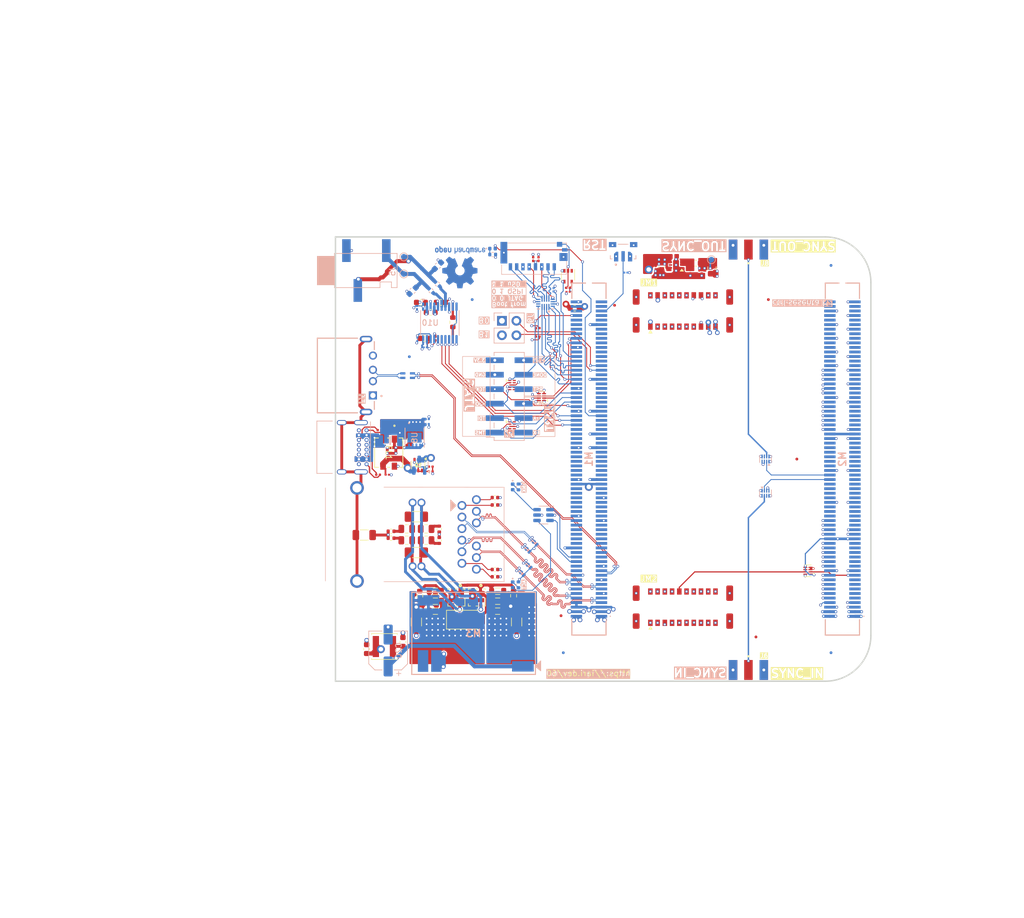
<source format=kicad_pcb>
(kicad_pcb (version 20241229) (generator "pcbnew") (generator_version "9.0")
  (layers (0 "F.Cu" signal) (4 "In1.Cu" power "GND.Cu") (6 "In2.Cu" signal "In1.Cu") (8 "In3.Cu" signal "In2.Cu") (10 "In4.Cu" power "GND2.Cu") (2 "B.Cu" signal) (13 "F.Paste" user) (15 "B.Paste" user) (5 "F.SilkS" user "F.Silkscreen") (7 "B.SilkS" user "B.Silkscreen") (1 "F.Mask" user) (3 "B.Mask" user) (25 "Edge.Cuts" user))
  (net 0 "")
  (net 1 "+5V")
  (net 2 "/SOM/D10")
  (net 3 "/SOM/D50")
  (net 4 "/SOM/D28")
  (net 5 "/SOM/D12")
  (net 6 "/SOM/D2")
  (net 7 "/SOM/D8")
  (net 8 "/SOM/D48")
  (net 9 "/SOM/D26")
  (net 10 "/SOM/D46")
  (net 11 "/SOM/D24")
  (net 12 "/SOM/D44")
  (net 13 "/SOM/D22")
  (net 14 "/SOM/D42")
  (net 15 "/SOM/D40")
  (net 16 "/SOM/D16")
  (net 17 "/SOM/D32")
  (net 18 "/SOM/D54")
  (net 19 "VDD_5V")
  (net 22 "+3V3")
  (net 23 "/SOM/MCLK0")
  (net 24 "/SOM/MCLK1")
  (net 25 "/SD/DAT1")
  (net 26 "/SD/DAT0")
  (net 27 "/SD/CLK")
  (net 28 "/SD/CMD")
  (net 29 "/SD/DAT3")
  (net 30 "/SD/DAT2")
  (net 31 "+1V8")
  (net 32 "GND")
  (net 33 "VDDIO_500_3V3")
  (net 34 "/SD/SD_CLK")
  (net 35 "/SD/SD_D1")
  (net 36 "/SD/SD_D0")
  (net 37 "/SD/SD_CMD")
  (net 38 "/SD/SD_D3")
  (net 39 "/SD/SD_D2")
  (net 40 "/SD/SD_CD")
  (net 41 "VDDIO_501_PS")
  (net 42 "/SOM/JTAG_TMS")
  (net 43 "/SOM/JTAG_TDO")
  (net 44 "/SOM/JTAG_TDI")
  (net 45 "/SOM/JTAG_TCK")
  (net 46 "/SOM/UART_TX")
  (net 47 "/SOM/UART_RX")
  (net 48 "/SOM/EXT_RST_IN")
  (net 50 "Net-(J3-DET)")
  (net 59 "3V3_MIC")
  (net 60 "Net-(D2-K)")
  (net 61 "/SOM/UART_TX_3V3")
  (net 62 "/SOM/UART_RX_3V3")
  (net 63 "/SOM/RGMII_LED_LINK")
  (net 64 "/SOM/RGMII_LED_ACT")
  (net 65 "/SOM/D56")
  (net 66 "/SOM/D34")
  (net 67 "/SOM/D58")
  (net 68 "/SOM/D36")
  (net 69 "/SOM/D52")
  (net 70 "/SOM/D30")
  (net 71 "/SOM/D14")
  (net 72 "/SOM/D4")
  (net 73 "/SOM/D0")
  (net 74 "/SOM/D6")
  (net 75 "/SOM/D20")
  (net 76 "/SOM/D18")
  (net 77 "/SOM/D38")
  (net 83 "/SOM/LED_DI")
  (net 86 "/SOM/LED_CTRL")
  (net 87 "/SOM/LED0")
  (net 89 "/SOM/MCLK2")
  (net 93 "/Sensors/3V3_LDO")
  (net 103 "/SOM/SD_WP")
  (net 104 "/SOM/SD_BOOT_CONF_H")
  (net 110 "VDDIO_34_3V3")
  (net 122 "GNDPWR")
  (net 148 "VDDIO_13_3V3")
  (net 212 "VCCIN")
  (net 213 "Net-(J4-TRCT1)")
  (net 214 "Net-(J4-TRCT2)")
  (net 215 "/Ethernet/POE_PR78")
  (net 216 "Net-(C7-Pad2)")
  (net 217 "Net-(C8-Pad2)")
  (net 218 "/Ethernet/POE_PR45")
  (net 219 "/Ethernet/POE_PR36")
  (net 220 "Net-(C9-Pad2)")
  (net 221 "Net-(C11-Pad2)")
  (net 222 "/Ethernet/POE_PR12")
  (net 223 "Net-(J4-TRCT3)")
  (net 224 "Net-(J4-TRCT4)")
  (net 225 "Net-(C10-Pad1)")
  (net 226 "Earth_Clean")
  (net 227 "/Ethernet/RGMII0_TRP3")
  (net 228 "/Ethernet/RGMII0_TRN2")
  (net 229 "/Ethernet/RGMII0_TRN1")
  (net 230 "/Ethernet/RGMII0_TRN0")
  (net 231 "/Ethernet/RGMII0_TRP2")
  (net 232 "/Ethernet/RGMII0_TRN3")
  (net 233 "/Ethernet/RGMII0_TRP1")
  (net 234 "/Ethernet/RGMII0_TRP0")
  (net 235 "/Ethernet/RGMII0_LED_LINK")
  (net 236 "Net-(D9-K)")
  (net 237 "/PSU/PoE_VIN+")
  (net 238 "/PSU/PoE_VIN-")
  (net 257 "/SOM/FPGA_DONE")
  (net 262 "/PSU/PoE_VDC+")
  (net 263 "/SOM/USB_D+")
  (net 264 "/SOM/USB_D-")
  (net 265 "/SOM/FPGA_USB_D+")
  (net 266 "/SOM/FPGA_USB_D-")
  (net 267 "Net-(D1-A2)")
  (net 268 "Net-(D1-A1)")
  (net 269 "Net-(L3-Pad2)")
  (net 270 "Net-(L4-Pad2)")
  (net 271 "Net-(L6-Pad2)")
  (net 272 "Net-(L7-Pad2)")
  (net 273 "Net-(Q1-G)")
  (net 274 "Net-(Q2-Pad2)")
  (net 275 "/PSU/VBUS_TVS")
  (net 276 "/PSU/VBUS")
  (net 278 "Net-(J2-CC2)")
  (net 280 "Net-(J2-CC1)")
  (net 285 "/SOM/S_JTAG_H")
  (net 287 "GNDA")
  (net 288 "Net-(C2-Pad1)")
  (net 289 "/DAC/LDOO")
  (net 290 "+3.3VA")
  (net 291 "Net-(U10-CAPM)")
  (net 292 "Net-(U10-CAPP)")
  (net 293 "Net-(U10-VNEG)")
  (net 294 "Net-(C40-Pad1)")
  (net 295 "Net-(U10-XSMT)")
  (net 296 "/DAC/OUTR")
  (net 297 "/DAC/OUTL")
  (net 298 "/DAC/I2S_LRCK")
  (net 299 "/DAC/I2S_BCK")
  (net 300 "/DAC/I2S_DIN")
  (net 303 "/Ethernet/RGMII0_LED_ACT")
  (net 304 "Net-(D10-K)")
  (net 306 "/SOM/SYNC_IN")
  (net 307 "/SOM/SYNC_OUT")
  (net 308 "/SOM/SYNC_IN_5V")
  (net 309 "/SOM/SYNC_OUT_5V")
  (net 310 "/SOM/PS_WARMRESET_IN")
  (footprint "smd:C_0201_0603Metric" (layer "F.Cu") (at 114.65 64.88 90)
    (property "Reference" "C1" (hide yes))
    (property "Value" "0.01uF" (hide yes))
  )
  (footprint "Package_TO_SOT_SMD:SOT-353_SC-70-5" (layer "F.Cu") (at 119.83 67.9 -90)
    (property "Reference" "U2" (hide yes))
    (property "Value" "74AHC1G04" (hide yes))
  )
  (footprint "smd:R_0201_0603Metric" (layer "F.Cu") (at 119.83 69.93 180)
    (property "Reference" "R2" (hide yes))
    (property "Value" "47k" (hide yes))
  )
  (footprint "smd:C_0201_0603Metric" (layer "F.Cu") (at 135.2 66.4 -90)
    (property "Reference" "C13" (hide yes))
    (property "Value" "1uF")
  )
  (footprint "Capacitor_SMD:C_0603_1608Metric" (layer "F.Cu") (at 92.1 96.51 -90)
    (property "Reference" "C31" (hide yes))
    (property "Value" "10uF")
  )
  (footprint "Capacitor_SMD:C_1206_3216Metric" (layer "F.Cu") (at 84.05 113.3375 180)
    (property "Reference" "C10" (hide yes))
    (property "Value" "1nF/2kV")
  )
  (footprint "Inductor_SMD:L_0603_1608Metric" (layer "F.Cu") (at 142.2625 65.625001)
    (property "Reference" "FB2" (hide yes))
    (property "Value" "120R@100MHz")
  )
  (footprint "smd:C_0402_1005Metric" (layer "F.Cu") (at 107 108.06)
    (property "Reference" "C14" (hide yes))
    (property "Value" "0.1uF/50V" (hide yes))
  )
  (footprint "MountingHole:MountingHole_3.7mm" (layer "F.Cu") (at 88 125)
    (property "Reference" "H2" (hide yes))
    (property "Value" "MountingHole" (hide yes))
  )
  (footprint "Capacitor_SMD:C_0805_2012Metric" (layer "F.Cu") (at 94.91 112.26)
    (property "Reference" "C11" (hide yes))
    (property "Value" "10nF/100V")
  )
  (footprint "smd:C_0201_0603Metric" (layer "F.Cu") (at 113.71 64.88 90)
    (property "Reference" "C33" (hide yes))
    (property "Value" "0.1uF" (hide yes))
  )
  (footprint "smd:C_0402_1005Metric" (layer "F.Cu") (at 107 106.76)
    (property "Reference" "C34" (hide yes))
    (property "Value" "0.1uF/50V" (hide yes))
  )
  (footprint "Inductor_SMD:L_0603_1608Metric" (layer "F.Cu") (at 121 73.5)
    (property "Reference" "FB4" (hide yes))
    (property "Value" "220R@100MHz")
  )
  (footprint "Capacitor_SMD:C_0603_1608Metric" (layer "F.Cu") (at 95.72 74.25 180)
    (property "Reference" "C27" (hide yes))
    (property "Value" "2.2uF")
  )
  (footprint "smd:C_0201_0603Metric" (layer "F.Cu") (at 141.3 67.1 -90)
    (property "Reference" "C15" (hide yes))
    (property "Value" "0.1uF")
  )
  (footprint "smd:R_0201_0603Metric" (layer "F.Cu") (at 96.54 78.83 90)
    (property "Reference" "R6" (hide yes))
    (property "Value" "47k")
  )
  (footprint "Inductor_SMD:L_0805_2012Metric" (layer "F.Cu") (at 96.5375 126.700001 180)
    (property "Reference" "L5" (hide yes))
    (property "Value" "1 kOhms@100MHz")
  )
  (footprint "Inductor_SMD:L_0805_2012Metric" (layer "F.Cu") (at 107.475 126.700001)
    (property "Reference" "L8" (hide yes))
    (property "Value" "1 kOhms@100MHz")
  )
  (footprint "Fiducial:Fiducial_0.5mm_Mask1mm" (layer "F.Cu") (at 152.82 131.23)
    (property "Reference" "FID1" (hide yes))
    (property "Value" "Fiducial" (hide yes))
  )
  (footprint "Capacitor_SMD:C_0805_2012Metric" (layer "F.Cu") (at 94.91 114.26)
    (property "Reference" "C9" (hide yes))
    (property "Value" "10nF/100V")
  )
  (footprint "Fiducial:Fiducial_0.5mm_Mask1mm" (layer "F.Cu") (at 160 100)
    (property "Reference" "FID9" (hide yes))
    (property "Value" "Fiducial" (hide yes))
  )
  (footprint "Capacitor_SMD:C_0603_1608Metric" (layer "F.Cu") (at 90.84 132.11 90)
    (property "Reference" "C21" (hide yes))
    (property "Value" "10uF")
  )
  (footprint "Package_TO_SOT_SMD:SOT-363_SC-70-6" (layer "F.Cu") (at 93.53 101.06 -90)
    (property "Reference" "Q2")
    (property "Value" "BCM857BS")
  )
  (footprint "smd:R_0201_0603Metric" (layer "F.Cu") (at 114.5 78.5 180)
    (property "Reference" "R18" (hide yes))
    (property "Value" "5.1k")
  )
  (footprint "Fiducial:Fiducial_0.5mm_Mask1mm" (layer "F.Cu") (at 155 72)
    (property "Reference" "FID2" (hide yes))
    (property "Value" "Fiducial" (hide yes))
  )
  (footprint "Capacitor_SMD:C_0603_1608Metric" (layer "F.Cu") (at 84.47 133.36 90)
    (property "Reference" "C28" (hide yes))
    (property "Value" "10uF")
  )
  (footprint "MountingHole:MountingHole_3.7mm" (layer "F.Cu") (at 160 131)
    (property "Reference" "H3" (hide yes))
    (property "Value" "MountingHole" (hide yes))
  )
  (footprint "MountingHole:MountingHole_3.7mm" (layer "F.Cu") (at 88 75)
    (property "Reference" "H4" (hide yes))
    (property "Value" "MountingHole" (hide yes))
  )
  (footprint "MountingHole:MountingHole_3.7mm" (layer "F.Cu") (at 160 69)
    (property "Reference" "H1" (hide yes))
    (property "Value" "MountingHole" (hide yes))
  )
  (footprint "Inductor_SMD:L_0805_2012Metric" (layer "F.Cu") (at 107.475 123.2)
    (property "Reference" "L6" (hide yes))
    (property "Value" "1 kOhms@100MHz")
  )
  (footprint "smd:R_0201_0603Metric" (layer "F.Cu") (at 114.5 77 180)
    (property "Reference" "R4" (hide yes))
    (property "Value" "5.1k")
  )
  (footprint "smd:UQFN10_1P04X1P95X0P4_STM" (layer "F.Cu") (at 110 94.270001)
    (property "Reference" "U3" (hide yes))
    (property "Value" "HSP051-4N10")
  )
  (footprint "smd:RECTIFIER_SBR05M100BLP-7" (layer "F.Cu") (at 103.825 124.300001 -90)
    (property "Reference" "D3" (hide yes))
    (property "Value" "SBR05M100BLP-7")
  )
  (footprint "Resistor_SMD:R_0402_1005Metric" (layer "F.Cu") (at 88.76 113.89 180)
    (property "Reference" "R13" (hide yes))
    (property "Value" "75")
  )
  (footprint "Inductor_SMD:L_0805_2012Metric" (layer "F.Cu") (at 96.5375 124.95)
    (property "Reference" "L4" (hide yes))
    (property "Value" "1 kOhms@100MHz")
  )
  (footprint "Resistor_SMD:R_0603_1608Metric" (layer "F.Cu") (at 99.6 75.985 90)
    (property "Reference" "R1" (hide yes))
    (property "Value" "0")
  )
  (footprint "smd:IC_TXS0102DQMR" (layer "F.Cu") (at 115.17 89.11 180)
    (property "Reference" "U5" (hide yes))
    (property "Value" "TXS0102DQMR")
  )
  (footprint "Conn:RFSOLUTIONS_CON-SMA-EDGE-S" (layer "F.Cu") (at 151.5 63.2225 -90)
    (property "Reference" "J8")
    (property "Value" "CON-SMA-EDGE-S")
  )
  (footprint "smd:UQFN10_1P04X1P95X0P4_STM" (layer "F.Cu") (at 110 87)
    (property "Reference" "U4" (hide yes))
    (property "Value" "HSP051-4N10")
  )
  (footprint "smd:R_0201_0603Metric" (layer "F.Cu") (at 95.73 102.17)
    (property "Reference" "R10" (hide yes))
    (property "Value" "10k")
  )
  (footprint "Fiducial:Fiducial_0.5mm_Mask1mm" (layer "F.Cu") (at 128 73)
    (property "Reference" "FID8" (hide yes))
    (property "Value" "Fiducial" (hide yes))
  )
  (footprint "smd:C_0402_1005Metric" (layer "F.Cu") (at 107 120.67)
    (property "Reference" "C5" (hide yes))
    (property "Value" "0.1uF/50V" (hide yes))
  )
  (footprint "smd:RECTIFIER_SBR05M100BLP-7" (layer "F.Cu") (at 100.225 124.300001 -90)
    (property "Reference" "D4" (hide yes))
    (property "Value" "SBR05M100BLP-7")
  )
  (footprint "Conn:RFSOLUTIONS_CON-SMA-EDGE-S" (layer "F.Cu") (at 151.5 137.0275 90)
    (property "Reference" "J6")
    (property "Value" "CON-SMA-EDGE-S")
  )
  (footprint "Capacitor_SMD:C_0805_2012Metric" (layer "F.Cu") (at 145.1 66.5 -90)
    (property "Reference" "C16" (hide yes))
    (property "Value" "22uF")
  )
  (footprint "Capacitor_SMD:C_0805_2012Metric" (layer "F.Cu") (at 91.51 114.26 180)
    (property "Reference" "C7" (hide yes))
    (property "Value" "10nF/100V")
  )
  (footprint "Resistor_SMD:R_0402_1005Metric" (layer "F.Cu") (at 97.22 112.29 -90)
    (property "Reference" "R33" (hide yes))
    (property "Value" "75")
  )
  (footprint "Resistor_SMD:R_0402_1005Metric" (layer "F.Cu") (at 88.76 112.68 180)
    (property "Reference" "R31" (hide yes))
    (property "Value" "75")
  )
  (footprint "Conn:HARWIN_M55-6002042R" (layer "F.Cu") (at 140 126)
    (property "Reference" "JM2")
    (property "Value" "M55-6002042R")
  )
  (footprint "Inductor_SMD:L_Changjiang_FNR4020S" (layer "F.Cu") (at 87.59 132.91 180)
    (property "Reference" "L2" (hide yes))
    (property "Value" "1.8uH")
  )
  (footprint "Inductor_SMD:L_0805_2012Metric" (layer "F.Cu") (at 107.475 124.95 180)
    (property "Reference" "L7" (hide yes))
    (property "Value" "1 kOhms@100MHz")
  )
  (footprint "Capacitor_SMD:C_0603_1608Metric" (layer "F.Cu") (at 136.3 66.3 -90)
    (property "Reference" "C12" (hide yes))
    (property "Value" "10uF")
  )
  (footprint "Resistor_SMD:R_0603_1608Metric" (layer "F.Cu") (at 110.275 124 -90)
    (property "Reference" "R8" (hide yes))
    (property "Value" "0")
  )
  (footprint "smd:R_0201_0603Metric" (layer "F.Cu") (at 86.4825 102.747501)
    (property "Reference" "R17" (hide yes))
    (property "Value" "5.1k")
  )
  (footprint "Diode_SMD:D_SMA" (layer "F.Cu") (at 102 128.2)
    (property "Reference" "D1" (hide yes))
    (property "Value" "SMAJ58A")
  )
  (footprint "smd:ACM4520_TDK" (layer "F.Cu") (at 88.347499 98.872504 -90)
    (property "Reference" "FL1")
    (property "Value" "900@100MHz")
  )
  (footprint "Resistor_SMD:R_0603_1608Metric" (layer "F.Cu") (at 93.8 124 -90)
    (property "Reference" "R7" (hide yes))
    (property "Value" "0")
  )
  (footprint "smd:C_0201_0603Metric" (layer "F.Cu") (at 119.84 70.64 180)
    (property "Reference" "C3" (hide yes))
    (property "Value" "0.1uF")
  )
  (footprint "Capacitor_SMD:C_1206_3216Metric" (layer "F.Cu") (at 93.2 128.6 -90)
    (property "Reference" "C29" (hide yes))
    (property "Value" "4.7nF")
  )
  (footprint "Capacitor_SMD:C_0805_2012Metric" (layer "F.Cu") (at 91.51 112.26 180)
    (property "Reference" "C8" (hide yes))
    (property "Value" "10nF/100V")
  )
  (footprint "smd:R_0201_0603Metric" (layer "F.Cu") (at 95.73 101.33)
    (property "Reference" "R9" (hide yes))
    (property "Value" "47k")
  )
  (footprint "smd:C_0201_0603Metric" (layer "F.Cu") (at 88.0975 102.747501)
    (property "Reference" "C36" (hide yes))
    (property "Value" "0.1uF")
  )
  (footprint "Conn:HARWIN_M55-6002042R" (layer "F.Cu") (at 140 74)
    (property "Reference" "JM1")
    (property "Value" "M55-6002042R")
  )
  (footprint "Resistor_SMD:R_0402_1005Metric" (layer "F.Cu") (at 97.22 114.29 90)
    (property "Reference" "R32" (hide yes))
    (property "Value" "75")
  )
  (footprint "Capacitor_SMD:C_1206_3216Metric" (layer "F.Cu") (at 110.8 128.6 -90)
    (property "Reference" "C30" (hide yes))
    (property "Value" "4.7nF")
  )
  (footprint "Capacitor_SMD:C_0603_1608Metric" (layer "F.Cu") (at 97.5 72.5)
    (property "Reference" "C37" (hide yes))
    (property "Value" "2.2uF")
  )
  (footprint "Capacitor_SMD:C_1206_3216Metric" (layer "F.Cu") (at 93.2 110.12)
    (property "Reference" "C43" (hide yes))
    (property "Value" "1nF/2kV")
  )
  (footprint "smd:DFN_V33R_STM" (layer "F.Cu") (at 138.7967 65.925126 180)
    (property "Reference" "U7" (hide yes))
    (property "Value" "LDL212PV33R")
  )
  (footprint "Inductor_SMD:L_0805_2012Metric" (layer "F.Cu") (at 96.5375 123.2 180)
    (property "Reference" "L3" (hide yes))
    (property "Value" "1 kOhms@100MHz")
  )
  (footprint "Fiducial:Fiducial_0.5mm_Mask1mm" (layer "F.Cu") (at 118.6 127.5)
    (property "Reference" "FID5" (hide yes))
    (property "Value" "Fiducial" (hide yes))
  )
  (footprint "Capacitor_SMD:C_1206_3216Metric" (layer "F.Cu") (at 93.2 116.41)
    (property "Reference" "C44" (hide yes))
    (property "Value" "1nF/2kV")
  )
  (footprint "smd:R_0201_0603Metric" (layer "F.Cu") (at 86.73 94.91)
    (property "Reference" "R11" (hide yes))
    (property "Value" "5.1k")
  )
  (footprint "smd:C_0201_0603Metric" (layer "F.Cu") (at 143.3 67.12 -90)
    (property "Reference" "C17" (hide yes))
    (property "Value" "0.1uF")
  )
  (footprint "smd:IC_TXS0102DQMR" (layer "F.Cu") (at 161.94 119.61 180)
    (property "Reference" "U11" (hide yes))
    (property "Value" "TXS0102DQMR" (hide yes))
  )
  (footprint "Capacitor_SMD:C_0603_1608Metric" (layer "F.Cu") (at 94.61 78.81)
    (property "Reference" "C22" (hide yes))
    (property "Value" "10uF")
  )
  (footprint "smd:C_0402_1005Metric" (layer "F.Cu") (at 107 119.39)
    (property "Reference" "C6" (hide yes))
    (property "Value" "0.1uF/50V" (hide yes))
  )
  (footprint "Capacitor_SMD:C_0603_1608Metric" (layer "F.Cu") (at 94 72.5 180)
    (property "Reference" "C23" (hide yes))
    (property "Value" "10uF")
  )
  (footprint "smd:0473093351" (layer "B.Cu") (at 113.565 67.57)
    (property "Reference" "J3" (hide yes))
    (property "Value" "473092651" (hide yes))
  )
  (footprint "LED_SMD:LED_0402_1005Metric" (layer "B.Cu") (at 106.575 63.05)
    (property "Reference" "D2" (hide yes))
    (property "Value" "LED" (hide yes))
  )
  (footprint "smd:C_0201_0603Metric" (layer "B.Cu") (at 94.77 80.39)
    (property "Reference" "C25" (hide yes))
    (property "Value" "0.1uF")
  )
  (footprint "Fiducial:Fiducial_0.5mm_Mask1mm" (layer "B.Cu") (at 103 72 180)
    (property "Reference" "FID6" (hide yes))
    (property "Value" "Fiducial" (hide yes))
  )
  (footprint "power:AG9905MTB" (layer "B.Cu") (at 103.25 130.6 180)
    (property "Reference" "M3")
    (property "Value" "AG9905-MTB" (hide yes))
  )
  (footprint "smd:C_0201_0603Metric" (layer "B.Cu") (at 93.31 73.39 -90)
    (property "Reference" "C26" (hide yes))
    (property "Value" "0.1uF")
  )
  (footprint "TestPoint:TestPoint_Pad_D1.0mm" (layer "B.Cu") (at 145 65 180)
    (property "Reference" "TP1" (hide yes))
    (property "Value" "3V3_MIC")
  )
  (footprint "TestPoint:TestPoint_Pad_D1.0mm" (layer "B.Cu") (at 91 67.5 180)
    (property "Reference" "TP2" (hide yes))
    (property "Value" "LEFT")
  )
  (footprint "LED_SMD:LED_0402_1005Metric" (layer "B.Cu") (at 110.11 104.889999 -90)
    (property "Reference" "D9" (hide yes))
    (property "Value" "LED")
  )
  (footprint "smd:NVT4858_NXP" (layer "B.Cu") (at 115.869999 72.569925 90)
    (property "Reference" "U1" (hide yes))
    (property "Value" "NVT4858HKZ" (hide yes))
  )
  (footprint "Capacitor_SMD:C_0603_1608Metric" (layer "B.Cu") (at 92.541992 70.458008 -135)
    (property "Reference" "C40" (hide yes))
    (property "Value" "2.2nF")
  )
  (footprint "Capacitor_SMD:C_0603_1608Metric" (layer "B.Cu") (at 96.99 66.05 45)
    (property "Reference" "C2" (hide yes))
    (property "Value" "2.2nF")
  )
  (footprint "Conn:251779866" (layer "B.Cu") (at 168 100 90)
    (property "Reference" "M2")
    (property "Value" "MYC-C7Z0XX_M1" (hide yes))
  )
  (footprint "smd:R_0402_1005Metric" (layer "B.Cu") (at 95.773363 70.453363 135)
    (property "Reference" "R14" (hide yes))
    (property "Value" "470")
  )
  (footprint "smd:WE-CNSW_08058" (layer "B.Cu") (at 91.67 85.35 -90)
    (property "Reference" "L1" (hide yes))
    (property "Value" "744231091" (hide yes))
  )
  (footprint "Package_TO_SOT_SMD:SOT-23" (layer "B.Cu") (at 93.71 101.08 90)
    (property "Reference" "Q1" (hide yes))
    (property "Value" "DMG2305UX")
  )
  (footprint "Conn:SW_SKRTLAE010" (layer "B.Cu") (at 129.5 63.5)
    (property "Reference" "SW1" (hide yes))
    (property "Value" "FPGA reset")
  )
  (footprint "Fiducial:Fiducial_0.5mm_Mask1mm" (layer "B.Cu") (at 166 66 180)
    (property "Reference" "FID7" (hide yes))
    (property "Value" "Fiducial" (hide yes))
  )
  (footprint "Conn:C18594" (layer "B.Cu") (at 84.42 66.9 -90)
    (property "Reference" "J5")
    (property "Value" "TRS_LINE_OUT")
  )
  (footprint "Capacitor_SMD:CP_Elec_6.3x5.9" (layer "B.Cu") (at 88.25 133.61 90)
    (property "Reference" "C20")
    (property "Value" "100uF")
  )
  (footprint "Conn:ARJ146" (layer "B.Cu") (at 101.2 108.15 90)
    (property "Reference" "J4" (hide yes))
    (property "Value" "ARJ-146" (hide yes))
  )
  (footprint "smd:C_0201_0603Metric" (layer "B.Cu") (at 129.98 67.26)
    (property "Reference" "C38" (hide yes))
    (property "Value" "0.1uF")
  )
  (footprint "Package_SO:TSSOP-20_4.4x6.5mm_P0.65mm" (layer "B.Cu") (at 97.325 76.1025 -90)
    (property "Reference" "U10")
    (property "Value" "PCM5101A")
  )
  (footprint "Conn:GCT_USB1125-GF-B_REVA" (layer "B.Cu") (at 84.3725 85.33 90)
    (property "Reference" "J1")
    (property "Value" "USB1125-GF-B_REVA")
  )
  (footprint "smd:C_0201_0603Metric" (layer "B.Cu") (at 95.09 93.82)
    (property "Reference" "C32" (hide yes))
    (property "Value" "0.1uF")
  )
  (footprint "smd:C_0201_0603Metric" (layer "B.Cu") (at 93.37 78.97 -90)
    (property "Reference" "C24" (hide yes))
    (property "Value" "0.1uF")
  )
  (footprint "LED_SMD:LED_0402_1005Metric" (layer "B.Cu") (at 110.11 122.075 -90)
    (property "Reference" "D10" (hide yes))
    (property "Value" "LED")
  )
  (footprint "smd:C_0201_0603Metric" (layer "B.Cu") (at 144.47 76.85 -90)
    (property "Reference" "C19" (hide yes))
    (property "Value" "0.1uF")
  )
  (footprint "smd:R_0402_1005Metric" (layer "B.Cu") (at 96.903363 69.280122 135)
    (property "Reference" "R12" (hide yes))
    (property "Value" "470" (hide yes))
  )
  (footprint "smd:C_0201_0603Metric" (layer "B.Cu") (at 145.72 76.85 -90)
    (property "Reference" "C18" (hide yes))
    (property "Value" "0.1uF")
  )
  (footprint "smd:PESD3V3L2UM315" (layer "B.Cu") (at 114.082513 114.792513 45)
    (property "Reference" "D7" (hide yes))
    (property "Value" "PESD5V0U2BM,315" (hide yes))
  )
  (footprint "Fiducial:Fiducial_0.5mm_Mask1mm" (layer "B.Cu") (at 166 134 180)
    (property "Reference" "FID4" (hide yes))
    (property "Value" "Fiducial" (hide yes))
  )
  (footprint "Connector_PinHeader_2.54mm:PinHeader_2x06_P2.54mm_Vertical_SMD" (layer "B.Cu") (at 109.5 89)
    (property "Reference" "J7")
    (property "Value" "95278-101A12LF")
  )
  (footprint "Conn:251779866" (layer "B.Cu") (at 123.5 100 90)
    (property "Reference" "M1")
    (property "Value" "MYC-C7Z0XX_M1" (hide yes))
  )
  (footprint "smd:IC_TXS0102DQMR" (layer "B.Cu") (at 154.5 100 90)
    (property "Reference" "U9" (hide yes))
    (property "Value" "TXS0102DQMR")
  )
  (footprint "Connector_PinHeader_2.54mm:PinHeader_2x02_P2.54mm_Vertical" (layer "B.Cu") (at 108.225 75.725 -90)
    (property "Reference" "J9")
    (property "Value" "Conn_02x02_Odd_Even")
  )
  (footprint "smd:VSON8_DRB_TEX" (layer "B.Cu") (at 92.885021 96.2378 -90)
    (property "Reference" "U8")
    (property "Value" "TVS1401DRBR")
  )
  (footprint "smd:PESD3V3L2UM315" (layer "B.Cu") (at 113.016586 118.828388 45)
    (property "Reference" "D6" (hide yes))
    (property "Value" "PESD5V0U2BM,315" (hide yes))
  )
  (footprint "TestPoint:TestPoint_Pad_D1.0mm" (layer "B.Cu") (at 91 64.5 180)
    (property "Reference" "TP3" (hide yes))
    (property "Value" "RIGHT")
  )
  (footprint "smd:PESD3V3L2UM315" (layer "B.Cu") (at 112.818388 116.036586 45)
    (property "Reference" "D8" (hide yes))
    (property "Value" "PESD5V0U2BM,315" (hide yes))
  )
  (footprint "smd:C_0201_0603Metric" (layer "B.Cu") (at 117.27 70.28 90)
    (property "Reference" "C4" (hide yes))
    (property "Value" "0.1uF")
  )
  (footprint "smd:OSHW-Logo2_9.8x8mm_SilkScreen" (layer "B.Cu") (at 100.885 66.315)
    (property "Reference" "G1" (hide yes))
    (property "Value" "LOGO" (hide yes))
  )
  (footprint "smd:R_0402_1005Metric" (layer "B.Cu") (at 111.13 122.075 -90)
    (property "Reference" "R5" (hide yes))
    (property "Value" "470")
  )
  (footprint "Connector_USB:USB_C_Receptacle_GCT_USB4085" (layer "B.Cu") (at 84.4575 100.897501 90)
    (property "Reference" "J2" (hide yes))
    (property "Value" "USB_C_Receptacle_USB2.0")
  )
  (footprint "smd:IC_TXS0102DQMR" (layer "B.Cu") (at 154.5 106 -90)
    (property "Reference" "U12" (hide yes))
    (property "Value" "TXS0102DQMR")
  )
  (footprint "smd:C_0201_0603Metric" (layer "B.Cu") (at 95.0975 92.997501)
    (property "Reference" "C35" (hide yes))
    (property "Value" "68pF")
  )
  (footprint "smd:FUSC3216X120N" (layer "B.Cu") (at 88.5975 96.747501)
    (property "Reference" "F1" (hide yes))
    (property "Value" "MF-NSML400_12-2" (hide yes))
  )
  (footprint "Package_TO_SOT_SMD:SOT-23-6" (layer "B.Cu") (at 115.5225 109.83 180)
    (property "Reference" "U6" (hide yes))
    (property "Value" "SN74LVC2G07DBVR" (hide yes))
  )
  (footprint "Fiducial:Fiducial_0.5mm_Mask1mm" (layer "B.Cu") (at 119 134 180)
    (property "Reference" "FID3" (hide yes))
    (property "Value" "Fiducial" (hide yes))
  )
  (footprint "smd:R_0402_1005Metric" (layer "B.Cu") (at 111.13 104.889999 -90)
    (property "Reference" "R3" (hide yes))
    (property "Value" "470")
  )
  (footprint "smd:PESD3V3L2UM315" (layer "B.Cu") (at 111.81 120.14 45)
    (property "Reference" "D5" (hide yes))
    (property "Value" "PESD5V0U2BM,315" (hide yes))
  )
  (footprint "smd:R_0402_1005Metric" (layer "B.Cu") (at 106.6 64.09 180)
    (property "Reference" "R16" (hide yes))
    (property "Value" "470")
  )
  (footprint "Fiducial:Fiducial_0.5mm_Mask1mm" (layer "B.Cu") (at 91.97 82.03 180)
    (property "Reference" "FID10" (hide yes))
    (property "Value" "Fiducial" (hide yes))
  )
  (gr_rect (start 101.31 81.985) (end 106.155 96.02) (stroke (width 0.1)) (fill no) (layer "B.SilkS"))
  (gr_rect (start 106.42 68.71) (end 112.47 73.46) (stroke (width 0.1)) (fill no) (layer "B.SilkS"))
  (gr_rect (start 111.89 71.18) (end 112.48 72.31) (fill yes) (layer "B.SilkS"))
  (gr_rect (start 112.14 89.12) (end 117.54 96.05) (stroke (width 0.1)) (fill no) (layer "B.SilkS"))
  (gr_rect (start 112.14 81.99) (end 117.54 88.92) (stroke (width 0.1)) (fill no) (layer "B.SilkS"))
  (gr_rect (start 111.48 68.73) (end 112.5 69.87) (fill yes) (layer "B.SilkS"))
  (gr_line (start 79 139) (end 79 61) (stroke (width 0.254)) (layer "Edge.Cuts"))
  (gr_arc (start 173 131) (mid 170.656854 136.656854) (end 165 139) (stroke (width 0.254)) (layer "Edge.Cuts"))
  (gr_arc (start 165 61) (mid 170.656854 63.343146) (end 173 69) (stroke (width 0.254)) (layer "Edge.Cuts"))
  (gr_line (start 165 61) (end 79 61) (stroke (width 0.254)) (layer "Edge.Cuts"))
  (gr_line (start 173 69) (end 173 131) (stroke (width 0.254)) (layer "Edge.Cuts"))
  (gr_line (start 165 139) (end 79 139) (stroke (width 0.254)) (layer "Edge.Cuts"))
  (gr_text "SYNC_IN" (at 155.26 138.52 0) (layer "F.SilkS" knockout) (effects (font (size 1.5 1.5) (thickness 0.3) (bold yes)) (justify left bottom)))
  (gr_text "https://iari.dev/60" (at 115.89 138.2 0) (layer "F.SilkS" knockout) (effects (font (size 1 1) (thickness 0.14)) (justify left bottom)))
  (gr_text "SYNC_OUT\n" (at 166.99 61.72 180) (layer "F.SilkS" knockout) (effects (font (size 1.5 1.5) (thickness 0.3) (bold yes)) (justify left bottom)))
  (gr_text "DONE" (at 114.88 85.24 0) (layer "B.SilkS" knockout) (effects (font (size 0.6 0.6)) (justify mirror)))
  (gr_text "ctrl-sesenta R2" (at 161 72.5 180) (layer "B.SilkS" knockout) (effects (font (size 1 1) (thickness 0.14)) (justify mirror)))
  (gr_text "GND" (at 114.57 90.31 0) (layer "B.SilkS" knockout) (effects (font (size 0.6 0.6)) (justify mirror)))
  (gr_text "RX" (at 114.29 95.38 0) (layer "B.SilkS" knockout) (effects (font (size 0.6 0.6)) (justify mirror)))
  (gr_text "TMS" (at 104.39 95.39 0) (layer "B.SilkS" knockout) (effects (font (size 0.6 0.6)) (justify mirror)))
  (gr_text "Boot from" (at 106.35 72.39 180) (layer "B.SilkS" knockout) (effects (font (size 0.8 0.8)) (justify left bottom mirror)))
  (gr_text "3.3V" (at 114.73 82.71 0) (layer "B.SilkS" knockout) (effects (font (size 0.6 0.6)) (justify mirror)))
  (gr_text "JTAG" (at 101.61 91.81 270) (layer "B.SilkS" knockout) (effects (font (size 1.4 1.7) (thickness 0.3) (bold yes)) (justify left bottom mirror)))
  (gr_text "ACT" (at 112.13 122.055 90) (layer "B.SilkS" knockout) (effects (font (size 0.6 0.6)) (justify mirror)))
  (gr_text "RST" (at 114.57 87.76 0) (layer "B.SilkS" knockout) (effects (font (size 0.6 0.6)) (justify mirror)))
  (gr_text "1 1 uSD " (at 106.35 68.8 180) (layer "B.SilkS" knockout) (effects (font (size 0.8 0.8)) (justify left bottom mirror)))
  (gr_text "TDO" (at 104.43 90.33 0) (layer "B.SilkS" knockout) (effects (font (size 0.6 0.6)) (justify mirror)))
  (gr_text "TCK" (at 104.43 87.77 0) (layer "B.SilkS" knockout) (effects (font (size 0.6 0.6)) (justify mirror)))
  (gr_text "TX" (at 114.23 92.8 0) (layer "B.SilkS" knockout) (effects (font (size 0.6 0.6)) (justify mirror)))
  (gr_text "3.3V" (at 104.3 82.67 0) (layer "B.SilkS" knockout) (effects (font (size 0.6 0.6)) (justify mirror)))
  (gr_text "GND" (at 104.41 85.22 0) (layer "B.SilkS" knockout) (effects (font (size 0.6 0.6)) (justify mirror)))
  (gr_text "0 0 JTAG" (at 106.35 71.24 180) (layer "B.SilkS" knockout) (effects (font (size 0.8 0.8) (thickness 0.15) (bold yes)) (justify left bottom mirror)))
  (gr_text "SYNC_IN" (at 147.81 138.44 -0) (layer "B.SilkS" knockout) (effects (font (size 1.5 1.5) (thickness 0.3) (bold yes)) (justify left bottom mirror)))
  (gr_text "RST\n" (at 122.17 61.44 180) (layer "B.SilkS" knockout) (effects (font (size 1.5 1.5) (thickness 0.3) (bold yes)) (justify left bottom mirror)))
  (gr_text "B0" (at 104 75.05 180) (layer "B.SilkS" knockout) (effects (font (size 1 1)) (justify left bottom mirror)))
  (gr_text "https://iari.dev/60" (at 130.87 138.2 0) (layer "B.SilkS" knockout) (effects (font (size 1 1) (thickness 0.14)) (justify left bottom mirror)))
  (gr_text "LINK\n" (at 112.13 104.89 90) (layer "B.SilkS" knockout) (effects (font (size 0.6 0.6)) (justify mirror)))
  (gr_text "SYNC_OUT\n" (at 136.07 61.66 180) (layer "B.SilkS" knockout) (effects (font (size 1.5 1.5) (thickness 0.3) (bold yes)) (justify left bottom mirror)))
  (gr_text "B1\n" (at 104 77.48 180) (layer "B.SilkS" knockout) (effects (font (size 1 1)) (justify left bottom mirror)))
  (gr_text "UART" (at 117.27 90.09 90) (layer "B.SilkS" knockout) (effects (font (size 1.2 1.3) (thickness 0.3) (bold yes)) (justify left bottom mirror)))
  (gr_text "TDI" (at 104.6 92.86 0) (layer "B.SilkS" knockout) (effects (font (size 0.6 0.6)) (justify mirror)))
  (gr_text "0 1 QSPI" (at 106.35 70.05 180) (layer "B.SilkS") (effects (font (size 0.8 0.8)) (justify left bottom mirror)))
  (segment (start 87.7775 101.677509) (end 87.347498 101.247507) (width 0.3) (layer "F.Cu") (net 1))
  (segment (start 92.14 102.01) (end 91.69 101.56) (width 0.45) (layer "F.Cu") (net 1))
  (segment (start 161.49 120.47) (end 161.47 120.49) (width 0.2) (layer "F.Cu") (net 1))
  (segment (start 91.69 101.56) (end 91.69 100.94) (width 1) (layer "F.Cu") (net 1))
  (segment (start 137.7934 66.425252) (end 137.185726 66.425252) (width 0.45) (layer "F.Cu") (net 1))
  (segment (start 137.1506 66.390126) (end 137.1506 65.460126) (width 0.45) (layer "F.Cu") (net 1))
  (segment (start 92.88 102.01) (end 92.14 102.01) (width 0.45) (layer "F.Cu") (net 1))
  (segment (start 161.49 120.21) (end 161.49 120.47) (width 0.2) (layer "F.Cu") (net 1))
  (segment (start 88.25 99.92) (end 87.347498 100.822502) (width 1) (layer "F.Cu") (net 1))
  (segment (start 87.347498 100.822502) (end 87.347498 101.247507) (width 1) (layer "F.Cu") (net 1))
  (segment (start 90.67 99.92) (end 88.25 99.92) (width 1) (layer "F.Cu") (net 1))
  (segment (start 137.1506 65.460126) (end 137.185726 65.425) (width 0.45) (layer "F.Cu") (net 1))
  (segment (start 137.185726 66.425252) (end 137.1506 66.390126) (width 0.45) (layer "F.Cu") (net 1))
  (segment (start 91.69 100.94) (end 90.67 99.92) (width 1) (layer "F.Cu") (net 1))
  (segment (start 137.185726 65.425) (end 137.7934 65.425) (width 0.45) (layer "F.Cu") (net 1))
  (segment (start 87.7775 102.747501) (end 87.7775 101.677509) (width 0.3) (layer "F.Cu") (net 1))
  (via (at 124.43 126.82) (size 0.8) (drill 0.5) (layers "F.Cu" "B.Cu") (net 1))
  (via (at 155.4 99.56) (size 0.5) (drill 0.3) (layers "F.Cu" "B.Cu") (net 1))
  (via (at 164.68 127.58) (size 0.5) (drill 0.3) (layers "F.Cu" "B.Cu") (net 1))
  (via (at 164.5 126.8) (size 0.5) (drill 0.3) (layers "F.Cu" "B.Cu") (net 1))
  (via (at 126.95 126.78) (size 0.8) (drill 0.5) (layers "F.Cu" "B.Cu") (net 1))
  (via (at 135.79 65.74) (size 0.5) (drill 0.3) (layers "F.Cu" "B.Cu") (net 1))
  (via (at 166.83 126.81) (size 0.5) (drill 0.3) (layers "F.Cu" "B.Cu") (net 1))
  (via (at 171.27 127.62) (size 0.5) (drill 0.3) (layers "F.Cu" "B.Cu") (net 1))
  (via (at 124.97 128.24) (size 0.8) (drill 0.5) (layers "F.Cu" "B.Cu") (net 1))
  (via (at 134 66.72) (size 1.4) (drill 0.8) (layers "F.Cu" "B.Cu") (net 1))
  (via (at 153.63 106.46) (size 0.5) (drill 0.3) (layers "F.Cu" "B.Cu") (net 1))
  (via (at 144.46 76) (size 0.8) (drill 0.5) (layers "F.Cu" "B.Cu") (net 1))
  (via (at 120.096483 126.743517) (size 0.8) (drill 0.5) (layers "F.Cu" "B.Cu") (net 1))
  (via (at 91.69 101.56) (size 1.4) (drill 0.8) (layers "F.Cu" "B.Cu") (net 1))
  (via (at 171.37 126.8) (size 0.5) (drill 0.3) (layers "F.Cu" "B.Cu") (net 1))
  (via (at 161.47 120.49) (size 0.5) (drill 0.3) (layers "F.Cu" "B.Cu") (net 1))
  (via (at 126.24 128.25) (size 0.8) (drill 0.5) (layers "F.Cu" "B.Cu") (net 1))
  (via (at 122.563422 126.762) (size 0.8) (drill 0.5) (layers "F.Cu" "B.Cu") (net 1))
  (via (at 169.11 127.62) (size 0.5) (drill 0.3) (layers "F.Cu" "B.Cu") (net 1))
  (via (at 120.82 128.26) (size 0.8) (drill 0.5) (layers "F.Cu" "B.Cu") (net 1))
  (via (at 136.8 64.99) (size 0.5) (drill 0.3) (layers "F.Cu" "B.Cu") (net 1))
  (via (at 136.79 65.74) (size 0.5) (drill 0.3) (layers "F.Cu" "B.Cu") (net 1))
  (via (at 166.83 127.58) (size 0.5) (drill 0.3) (layers "F.Cu" "B.Cu") (net 1))
  (via (at 135.8 64.99) (size 0.5) (drill 0.3) (layers "F.Cu" "B.Cu") (net 1))
  (via (at 169.16 126.79) (size 0.5) (drill 0.3) (layers "F.Cu" "B.Cu") (net 1))
  (via (at 121.94 128.24) (size 0.8) (drill 0.5) (layers "F.Cu" "B.Cu") (net 1))
  (segment (start 120.152965 126.8) (end 121.3 126.8) (width 0.45) (layer "B.Cu") (net 1))
  (segment (start 170.2 126.8) (end 169.17 126.8) (width 0.5) (layer "B.Cu") (net 1))
  (segment (start 165.8 126.8) (end 166.82 126.8) (width 0.5) (layer "B.Cu") (net 1))
  (segment (start 92.1475 102.0175) (end 91.69 101.56) (width 1) (layer "B.Cu") (net 1))
  (segment (start 165.8 126.8) (end 164.5 126.8) (width 0.5) (layer "B.Cu") (net 1))
  (segment (start 155.1 99.55) (end 155.39 99.55) (width 0.15) (layer "B.Cu") (net 1))
  (segment (start 171.27 127.62) (end 169.11 127.62) (width 0.5) (layer "B.Cu") (net 1))
  (segment (start 124.45 126.8) (end 124.43 126.82) (width 0.45) (layer "B.Cu") (net 1))
  (segment (start 164.68 127.58) (end 164.7 127.6) (width 0.5) (layer "B.Cu") (net 1))
  (segment (start 121.94 128.24) (end 121.3 127.6) (width 0.45) (layer "B.Cu") (net 1))
  (segment (start 125.7 126.8) (end 124.45 126.8) (width 0.45) (layer "B.Cu") (net 1))
  (segment (start 153.9 106.45) (end 153.64 106.45) (width 0.15) (layer "B.Cu") (net 1))
  (segment (start 122.563422 126.762) (end 122.525422 126.8) (width 0.45) (layer "B.Cu") (net 1))
  (segment (start 144.47 76.01) (end 144.46 76) (width 1) (layer "B.Cu") (net 1))
  (segment (start 126.93 126.8) (end 126.95 126.78) (width 0.45) (layer "B.Cu") (net 1))
  (segment (start 171.25 127.6) (end 171.27 127.62) (width 0.5) (layer "B.Cu") (net 1))
  (segment (start 170.2 127.6) (end 171.25 127.6) (width 0.5) (layer "B.Cu") (net 1))
  (segment (start 165.8 127.6) (end 166.81 127.6) (width 0.5) (layer "B.Cu") (net 1))
  (segment (start 166.82 126.8) (end 166.83 126.81) (width 0.5) (layer "B.Cu") (net 1))
  (segment (start 170.2 126.8) (end 171.37 126.8) (width 0.5) (layer "B.Cu") (net 1))
  (segment (start 155.39 99.55) (end 155.4 99.56) (width 0.15) (layer "B.Cu") (net 1))
  (segment (start 169.17 126.8) (end 169.16 126.79) (width 0.5) (layer "B.Cu") (net 1))
  (segment (start 120.82 128.08) (end 121.3 127.6) (width 0.45) (layer "B.Cu") (net 1))
  (segment (start 166.81 127.6) (end 166.83 127.58) (width 0.5) (layer "B.Cu") (net 1))
  (segment (start 126.24 128.14) (end 125.7 127.6) (width 0.45) (layer "B.Cu") (net 1))
  (segment (start 153.64 106.45) (end 153.63 106.46) (width 0.15) (layer "B.Cu") (net 1))
  (segment (start 125.7 126.8) (end 126.93 126.8) (width 0.45) (layer "B.Cu") (net 1))
  (segment (start 120.82 128.26) (end 120.82 128.08) (width 0.45) (layer "B.Cu") (net 1))
  (segment (start 126.24 128.25) (end 126.24 128.14) (width 0.45) (layer "B.Cu") (net 1))
  (segment (start 122.525422 126.8) (end 121.3 126.8) (width 0.45) (layer "B.Cu") (net 1))
  (segment (start 124.97 128.24) (end 125.61 127.6) (width 0.45) (layer "B.Cu") (net 1))
  (segment (start 120.096483 126.743517) (end 120.152965 126.8) (width 0.45) (layer "B.Cu") (net 1))
  (segment (start 92.76 102.0175) (end 92.1475 102.0175) (width 1) (layer "B.Cu") (net 1))
  (segment (start 164.7 127.6) (end 165.8 127.6) (width 0.5) (layer "B.Cu") (net 1))
  (via (at 164.6 94.8) (size 0.5) (drill 0.3) (layers "F.Cu" "B.Cu") (net 2))
  (via (at 135.555 76.75) (size 0.5) (drill 0.3) (layers "F.Cu" "B.Cu") (net 2))
  (segment (start 164.6 94.8) (end 165.8 94.8) (width 0.15) (layer "B.Cu") (net 2))
  (via (at 136.825 76.75) (size 0.5) (drill 0.3) (layers "F.Cu" "B.Cu") (net 3))
  (via (at 164.6 94) (size 0.5) (drill 0.3) (layers "F.Cu" "B.Cu") (net 3))
  (segment (start 164.6 94) (end 165.8 94) (width 0.15) (layer "B.Cu") (net 3))
  (via (at 164.6 93.2) (size 0.5) (drill 0.3) (layers "F.Cu" "B.Cu") (net 4))
  (via (at 138.095 76.75) (size 0.5) (drill 0.3) (layers "F.Cu" "B.Cu") (net 4))
  (segment (start 164.6 93.2) (end 165.8 93.2) (width 0.15) (layer "B.Cu") (net 4))
  (via (at 164.6 91.6) (size 0.5) (drill 0.3) (layers "F.Cu" "B.Cu") (net 5))
  (via (at 139.365 76.75) (size 0.5) (drill 0.3) (layers "F.Cu" "B.Cu") (net 5))
  (segment (start 164.6 91.6) (end 165.8 91.6) (width 0.15) (layer "B.Cu") (net 5))
  (via (at 164.6 90) (size 0.5) (drill 0.3) (layers "F.Cu" "B.Cu") (net 6))
  (via (at 140.635 76.75) (size 0.5) (drill 0.3) (layers "F.Cu" "B.Cu") (net 6))
  (segment (start 164.6 90) (end 165.8 90) (width 0.15) (layer "B.Cu") (net 6))
  (via (at 164.6 87.750003) (size 0.5) (drill 0.3) (layers "F.Cu" "B.Cu") (net 7))
  (via (at 141.905 76.8) (size 0.5) (drill 0.3) (layers "F.Cu" "B.Cu") (net 7))
  (segment (start 164.750003 87.6) (end 164.6 87.750003) (width 0.15) (layer "B.Cu") (net 7))
  (segment (start 165.8 87.6) (end 164.750003 87.6) (width 0.15) (layer "B.Cu") (net 7))
  (via (at 164.6 92.4) (size 0.5) (drill 0.3) (layers "F.Cu" "B.Cu") (net 8))
  (via (at 136.825 71.25) (size 0.5) (drill 0.3) (layers "F.Cu" "B.Cu") (net 8))
  (segment (start 164.6 92.4) (end 165.8 92.4) (width 0.15) (layer "B.Cu") (net 8))
  (via (at 164.6 90.8) (size 0.5) (drill 0.3) (layers "F.Cu" "B.Cu") (net 9))
  (via (at 138.095 71.25) (size 0.5) (drill 0.3) (layers "F.Cu" "B.Cu") (net 9))
  (segment (start 164.6 90.8) (end 165.8 90.8) (width 0.15) (layer "B.Cu") (net 9))
  (via (at 164.6 88.4) (size 0.5) (drill 0.3) (layers "F.Cu" "B.Cu") (net 10))
  (via (at 139.365 71.25) (size 0.5) (drill 0.3) (layers "F.Cu" "B.Cu") (net 10))
  (segment (start 164.6 88.4) (end 165.8 88.4) (width 0.15) (layer "B.Cu") (net 10))
  (via (at 140.635 71.25) (size 0.5) (drill 0.3) (layers "F.Cu" "B.Cu") (net 11))
  (via (at 164.6 87) (size 0.5) (drill 0.3) (layers "F.Cu" "B.Cu") (net 11))
  (segment (start 165.8 86.8) (end 164.8 86.8) (width 0.15) (layer "B.Cu") (net 11))
  (segment (start 164.8 86.8) (end 164.6 87) (width 0.15) (layer "B.Cu") (net 11))
  (via (at 141.75 71.86) (size 0.5) (drill 0.3) (layers "F.Cu" "B.Cu") (net 12))
  (via (at 169 86.8) (size 0.5) (drill 0.3) (layers "F.Cu" "B.Cu") (net 12))
  (segment (start 169 86.8) (end 170.2 86.8) (width 0.15) (layer "B.Cu") (net 12))
  (via (at 164.6 86) (size 0.5) (drill 0.3) (layers "F.Cu" "B.Cu") (net 13))
  (via (at 143.38 71.85) (size 0.5) (drill 0.3) (layers "F.Cu" "B.Cu") (net 13))
  (segment (start 164.6 86) (end 165.8 86) (width 0.15) (layer "B.Cu") (net 13))
  (via (at 164.6 85.2) (size 0.5) (drill 0.3) (layers "F.Cu" "B.Cu") (net 14))
  (via (at 144.445 71.25) (size 0.5) (drill 0.3) (layers "F.Cu" "B.Cu") (net 14))
  (segment (start 164.6 85.2) (end 165.8 85.2) (width 0.15) (layer "B.Cu") (net 14))
  (via (at 145.715 71.25) (size 0.5) (drill 0.3) (layers "F.Cu" "B.Cu") (net 15))
  (via (at 164.6 84.4) (size 0.5) (drill 0.3) (layers "F.Cu" "B.Cu") (net 15))
  (segment (start 164.6 84.4) (end 165.8 84.4) (width 0.15) (layer "B.Cu") (net 15))
  (via (at 138.095 128.75) (size 0.5) (drill 0.3) (layers "F.Cu" "B.Cu") (net 16))
  (via (at 164.6 116.4) (size 0.5) (drill 0.3) (layers "F.Cu" "B.Cu") (net 16))
  (segment (start 165.8 116.4) (end 164.6 116.4) (width 0.15) (layer "B.Cu") (net 16))
  (via (at 139.365 128.75) (size 0.5) (drill 0.3) (layers "F.Cu" "B.Cu") (net 17))
  (via (at 164.6 118) (size 0.5) (drill 0.3) (layers "F.Cu" "B.Cu") (net 17))
  (segment (start 165.8 118) (end 164.6 118) (width 0.15) (layer "B.Cu") (net 17))
  (via (at 164.6 120.4) (size 0.5) (drill 0.3) (layers "F.Cu" "B.Cu") (net 18))
  (via (at 140.635 128.665) (size 0.5) (drill 0.3) (layers "F.Cu" "B.Cu") (net 18))
  (segment (start 165.8 120.4) (end 164.6 120.4) (width 0.15) (layer "B.Cu") (net 18))
  (segment (start 113.71 65.2) (end 113.92 65.2) (width 0.15) (layer "F.Cu") (net 22))
  (segment (start 114.36 65.2) (end 114.14 65.42) (width 0.15) (layer "F.Cu") (net 22))
  (segment (start 113.92 65.2) (end 114.14 65.42) (width 0.15) (layer "F.Cu") (net 22))
  (segment (start 114.42 89.71) (end 114.2 89.93) (width 0.218186) (layer "F.Cu") (net 22))
  (segment (start 114.65 65.2) (end 114.36 65.2) (width 0.15) (layer "F.Cu") (net 22))
  (segment (start 96.54 79.15) (end 96.54 79.48) (width 0.15) (layer "F.Cu") (net 22))
  (segment (start 96.54 79.48) (end 95.92 80.1) (width 0.15) (layer "F.Cu") (net 22))
  (segment (start 114.72 89.71) (end 114.42 89.71) (width 0.218186) (layer "F.Cu") (net 22))
  (via (at 112.025001 82.65) (size 0.8) (drill 0.5) (layers "F.Cu" "B.Cu") (net 22))
  (via (at 115.23 109.85) (size 0.5) (drill 0.3) (layers "F.Cu" "B.Cu") (net 22))
  (via (at 123.48 104.88) (size 1.4) (drill 0.8) (layers "F.Cu" "B.Cu") (net 22))
  (via (at 117.62 70.54) (size 0.5) (drill 0.3) (layers "F.Cu" "B.Cu") (net 22))
  (via (at 106.974999 82.65) (size 0.8) (drill 0.5) (layers "F.Cu" "B.Cu") (net 22))
  (via (at 114.14 65.42) (size 0.5) (drill 0.3) (layers "F.Cu" "B.Cu") (net 22))
  (via (at 114.2 89.93) (size 0.5) (drill 0.3) (layers "F.Cu" "B.Cu") (net 22))
  (via (at 95.92 80.1) (size 0.5) (drill 0.3) (layers "F.Cu" "B.Cu") (net 22))
  (segment (start 125.7 104.4) (end 123.68 104.4) (width 0.45) (layer "B.Cu") (net 22))
  (segment (start 114.385 109.83) (end 115.21 109.83) (width 0.15) (layer "B.Cu") (net 22))
  (segment (start 117.73455 72.3699) (end 117.777 72.32745) (width 0.15) (layer "B.Cu") (net 22))
  (segment (start 115.21 109.83) (end 115.23 109.85) (width 0.15) (layer "B.Cu") (net 22))
  (segment (start 117.27 70.56) (end 117.6 70.56) (width 0.15) (layer "B.Cu") (net 22))
  (segment (start 123.48 104.6) (end 123.48 104.88) (width 0.45) (layer "B.Cu") (net 22))
  (segment (start 114.115 65.445) (end 114.14 65.42) (width 0.15) (layer "B.Cu") (net 22))
  (segment (start 114.115 66.245) (end 114.115 65.445) (width 0.15) (layer "B.Cu") (net 22))
  (segment (start 123.68 104.4) (end 123.48 104.6) (width 0.45) (layer "B.Cu") (net 22))
  (segment (start 117.6 70.56) (end 117.62 70.54) (width 0.15) (layer "B.Cu") (net 22))
  (segment (start 123.68 104.4) (end 121.3 104.4) (width 0.45) (layer "B.Cu") (net 22))
  (segment (start 117.777 71.067) (end 117.27 70.56) (width 0.15) (layer "B.Cu") (net 22))
  (segment (start 117.777 72.32745) (end 117.777 71.067) (width 0.15) (layer "B.Cu") (net 22))
  (segment (start 117.14 72.3699) (end 117.73455 72.3699) (width 0.15) (layer "B.Cu") (net 22))
  (via (at 134.285 71.25) (size 0.5) (drill 0.3) (layers "F.Cu" "B.Cu") (net 23))
  (via (at 169.03 94.82) (size 0.5) (drill 0.3) (layers "F.Cu" "B.Cu") (net 23))
  (segment (start 169.05 94.8) (end 169.03 94.82) (width 0.15) (layer "B.Cu") (net 23))
  (segment (start 170.2 94.8) (end 169.05 94.8) (width 0.15) (layer "B.Cu") (net 23))
  (via (at 164.6 115.6) (size 0.5) (drill 0.3) (layers "F.Cu" "B.Cu") (net 24))
  (via (at 135.555 128.75) (size 0.5) (drill 0.3) (layers "F.Cu" "B.Cu") (net 24))
  (segment (start 165.8 115.6) (end 164.6 115.6) (width 0.15) (layer "B.Cu") (net 24))
  (segment (start 109.714999 66.588499) (end 112.2265 69.1) (width 0.1565) (layer "B.Cu") (net 25))
  (segment (start 114.048615 70.558615) (end 114.508233 71.018234) (width 0.1565) (layer "B.Cu") (net 25))
  (segment (start 113.25618 70.8985) (end 113.199611 70.841931) (width 0.1565) (layer "B.Cu") (net 25))
  (segment (start 113.199611 70.615657) (end 113.539495 70.27577) (width 0.1565) (layer "B.Cu") (net 25))
  (segment (start 112.59 69.1) (end 113.539495 70.049496) (width 0.1565) (layer "B.Cu") (net 25))
  (segment (start 113.822339 70.558614) (end 113.482454 70.8985) (width 0.1565) (layer "B.Cu") (net 25))
  (segment (start 114.649656 71.4425) (end 114.508234 71.301078) (width 0.1565) (layer "B.Cu") (net 25))
  (segment (start 112.59 69.1) (end 112.2265 69.1) (width 0.1565) (layer "B.Cu") (net 25))
  (segment (start 115.26981 71.77981) (end 114.9325 71.4425) (width 0.1565) (layer "B.Cu") (net 25))
  (arc (start 114.508233 71.159656) (mid 114.537522 71.088945) (end 114.508233 71.018234) (width 0.1565) (layer "B.Cu") (net 25))
  (arc (start 114.048615 70.558615) (mid 113.935477 70.51175) (end 113.822339 70.558614) (width 0.1565) (layer "B.Cu") (net 25))
  (arc (start 113.199611 70.841931) (mid 113.152748 70.728794) (end 113.199611 70.615657) (width 0.1565) (layer "B.Cu") (net 25))
  (arc (start 114.9325 71.4425) (mid 114.861789 71.413211) (end 114.791078 71.4425) (width 0.1565) (layer "B.Cu") (net 25))
  (arc (start 113.482454 70.8985) (mid 113.369317 70.945363) (end 113.25618 70.8985) (width 0.1565) (layer "B.Cu") (net 25))
  (arc (start 114.508234 71.301078) (mid 114.478944 71.230368) (end 114.508233 71.159656) (width 0.1565) (layer "B.Cu") (net 25))
  (arc (start 113.539495 70.27577) (mid 113.586358 70.162633) (end 113.539495 70.049496) (width 0.1565) (layer "B.Cu") (net 25))
  (arc (start 114.791078 71.4425) (mid 114.720367 71.471789) (end 114.649656 71.4425) (width 0.1565) (layer "B.Cu") (net 25))
  (segment (start 110.815 66.515) (end 113.02 68.72) (width 0.1565) (layer "B.Cu") (net 26))
  (segment (start 113.969422 69.796373) (end 113.989761 69.776035) (width 0.1565) (layer "B.Cu") (net 26))
  (segment (start 113.16 68.72) (end 113.02 68.72) (width 0.1565) (layer "B.Cu") (net 26))
  (segment (start 114.385742 69.945741) (end 114.385743 69.945743) (width 0.1565) (layer "B.Cu") (net 26))
  (segment (start 115.669936 71.846024) (end 115.669936 71.229936) (width 0.1565) (layer "B.Cu") (net 26))
  (segment (start 114.668588 70.228588) (end 114.97885 69.918325) (width 0.1565) (layer "B.Cu") (net 26))
  (segment (start 114.252266 70.079217) (end 114.385743 69.945743) (width 0.1565) (layer "B.Cu") (net 26))
  (segment (start 113.16 68.72) (end 113.989761 69.549761) (width 0.1565) (layer "B.Cu") (net 26))
  (segment (start 114.635724 70.6175) (end 114.563143 70.544919) (width 0.1565) (layer "B.Cu") (net 26))
  (segment (start 114.563143 70.334031) (end 114.668585 70.228586) (width 0.1565) (layer "B.Cu") (net 26))
  (segment (start 114.025992 70.079217) (end 113.969422 70.022647) (width 0.1565) (layer "B.Cu") (net 26))
  (segment (start 114.668585 70.228586) (end 114.668588 70.228588) (width 0.1565) (layer "B.Cu") (net 26))
  (segment (start 114.97885 69.69205) (end 114.922279 69.635479) (width 0.1565) (layer "B.Cu") (net 26))
  (segment (start 115.669936 71.229936) (end 115.0575 70.6175) (width 0.1565) (layer "B.Cu") (net 26))
  (segment (start 114.696005 69.635479) (end 114.385742 69.945741) (width 0.1565) (layer "B.Cu") (net 26))
  (arc (start 114.846612 70.6175) (mid 114.741168 70.661176) (end 114.635724 70.6175) (width 0.1565) (layer "B.Cu") (net 26))
  (arc (start 113.989761 69.776035) (mid 114.036624 69.662898) (end 113.989761 69.549761) (width 0.1565) (layer "B.Cu") (net 26))
  (arc (start 115.0575 70.6175) (mid 114.952056 70.573824) (end 114.846612 70.6175) (width 0.1565) (layer "B.Cu") (net 26))
  (arc (start 113.969422 70.022647) (mid 113.922559 69.90951) (end 113.969422 69.796373) (width 0.1565) (layer "B.Cu") (net 26))
  (arc (start 114.563143 70.544919) (mid 114.519467 70.439475) (end 114.563143 70.334031) (width 0.1565) (layer "B.Cu") (net 26))
  (arc (start 114.252266 70.079217) (mid 114.139129 70.12608) (end 114.025992 70.079217) (width 0.1565) (layer "B.Cu") (net 26))
  (arc (start 114.97885 69.918325) (mid 115.025713 69.805187) (end 114.97885 69.69205) (width 0.1565) (layer "B.Cu") (net 26))
  (arc (start 114.922279 69.635479) (mid 114.809142 69.588616) (end 114.696005 69.635479) (width 0.1565) (layer "B.Cu") (net 26))
  (segment (start 113.78 67.01) (end 113.015 66.245) (width 0.1565) (layer "F.Cu") (net 27))
  (segment (start 113.78 71.43) (end 113.78 67.01) (width 0.1565) (layer "F.Cu") (net 27))
  (via (at 113.78 71.43) (size 0.5) (drill 0.3) (layers "F.Cu" "B.Cu") (net 27))
  (via (at 113.015 66.245) (size 0.5) (drill 0.3) (layers "F.Cu" "B.Cu") (net 27))
  (segment (start 114.31985 71.96985) (end 113.78 71.43) (width 0.1565) (layer "B.Cu") (net 27))
  (segment (start 115.215 69.745) (end 115.215 66.245) (width 0.1565) (layer "F.Cu") (net 28))
  (segment (start 117.14 71.67) (end 115.215 69.745) (width 0.1565) (layer "F.Cu") (net 28))
  (via (at 115.215 66.245) (size 0.6) (drill 0.3) (layers "F.Cu" "B.Cu") (net 28))
  (via (at 117.14 71.67) (size 0.6) (drill 0.3) (layers "F.Cu" "B.Cu") (net 28))
  (segment (start 117.14 71.96985) (end 117.14 71.67) (width 0.1565) (layer "B.Cu") (net 28))
  (segment (start 116.070062 70.609938) (end 116.070062 71.3) (width 0.1565) (layer "B.Cu") (net 29))
  (segment (start 115.910062 69.249938) (end 115.48306 69.249938) (width 0.1565) (layer "B.Cu") (net 29))
  (segment (start 116.315 66.245) (end 116.315 67.125) (width 0.1565) (layer "B.Cu") (net 29))
  (segment (start 116.315 68.185) (end 116.315 68.845) (width 0.1565) (layer "B.Cu") (net 29))
  (segment (start 115.32306 69.409938) (end 115.32306 69.489938) (width 0.1565) (layer "B.Cu") (net 29))
  (segment (start 115.48306 69.649938) (end 115.910062 69.649938) (width 0.1565) (layer "B.Cu") (net 29))
  (segment (start 116.515 67.325) (end 116.515 67.525) (width 0.1565) (layer "B.Cu") (net 29))
  (segment (start 116.315 68.845) (end 116.070062 69.089938) (width 0.1565) (layer "B.Cu") (net 29))
  (segment (start 115.910062 70.049938) (end 115.633072 70.049938) (width 0.1565) (layer "B.Cu") (net 29))
  (segment (start 115.633072 70.449938) (end 115.910062 70.449938) (width 0.1565) (layer "B.Cu") (net 29))
  (segment (start 116.070062 69.809938) (end 116.070062 69.889938) (width 0.1565) (layer "B.Cu") (net 29))
  (segment (start 116.070062 71.3) (end 116.070062 71.846024) (width 0.1565) (layer "B.Cu") (net 29))
  (segment (start 115.468028 67.785) (end 115.468028 67.865) (width 0.1565) (layer "B.Cu") (net 29))
  (segment (start 115.628028 67.625) (end 116.415 67.625) (width 0.1565) (layer "B.Cu") (net 29))
  (segment (start 115.628028 68.025) (end 116.155 68.025) (width 0.1565) (layer "B.Cu") (net 29))
  (segment (start 115.473072 70.209938) (end 115.473072 70.289938) (width 0.1565) (layer "B.Cu") (net 29))
  (arc (start 116.315 67.125) (mid 116.344289 67.195711) (end 116.415 67.225) (width 0.1565) (layer "B.Cu") (net 29))
  (arc (start 115.910062 70.449938) (mid 116.023199 70.496801) (end 116.070062 70.609938) (width 0.1565) (layer "B.Cu") (net 29))
  (arc (start 116.515 67.525) (mid 116.485711 67.595711) (end 116.415 67.625) (width 0.1565) (layer "B.Cu") (net 29))
  (arc (start 116.070062 69.089938) (mid 116.023199 69.203075) (end 115.910062 69.249938) (width 0.1565) (layer "B.Cu") (net 29))
  (arc (start 116.070062 69.889938) (mid 116.023199 70.003075) (end 115.910062 70.049938) (width 0.1565) (layer "B.Cu") (net 29))
  (arc (start 115.910062 69.649938) (mid 116.023199 69.696801) (end 116.070062 69.809938) (width 0.1565) (layer "B.Cu") (net 29))
  (arc (start 116.155 68.025) (mid 116.268137 68.071863) (end 116.315 68.185) (width 0.1565) (layer "B.Cu") (net 29))
  (arc (start 115.48306 69.249938) (mid 115.369923 69.296801) (end 115.32306 69.409938) (width 0.1565) (layer "B.Cu") (net 29))
  (arc (start 115.473072 70.289938) (mid 115.519935 70.403075) (end 115.633072 70.449938) (width 0.1565) (layer "B.Cu") (net 29))
  (arc (start 116.415 67.225) (mid 116.485711 67.254289) (end 116.515 67.325) (width 0.1565) (layer "B.Cu") (net 29))
  (arc (start 115.633072 70.049938) (mid 115.519935 70.096801) (end 115.473072 70.209938) (width 0.1565) (layer "B.Cu") (net 29))
  (arc (start 115.468028 67.865) (mid 115.514891 67.978137) (end 115.628028 68.025) (width 0.1565) (layer "B.Cu") (net 29))
  (arc (start 115.628028 67.625) (mid 115.514891 67.671863) (end 115.468028 67.785) (width 0.1565) (layer "B.Cu") (net 29))
  (arc (start 115.32306 69.489938) (mid 115.369923 69.603075) (end 115.48306 69.649938) (width 0.1565) (layer "B.Cu") (net 29))
  (segment (start 117.415001 67.594999) (end 117.415001 66.245) (width 0.1565) (layer "B.Cu") (net 30))
  (segment (start 116.903849 68.154999) (end 118.226166 68.154999) (width 0.1565) (layer "B.Cu") (net 30))
  (segment (start 116.791348 70.959068) (end 116.791348 70.879068) (width 0.1565) (layer "B.Cu") (net 30))
  (segment (start 117.106584 69.023414) (end 117.415001 68.714999) (width 0.1565) (layer "B.Cu") (net 30))
  (segment (start 116.79135 70.159068) (end 116.79135 70.079068) (width 0.1565) (layer "B.Cu") (net 30))
  (segment (start 116.903849 67.754999) (end 117.255001 67.754999) (width 0.1565) (layer "B.Cu") (net 30))
  (segment (start 116.630188 70.319068) (end 116.63135 70.319068) (width 0.1565) (layer "B.Cu") (net 30))
  (segment (start 116.63135 69.919068) (end 116.630188 69.919068) (width 0.1565) (layer "B.Cu") (net 30))
  (segment (start 116.470188 71.846025) (end 116.470188 71.279068) (width 0.1565) (layer "B.Cu") (net 30))
  (segment (start 116.470188 69.659812) (end 117.106584 69.023414) (width 0.1565) (layer "B.Cu") (net 30))
  (segment (start 116.630188 71.119068) (end 116.631348 71.119068) (width 0.1565) (layer "B.Cu") (net 30))
  (segment (start 116.470188 69.759068) (end 116.470188 69.659812) (width 0.1565) (layer "B.Cu") (net 30))
  (segment (start 118.386166 68.394999) (end 118.386166 68.314999) (width 0.1565) (layer "B.Cu") (net 30))
  (segment (start 117.575001 68.554999) (end 118.226166 68.554999) (width 0.1565) (layer "B.Cu") (net 30))
  (segment (start 116.631348 70.719068) (end 116.630188 70.719068) (width 0.1565) (layer "B.Cu") (net 30))
  (segment (start 116.743849 67.994999) (end 116.743849 67.914999) (width 0.1565) (layer "B.Cu") (net 30))
  (segment (start 116.470188 70.559068) (end 116.470188 70.479068) (width 0.1565) (layer "B.Cu") (net 30))
  (arc (start 118.226166 68.554999) (mid 118.339303 68.508136) (end 118.386166 68.394999) (width 0.1565) (layer "B.Cu") (net 30))
  (arc (start 116.903849 68.154999) (mid 116.790712 68.108136) (end 116.743849 67.994999) (width 0.1565) (layer "B.Cu") (net 30))
  (arc (start 116.63135 70.319068) (mid 116.744487 70.272205) (end 116.79135 70.159068) (width 0.1565) (layer "B.Cu") (net 30))
  (arc (start 116.79135 70.079068) (mid 116.744487 69.965931) (end 116.63135 69.919068) (width 0.1565) (layer "B.Cu") (net 30))
  (arc (start 116.470188 70.479068) (mid 116.517051 70.365931) (end 116.630188 70.319068) (width 0.1565) (layer "B.Cu") (net 30))
  (arc (start 118.386166 68.314999) (mid 118.339303 68.201862) (end 118.226166 68.154999) (width 0.1565) (layer "B.Cu") (net 30))
  (arc (start 116.470188 71.279068) (mid 116.517051 71.165931) (end 116.630188 71.119068) (width 0.1565) (layer "B.Cu") (net 30))
  (arc (start 116.791348 70.879068) (mid 116.744485 70.765931) (end 116.631348 70.719068) (width 0.1565) (layer "B.Cu") (net 30))
  (arc (start 117.415001 68.714999) (mid 117.461864 68.601862) (end 117.575001 68.554999) (width 0.1565) (layer "B.Cu") (net 30))
  (arc (start 116.630188 69.919068) (mid 116.517051 69.872205) (end 116.470188 69.759068) (width 0.1565) (layer "B.Cu") (net 30))
  (arc (start 116.630188 70.719068) (mid 116.517051 70.672205) (end 116.470188 70.559068) (width 0.1565) (layer "B.Cu") (net 30))
  (arc (start 116.631348 71.119068) (mid 116.744485 71.072205) (end 116.791348 70.959068) (width 0.1565) (layer "B.Cu") (net 30))
  (arc (start 116.743849 67.914999) (mid 116.790712 67.801862) (end 116.903849 67.754999) (width 0.1565) (layer "B.Cu") (net 30))
  (arc (start 117.255001 67.754999) (mid 117.368138 67.708136) (end 117.415001 67.594999) (width 0.1565) (layer "B.Cu") (net 30))
  (segment (start 115.62 89.98) (end 115.63 89.99) (width 0.3) (layer "F.Cu") (net 31))
  (segment (start 120.48 69.6) (end 120.15 69.93) (width 0.15) (layer "F.Cu") (net 31))
  (segment (start 120.12 70.64) (end 120.12 70.31) (width 0.15) (layer "F.Cu") (net 31))
  (segment (start 120.48 68.85) (end 120.48 69.6) (width 0.15) (layer "F.Cu") (net 31))
  (segment (start 120.2125 73.5) (end 120.17 73.5) (width 0.8) (layer "F.Cu") (net 31))
  (segment (start 120.34 70.31) (end 120.35 70.3) (width 0.15) (layer "F.Cu") (net 31))
  (segment (start 120.12 70.31) (end 120.34 70.31) (width 0.15) (layer "F.Cu") (net 31))
  (segment (start 120.17 73.5) (end 119.46 72.79) (width 0.8) (layer "F.Cu") (net 31))
  (segment (start 115.62 89.71) (end 115.62 89.98) (width 0.3) (layer "F.Cu") (net 31))
  (segment (start 114.44 88.23) (end 114.72 88.51) (width 0.3) (layer "F.Cu") (net 31))
  (segment (start 120.12 70.31) (end 120.12 69.96) (width 0.15) (layer "F.Cu") (net 31))
  (segment (start 114.44 88.15) (end 114.44 88.23) (width 0.3) (layer "F.Cu") (net 31))
  (via (at 120.35 70.3) (size 0.5) (drill 0.3) (layers "F.Cu" "B.Cu") (net 31))
  (via (at 119.46 72.79) (size 1.2) (drill 0.6) (layers "F.Cu" "B.Cu") (remove_unused_layers yes) (zone_layer_connections "In2.Cu") (net 31))
  (via (at 114.44 88.15) (size 0.5) (drill 0.3) (layers "F.Cu" "B.Cu") (net 31))
  (via (at 115.63 89.99) (size 0.5) (drill 0.3) (layers "F.Cu" "B.Cu") (net 31))
  (via (at 94.21 80.67) (size 0.5) (drill 0.3) (layers "F.Cu" "B.Cu") (net 31))
  (via (at 118 72.8) (size 0.5) (drill 0.3) (layers "F.Cu" "B.Cu") (net 31))
  (segment (start 117.96995 72.76995) (end 118 72.8) (width 0.2) (layer "B.Cu") (net 31))
  (segment (start 117.14 72.76995) (end 117.96995 72.76995) (width 0.2) (layer "B.Cu") (net 31))
  (segment (start 94.4 79.84) (end 94.4 78.965) (width 0.3) (layer "B.Cu") (net 31))
  (segment (start 94.21 80.67) (end 94.2 80.66) (width 0.3) (layer "B.Cu") (net 31))
  (segment (start 94.2 80.66) (end 94.2 80.04) (width 0.3) (layer "B.Cu") (net 31))
  (segment (start 94.2 80.04) (end 94.4 79.84) (width 0.3) (layer "B.Cu") (net 31))
  (segment (start 114.82 77) (end 114.41 76.59) (width 0.15) (layer "F.Cu") (net 32))
  (segment (start 90.84 130.5) (end 90.85 130.49) (width 0.7) (layer "F.Cu") (net 32))
  (segment (start 89.3475 101.247507) (end 89.957507 101.247507) (width 0.45) (layer "F.Cu") (net 32))
  (segment (start 139.296826 66.425252) (end 138.7967 65.925126) (width 0.3) (layer "F.Cu") (net 32))
  (segment (start 114.82 78.5) (end 114.82 78.82) (width 0.15) (layer "F.Cu") (net 32))
  (segment (start 93.2 130.075001) (end 93.2 131.01) (width 0.7) (layer "F.Cu") (net 32))
  (segment (start 115.62 88.51) (end 115.62 87.93) (width 0.2) (layer "F.Cu") (net 32))
  (segment (start 113.71 64.56) (end 113.71 64.1) (width 0.15) (layer "F.Cu") (net 32))
  (segment (start 114.65 64.09) (end 114.66 64.08) (width 0.15) (layer "F.Cu") (net 32))
  (segment (start 145.549999 67) (end 145.1 67.449999) (width 0.5) (layer "F.Cu") (net 32))
  (segment (start 110.8 131.02) (end 110.81 131.03) (width 0.7) (layer "F.Cu") (net 32))
  (segment (start 118.81 66.95) (end 118.8 66.96) (width 0.15) (layer "F.Cu") (net 32))
  (segment (start 90.84 131.335) (end 90.84 130.5) (width 0.7) (layer "F.Cu") (net 32))
  (segment (start 95.385 79.545) (end 95.385 78.81) (width 0.2) (layer "F.Cu") (net 32))
  (segment (start 114.58 79.06) (end 113.53 79.06) (width 0.15) (layer "F.Cu") (net 32))
  (segment (start 114.41 76.59) (end 113.44 76.59) (width 0.15) (layer "F.Cu") (net 32))
  (segment (start 110.65 87) (end 111.16 86.49) (width 0.15) (layer "F.Cu") (net 32))
  (segment (start 96.05 102.17) (end 96.05 102.54) (width 0.218186) (layer "F.Cu") (net 32))
  (segment (start 119.56 70.83) (end 119.56 70.64) (width 0.15) (layer "F.Cu") (net 32))
  (segment (start 109.74 94.270001) (end 110.980001 94.270001) (width 0.15) (layer "F.Cu") (net 32))
  (segment (start 134.285 76.75) (end 134.285 75.915) (width 0.5) (layer "F.Cu") (net 32))
  (segment (start 162.86 119.22) (end 162.85 119.21) (width 0.2) (layer "F.Cu") (net 32))
  (segment (start 146 67) (end 146 67.9) (width 0.5) (layer "F.Cu") (net 32))
  (segment (start 114.82 78.82) (end 114.81 78.83) (width 0.15) (layer "F.Cu") (net 32))
  (segment (start 95.12 80.31) (end 95.12 79.81) (width 0.2) (layer "F.Cu") (net 32))
  (segment (start 109.74 87) (end 110.26 87) (width 0.15) (layer "F.Cu") (net 32))
  (segment (start 95.12 79.81) (end 95.385 79.545) (width 0.2) (layer "F.Cu") (net 32))
  (segment (start 115.62 87.93) (end 115.63 87.92) (width 0.2) (layer "F.Cu") (net 32))
  (segment (start 89.957507 101.247507) (end 89.98 101.27) (width 0.45) (layer "F.Cu") (net 32))
  (segment (start 107.48 119.39) (end 107.96 119.39) (width 0.15) (layer "F.Cu") (net 32))
  (segment (start 162.39 119.410001) (end 162.39 119.21) (width 0.2) (layer "F.Cu") (net 32))
  (segment (start 119.53 70.96) (end 119.53 70.86) (width 0.15) (layer "F.Cu") (net 32))
  (segment (start 139.8 66.425252) (end 139.296826 66.425252) (width 0.3) (layer "F.Cu") (net 32))
  (segment (start 119.53 70.86) (end 119.56 70.83) (width 0.15) (layer "F.Cu") (net 32))
  (segment (start 88.4175 102.747501) (end 88.777501 102.747501) (width 0.15) (layer "F.Cu") (net 32))
  (segment (start 110.26 87) (end 110.65 87) (width 0.15) (layer "F.Cu") (net 32))
  (segment (start 135.555 72.055) (end 135.6 72.1) (width 0.5) (layer "F.Cu") (net 32))
  (segment (start 134.285 75.915) (end 134.3 75.9) (width 0.5) (layer "F.Cu") (net 32))
  (segment (start 107.94 108.06) (end 107.95 108.07) (width 0.15) (layer "F.Cu") (net 32))
  (segment (start 143.175 76.75) (end 143.175 76.025) (width 0.5) (layer "F.Cu") (net 32))
  (segment (start 96.05 101.33) (end 96.05 102.17) (width 0.218186) (layer "F.Cu") (net 32))
  (segment (start 99.6 79.86) (end 99.6 76.81) (width 0.4) (layer "F.Cu") (net 32))
  (segment (start 84.47 132.585) (end 84.47 131.82) (width 0.7) (layer "F.Cu") (net 32))
  (segment (start 143.175 76.025) (end 143.2 76) (width 0.5) (layer "F.Cu") (net 32))
  (segment (start 95.45 80.64) (end 95.12 80.31) (width 0.2) (layer "F.Cu") (net 32))
  (segment (start 146 67.9) (end 145.550001 67.9) (width 0.5) (layer "F.Cu") (net 32))
  (segment (start 88.777501 102.747501) (end 88.8 102.77) (width 0.15) (layer "F.Cu") (net 32))
  (segment (start 107.93 106.76) (end 107.94 106.77) (width 0.15) (layer "F.Cu") (net 32))
  (segment (start 146 67) (end 145.549999 67) (width 0.5) (layer "F.Cu") (net 32))
  (segment (start 99.61 79.87) (end 99.6 79.86) (width 0.2) (layer "F.Cu") (net 32))
  (segment (start 162.39 119.21) (end 162.39 119.01) (width 0.2) (layer "F.Cu") (net 32))
  (segment (start 119.18 66.95) (end 118.81 66.95) (width 0.15) (layer "F.Cu") (net 32))
  (segment (start 96.05 102.54) (end 96.07 102.56) (width 0.218186) (layer "F.Cu") (net 32))
  (segment (start 110.980001 94.270001) (end 110.99 94.28) (width 0.15) (layer "F.Cu") (net 32))
  (segment (start 93.2 131.01) (end 93.19 131.02) (width 0.7) (layer "F.Cu") (net 32))
  (segment (start 107.48 120.67) (end 107.97 120.67) (width 0.15) (layer "F.Cu") (net 32))
  (segment (start 145.550001 67.9) (end 145.1 67.449999) (width 0.5) (layer "F.Cu") (net 32))
  (segment (start 114.81 78.83) (end 114.58 79.06) (width 0.15) (layer "F.Cu") (net 32))
  (segment (start 113.71 64.1) (end 113.68 64.07) (width 0.15) (layer "F.Cu") (net 32))
  (segment (start 84.47 131.82) (end 84.48 131.81) (width 0.7) (layer "F.Cu") (net 32))
  (segment (start 107.48 108.06) (end 107.94 108.06) (width 0.15) (layer "F.Cu") (net 32))
  (segment (start 109.74 94.270001) (end 110.26 94.270001) (width 0.15) (layer "F.Cu") (net 32))
  (segment (start 162.85 119.21) (end 162.39 119.21) (width 0.2) (layer "F.Cu") (net 32))
  (segment (start 107.96 119.39) (end 107.97 119.4) (width 0.15) (layer "F.Cu") (net 32))
  (segment (start 114.65 64.56) (end 114.65 64.09) (width 0.15) (layer "F.Cu") (net 32))
  (segment (start 110.8 130.075001) (end 110.8 131.02) (width 0.7) (layer "F.Cu") (net 32))
  (segment (start 135.555 71.25) (end 135.555 72.055) (width 0.5) (layer "F.Cu") (net 32))
  (segment (start 107.48 106.76) (end 107.93 106.76) (width 0.15) (layer "F.Cu") (net 32))
  (via (at 122.42 120.38) (size 0.5) (drill 0.3) (layers "F.Cu" "B.Cu") (net 32))
  (via (at 136.81 129.04) (size 0.5) (drill 0.3) (layers "F.Cu" "B.Cu") (net 32))
  (via (at 126.1 118.8) (size 0.5) (drill 0.3) (layers "F.Cu" "B.Cu") (net 32))
  (via (at 90.85 130.49) (size 0.8) (drill 0.5) (layers "F.Cu" "B.Cu") (net 32))
  (via (at 127.762743 126.36624) (size 0.8) (drill 0.5) (layers "F.Cu" "B.Cu") (net 32))
  (via (at 121.7 103.6) (size 0.5) (drill 0.3) (layers "F.Cu" "B.Cu") (net 32))
  (via (at 123.7 86) (size 0.5) (drill 0.3) (layers "F.Cu" "B.Cu") (net 32))
  (via (at 121.66 72.39) (size 0.5) (drill 0.3) (layers "F.Cu" "B.Cu") (net 32))
  (via (at 169 113.2) (size 0.5) (drill 0.3) (layers "F.Cu" "B.Cu") (net 32))
  (via (at 117.50621 109.85379) (size 0.5) (drill 0.3) (layers "F.Cu" "B.Cu") (net 32))
  (via (at 110.99 94.28) (size 0.5) (drill 0.3) (layers "F.Cu" "B.Cu") (net 32))
  (via (at 167 83.6) (size 0.5) (drill 0.3) (layers "F.Cu" "B.Cu") (net 32))
  (via (at 138.7967 66.928426) (size 0.5) (drill 0.3) (layers "F.Cu" "B.Cu") (net 32))
  (via (at 110.81 131.03) (size 0.8) (drill 0.5) (layers "F.Cu" "B.Cu") (net 32))
  (via (at 107.11 64.58) (size 0.5) (drill 0.3) (layers "F.Cu" "B.Cu") (net 32))
  (via (at 89.98 101.27) (size 0.5) (drill 0.3) (layers "F.Cu" "B.Cu") (net 32))
  (via (at 148.8 137.0275) (size 0.8) (drill 0.5) (layers "F.Cu" "B.Cu") (net 32))
  (via (at 154.08 100.94) (size 0.5) (drill 0.3) (layers "F.Cu" "B.Cu") (net 32))
  (via (at 95.45 80.64) (size 0.5) (drill 0.3) (layers "F.Cu" "B.Cu") (net 32))
  (via (at 99.61 79.87) (size 0.5) (drill 0.3) (layers "F.Cu" "B.Cu") (net 32))
  (via (at 113.53 79.06) (size 0.5) (drill 0.3) (layers "F.Cu" "B.Cu") (net 32))
  (via (at 123.5 126.5) (size 0.8) (drill 0.5) (layers "F.Cu" "B.Cu") (net 32))
  (via (at 169 72.4) (size 0.5) (drill 0.3) (layers "F.Cu" "B.Cu") (net 32))
  (via (at 169 107.6) (size 0.5) (drill 0.3) (layers "F.Cu" "B.Cu") (net 32))
  (via (at 167 89.2) (size 0.5) (drill 0.3) (layers "F.Cu" "B.Cu") (net 32))
  (via (at 148.21 76.45) (size 0.5) (drill 0.3) (layers "F.Cu" "B.Cu") (net 32))
  (via (at 121.56 80.39) (size 0.5) (drill 0.3) (layers "F.Cu" "B.Cu") (net 32))
  (via (at 97.92 136.46) (size 0.8) (drill 0.5) (layers "F.Cu" "B.Cu") (net 32))
  (via (at 167 74) (size 0.5) (drill 0.3) (layers "F.Cu" "B.Cu") (net 32))
  (via (at 115.63 87.92) (size 0.5) (drill 0.3) (layers "F.Cu" "B.Cu") (net 32))
  (via (at 162.86 119.22) (size 0.5) (drill 0.3) (layers "F.Cu" "B.Cu") (remove_unused_layers yes) (zone_layer_connections "In1.Cu" "In4.Cu") (net 32))
  (via (at 154.2 62.4725) (size 0.8) (drill 0.5) (layers "F.Cu" "B.Cu") (net 32))
  (via (at 126.1 106.8) (size 0.5) (drill 0.3) (layers "F.Cu" "B.Cu") (net 32))
  (via (at 84.48 131.81) (size 0.8) (drill 0.5) (layers "F.Cu" "B.Cu") (net 32))
  (via (at 154.9 105.08) (size 0.5) (drill 0.3) (layers "F.Cu" "B.Cu") (net 32))
  (via (at 143.3 67.8) (size 0.5) (drill 0.3) (layers "F.Cu" "B.Cu") (net 32))
  (via (at 148.21 128.45) (size 0.5) (drill 0.3) (layers "F.Cu" "B.Cu") (net 32))
  (via (at 113.44 76.59) (size 0.5) (drill 0.3) (layers "F.Cu" "B.Cu") (net 32))
  (via (at 93.19 131.02) (size 0.8) (drill 0.5) (layers "F.Cu" "B.Cu") (net 32))
  (via (at 169 126) (size 0.5) (drill 0.3) (layers "F.Cu" "B.Cu") (net 32))
  (via (at 138.7967 65.925128) (size 0.5) (drill 0.3) (layers "F.Cu" "B.Cu") (net 32))
  (via (at 100.24 79.84) (size 0.5) (drill 0.3) (layers "F.Cu" "B.Cu") (net 32))
  (via (at 135.6 72.1) (size 0.8) (drill 0.5) (layers "F.Cu" "B.Cu") (net 32))
  (via (at 135.2 67.7) (size 0.5) (drill 0.3) (layers "F.Cu" "B.Cu") (net 32))
  (via (at 169 77.2) (size 0.5) (drill 0.3) (layers "F.Cu" "B.Cu") (net 32))
  (via (at 128.275 64.4) (size 0.5) (drill 0.3) (layers "F.Cu" "B.Cu") (net 32))
  (via (at 169 102) (size 0.5) (drill 0.3) (layers "F.Cu" "B.Cu") (net 32))
  (via (at 135.18 67.01) (size 0.5) (drill 0.3) (layers "F.Cu" "B.Cu") (net 32))
  (via (at 169 119.6) (size 0.5) (drill 0.3) (layers "F.Cu" "B.Cu") (net 32))
  (via (at 88.24 129.49) (size 0.8) (drill 0.5) (layers "F.Cu" "B.Cu") (net 32))
  (via (at 107.97 119.4) (size 0.5) (drill 0.3) (layers "F.Cu" "B.Cu") (net 32))
  (via (at 130.62 67.27) (size 0.5) (drill 0.3) (layers "F.Cu" "B.Cu") (net 32))
  (via (at 121.7 98) (size 0.5) (drill 0.3) (layers "F.Cu" "B.Cu") (net 32))
  (via (at 88.8 102.77) (size 0.5) (drill 0.3) (layers "F.Cu" "B.Cu") (net 32))
  (via (at 169 96.4) (size 0.5) (drill 0.3) (layers "F.Cu" "B.Cu") (net 32))
  (via (at 108.565 63.765) (size 0.5) (drill 0.3) (layers "F.Cu" "B.Cu") (net 32))
  (via (at 113.68 64.07) (size 0.5) (drill 0.3) (layers "F.Cu" "B.Cu") (net 32))
  (via (at 167 81.2) (size 0.5) (drill 0.3) (layers "F.Cu" "B.Cu") (net 32))
  (via (at 119.3 115.6) (size 0.5) (drill 0.3) (layers "F.Cu" "B.Cu") (net 32))
  (via (at 106.975 85.19) (size 0.8) (drill 0.5) (layers "F.Cu" "B.Cu") (net 32))
  (via (at 146.04 77.812002) (size 0.8) (drill 0.5) (layers "F.Cu" "B.Cu") (net 32))
  (via (at 143.2 76) (size 0.5) (drill 0.3) (layers "F.Cu" "B.Cu") (net 32))
  (via (at 117.55 69.64) (size 0.5) (drill 0.3) (layers "F.Cu" "B.Cu") (net 32))
  (via (at 167 119.6) (size 0.5) (drill 0.3) (layers "F.Cu" "B.Cu") (net 32))
  (via (at 93.26 79.6) (size 0.5) (drill 0.3) (layers "F.Cu" "B.Cu") (net 32))
  (via (at 111.16 86.49) (size 0.5) (drill 0.3) (layers "F.Cu" "B.Cu") (net 32))
  (via (at 138.7967 64.921826) (size 0.5) (drill 0.3) (layers "F.Cu" "B.Cu") (net 32))
  (via (at 131.79 76.45) (size 0.5) (drill 0.3) (layers "F.Cu" "B.Cu") (net 32))
  (via (at 121.7 87.6) (size 0.5) (drill 0.3) (layers "F.Cu" "B.Cu") (net 32))
  (via (at 164.6 113.2) (size 0.5) (drill 0.3) (layers "F.Cu" "B.Cu") (net 32))
  (via (at 154.2 137.0275) (size 0.8) (drill 0.5) (layers "F.Cu" "B.Cu") (net 32))
  (via (at 98.01 134.21) (size 0.8) (drill 0.5) (layers "F.Cu" "B.Cu") (net 32))
  (via (at 111.915 66.245) (size 0.5) (drill 0.3) (layers "F.Cu" "B.Cu") (net 32))
  (via (at 167 78.8) (size 0.5) (drill 0.3) (layers "F.Cu" "B.Cu") (net 32))
  (via (at 96.07 102.56) (size 0.5) (drill 0.3) (layers "F.Cu" "B.Cu") (net 32))
  (via (at 169 82) (size 0.5) (drill 0.3) (layers "F.Cu" "B.Cu") (net 32))
  (via (at 113.86 115.69) (size 0.5) (drill 0.3) (layers "F.Cu" "B.Cu") (net 32))
  (via (at 146 67.9) (size 0.5) (drill 0.3) (layers "F.Cu" "B.Cu") (net 32))
  (via (at 169 79.6) (size 0.5) (drill 0.3) (layers "F.Cu" "B.Cu") (net 32))
  (via (at 119.53 70.96) (size 0.5) (drill 0.3) (layers "F.Cu" "B.Cu") (net 32))
  (via (at 107.97 120.67) (size 0.5) (drill 0.3) (layers "F.Cu" "B.Cu") (net 32))
  (via (at 120.16 122.78) (size 0.5) (drill 0.3) (layers "F.Cu" "B.Cu") (net 32))
  (via (at 167 126) (size 0.5) (drill 0.3) (layers "F.Cu" "B.Cu") (net 32))
  (via (at 123.7 98) (size 0.5) (drill 0.3) (layers "F.Cu" "B.Cu") (net 32))
  (via (at 119.04 64.52) (size 0.5) (drill 0.3) (layers "F.Cu" "B.Cu") (net 32))
  (via (at 136 67.7) (size 0.5) (drill 0.3) (layers "F.Cu" "B.Cu") (net 32))
  (via (at 107.94 106.77) (size 0.5) (drill 0.3) (layers "F.Cu" "B.Cu") (net 32))
  (via (at 125.7 121.2) (size 0.5) (drill 0.3) (layers "F.Cu" "B.Cu") (net 32))
  (via (at 167 107.6) (size 0.5) (drill 0.3) (layers "F.Cu" "B.Cu") (net 32))
  (via (at 112.025 90.27) (size 0.8) (drill 0.5) (layers "F.Cu" "B.Cu") (net 32))
  (via (at 136.58 67.71) (size 0.5) (drill 0.3) (layers "F.Cu" "B.Cu") (net 32))
  (via (at 169 90) (size 0.5) (drill 0.3) (layers "F.Cu" "B.Cu") (net 32))
  (via (at 148.8 62.4725) (size 0.8) (drill 0.5) (layers "F.Cu" "B.Cu") (net 32))
  (via (at 169 74.8) (size 0.5) (drill 0.3) (layers "F.Cu" "B.Cu") (net 32))
  (via (at 123.7 95.6) (size 0.5) (drill 0.3) (layers "F.Cu" "B.Cu") (net 32))
  (via (at 131.79 71.55) (size 0.5) (drill 0.3) (layers "F.Cu" "B.Cu") (net 32))
  (via (at 148.21 71.55) (size 0.5) (drill 0.3) (layers "F.Cu" "B.Cu") (net 32))
  (via (at 121.7 91.6) (size 0.5) (drill 0.3) (layers "F.Cu" "B.Cu") (net 32))
  (via (at 167 102) (size 0.5) (drill 0.3) (layers "F.Cu" "B.Cu") (net 32))
  (via (at 126.1 123.6) (size 0.5) (drill 0.3) (layers "F.Cu" "B.Cu") (net 32))
  (via (at 111.29 121.14) (size 0.5) (drill 0.3) (layers "F.Cu" "B.Cu") (net 32))
  (via (at 146 67) (size 0.5) (drill 0.3) (layers "F.Cu" "B.Cu") (net 32))
  (via (at 107.95 108.07) (size 0.5) (drill 0.3) (layers "F.Cu" "B.Cu") (net 32))
  (via (at 123.7 91.6) (size 0.5) (drill 0.3) (layers "F.Cu" "B.Cu") (net 32))
  (via (at 131.35 62.449999) (size 0.5) (drill 0.3) (layers "F.Cu" "B.Cu") (net 32))
  (via (at 131.79 128.45) (size 0.5) (drill 0.3) (layers "F.Cu" "B.Cu") (net 32))
  (via (at 126.1 110.8) (size 0.5) (drill 0.3) (layers "F.Cu" "B.Cu") (net 32))
  (via (at 167 76.4) (size 0.5) (drill 0.3) (layers "F.Cu" "B.Cu") (net 32))
  (via (at 148.21 123.55) (size 0.5) (drill 0.3) (layers "F.Cu" "B.Cu") (net 32))
  (via (at 118.8 66.96) (size 0.5) (drill 0.3) (layers "F.Cu" "B.Cu") (net 32))
  (via (at 144.71 77.812002) (size 0.8) (drill 0.5) (layers "F.Cu" "B.Cu") (net 32))
  (via (at 130.725 64.4) (size 0.5) (drill 0.3) (layers "F.Cu" "B.Cu") (net 32))
  (via (at 169 84.4) (size 0.5) (drill 0.3) (layers "F.Cu" "B.Cu") (net 32))
  (via (at 123.73 76.4) (size 0.5) (drill 0.3) (layers "F.Cu" "B.Cu") (net 32))
  (via (at 111.64 104.37) (size 0.5) (drill 0.3) (layers "F.Cu" "B.Cu") (net 32))
  (via (at 141.3 67.8) (size 0.5) (drill 0.3) (layers "F.Cu" "B.Cu") (net 32))
  (via (at 97 79.84) (size 0.5) (drill 0.3) (layers "F.Cu" "B.Cu") (net 32))
  (via (at 113.909196 72.369651) (size 0.5) (drill 0.3) (layers "F.Cu" "B.Cu") (net 32))
  (via (at 114.66 64.08) (size 0.5) (drill 0.3) (layers "F.Cu" "B.Cu") (net 32))
  (via (at 131.79 123.55) (size 0.5) (drill 0.3) (layers "F.Cu" "B.Cu") (net 32))
  (via (at 121.7 110) (size 0.5) (drill 0.3) (layers "F.Cu" "B.Cu") (net 32))
  (via (at 134.3 75.9) (size 0.8) (drill 0.5) (layers "F.Cu" "B.Cu") (net 32))
  (via (at 123.7 103.6) (size 0.5) (drill 0.3) (layers "F.Cu" "B.Cu") (net 32))
  (via (at 127.65 62.449999) (size 0.5) (drill 0.3) (layers "F.Cu" "B.Cu") (net 32))
  (via (at 166.9 96.4) (size 0.5) (drill 0.3) (layers "F.Cu" "B.Cu") (net 32))
  (segment (start 170.2 77.2) (end 169 77.2) (width 0.3) (layer "B.Cu") (net 32))
  (segment (start 114.387487 114.967487) (end 113.86 115.494974) (width 0.15) (layer "B.Cu") (net 32))
  (segment (start 120.18 122.8) (end 120.16 122.78) (width 0.25) (layer "B.Cu") (net 32))
  (segment (start 107.109999 64.09) (end 107.11 64.58) (width 0.15) (layer "B.Cu") (net 32))
  (segment (start 98.01 135.46) (end 96.725 135.46) (width 0.7) (layer "B.Cu") (net 32))
  (segment (start 170.2 79.6) (end 169 79.6) (width 0.3) (layer "B.Cu") (net 32))
  (segment (start 127.762743 126.36624) (end 127.396503 126) (width 0.45) (layer "B.Cu") (net 32))
  (segment (start 144.71 77.37) (end 144.47 77.13) (width 0.25) (layer "B.Cu") (net 32))
  (segment (start 114.599998 72.3699) (end 113.909445 72.3699) (width 0.15) (layer "B.Cu") (net 32))
  (segment (start 170.2 113.2) (end 169 113.2) (width 0.3) (layer "B.Cu") (net 32))
  (segment (start 117.55 69.85) (end 117.4 70) (width 0.15) (layer "B.Cu") (net 32))
  (segment (start 170.2 72.4) (end 169 72.4) (width 0.3) (layer "B.Cu") (net 32))
  (segment (start 100.25 79.83) (end 100.24 79.84) (width 0.2) (layer "B.Cu") (net 32))
  (segment (start 121.65 72.4) (end 121.66 72.39) (width 0.5) (layer "B.Cu") (net 32))
  (segment (start 113.659948 115.69) (end 113.86 115.69) (width 0.15) (layer "B.Cu") (net 32))
  (segment (start 124.9 76.4) (end 123.73 76.4) (width 0.5) (layer "B.Cu") (net 32))
  (segment (start 146.04 77.812002) (end 145.912002 77.812002) (width 0.25) (layer "B.Cu") (net 32))
  (segment (start 111.63 104.38) (end 111.64 104.37) (width 0.15) (layer "B.Cu") (net 32))
  (segment (start 100.25 73.24) (end 100.25 76.05) (width 0.2) (layer "B.Cu") (net 32))
  (segment (start 121.3 125.2) (end 121.3 126) (width 0.45) (layer "B.Cu") (net 32))
  (segment (start 124.9 98) (end 123.7 98) (width 0.5) (layer "B.Cu") (net 32))
  (segment (start 170.2 102) (end 169 102) (width 0.3) (layer "B.Cu") (net 32))
  (segment (start 121.3 126) (end 123 126) (width 0.45) (layer "B.Cu") (net 32))
  (segment (start 111.13 104.38) (end 111.63 104.38) (width 0.15) (layer "B.Cu") (net 32))
  (segment (start 100.25 76.05) (end 99.6 76.7) (width 0.2) (layer "B.Cu") (net 32))
  (segment (start 165.8 107.6) (end 167 107.6) (width 0.3) (layer "B.Cu") (net 32))
  (segment (start 154.300001 100.719999) (end 154.08 100.94) (width 0.15) (layer "B.Cu") (net 32))
  (segment (start 116.66 109.83) (end 117.48242 109.83) (width 0.15) (layer "B.Cu") (net 32))
  (segment (start 99.6 76.7) (end 99.6 78.965) (width 0.2) (layer "B.Cu") (net 32))
  (segment (start 93.28 79.62) (end 93.26 79.6) (width 0.2) (layer "B.Cu") (net 32))
  (segment (start 117.48242 109.83) (end 117.50621 109.85379) (width 0.15) (layer "B.Cu") (net 32))
  (segment (start 113.065875 116.284073) (end 113.659948 115.69) (width 0.15) (layer "B.Cu") (net 32))
  (segment (start 93.37 79.62) (end 93.28 79.62) (width 0.2) (layer "B.Cu") (net 32))
  (segment (start 100.25 78.965) (end 100.25 79.83) (width 0.2) (layer "B.Cu") (net 32))
  (segment (start 153.9 100.76) (end 154.08 100.94) (width 0.15) (layer "B.Cu") (net 32))
  (segment (start 95.45 80.64) (end 95.12 80.31) (width 0.2) (layer "B.Cu") (net 32))
  (segment (start 145.912002 77.812002) (end 146.04 77.684004) (width 0.25) (layer "B.Cu") (net 32))
  (segment (start 120.5 115.6) (end 119.3 115.6) (width 0.5) (layer "B.Cu") (net 32))
  (segment (start 97 78.965) (end 97 79.84) (width 0.2) (layer "B.Cu") (net 32))
  (segment (start 165.8 96.4) (end 166.9 96.4) (width 0.3) (layer "B.Cu") (net 32))
  (segment (start 155.1 105.28) (end 154.9 105.08) (width 0.15) (layer "B.Cu") (net 32))
  (segment (start 93.38 79.61) (end 93.37 79.62) (width 0.2) (layer "B.Cu") (net 32))
  (segment (start 124.9 103.6) (end 123.7 103.6) (width 0.5) (layer "B.Cu") (net 32))
  (segment (start 124.9 95.6) (end 123.7 95.6) (width 0.5) (layer "B.Cu") (net 32))
  (segment (start 98.01 134.21) (end 98.01 135.46) (width 0.7) (layer "B.Cu") (net 32))
  (segment (start 113.86 115.494974) (end 113.86 115.69) (width 0.15) (layer "B.Cu") (net 32))
  (segment (start 170.2 74.8) (end 169 74.8) (width 0.3) (layer "B.Cu") (net 32))
  (segment (start 165.8 113.2) (end 164.6 113.2) (width 0.15) (layer "B.Cu") (net 32))
  (segment (start 165.8 76.4) (end 167 76.4) (width 0.3) (layer "B.Cu") (net 32))
  (segment (start 165.8 83.6) (end 167 83.6) (width 0.3) (layer "B.Cu") (net 32))
  (segment (start 96.77 135.45) (end 98.01 134.21) (width 0.7) (layer "B.Cu") (net 32))
  (segment (start 117.55 69.64) (end 117.55 69.85) (width 0.15) (layer "B.Cu") (net 32))
  (segment (start 95.12 80.31) (end 95.12 79.91) (width 0.2) (layer "B.Cu") (net 32))
  (segment (start 165.8 78.8) (end 167 78.8) (width 0.3) (layer "B.Cu") (net 32))
  (segment (start 154.300001 100.45) (end 154.300001 100.719999) (width 0.15) (layer "B.Cu") (net 32))
  (segment (start 153.9 100.45) (end 153.9 100.76) (width 0.15) (layer "B.Cu") (net 32))
  (segment (start 146.04 77.45) (end 145.72 77.13) (width 0.25) (layer "B.Cu") (net 32))
  (segment (start 165.8 102) (end 167 102) (width 0.3) (layer "B.Cu") (net 32))
  (segment (start 170.2 107.6) (end 169 107.6) (width 0.3) (layer "B.Cu") (net 32))
  (segment (start 113.264073 119.075875) (end 112.057487 120.282461) (width 0.15) (layer "B.Cu") (net 32))
  (segment (start 165.8 119.6) (end 167 119.6) (width 0.3) (layer "B.Cu") (net 32))
  (segment (start 165.8 126) (end 167 126) (width 0.3) (layer "B.Cu") (net 32))
  (segment (start 124.9 86) (end 123.7 86) (width 0.5) (layer "B.Cu") (net 32))
  (segment (start 98.01 135.46) (end 98.01 136.37) (width 0.7) (layer "B.Cu") (net 32))
  (segment (start 117.4 70) (end 117.27 70) (width 0.15) (layer "B.Cu") (net 32))
  (segment (start 154.699999 105.280001) (end 154.9 105.08) (width 0.15) (layer "B.Cu") (net 32))
  (segment (start 170.2 126) (end 169 126) (width 0.3) (layer "B.Cu") (net 32))
  (segment (start 95.05 79.84) (end 95.05 78.965) (width 0.2) (layer "B.Cu") (net 32))
  (segment (start 170.2 119.6) (end 169 119.6) (width 0.3) (layer "B.Cu") (net 32))
  (segment (start 125.7 126) (end 124 126) (width 0.45) (layer "B.Cu") (net 32))
  (segment (start 127.396503 126) (end 125.7 126) (width 0.45) (layer "B.Cu") (net 32))
  (segment (start 99.6 79.86) (end 99.61 79.87) (width 0.2) (layer "B.Cu") (net 32))
  (segment (start 123 126) (end 123.5 126.5) (width 0.45) (layer "B.Cu") (net 32))
  (segment (start 170.2 82) (end 169 82) (width 0.3) (layer "B.Cu") (net 32))
  (segment (start 96.91 135.45) (end 97.92 136.46) (width 0.7) (layer "B.Cu") (net 32))
  (segment (start 165.8 81.2) (end 167 81.2) (width 0.3) (layer "B.Cu") (net 32))
  (segment (start 170.2 84.4) (end 169 84.4) (width 0.3) (layer "B.Cu") (net 32))
  (segment (start 165.8 74) (end 167 74) (width 0.3) (layer "B.Cu") (net 32))
  (segment (start 93.37 79.25) (end 93.37 79.6) (width 0.2) (layer "B.Cu") (net 32))
  (segment (start 154.699999 105.55) (end 154.699999 105.280001) (width 0.15) (layer "B.Cu") (net 32))
  (segment (start 99.6 78.965) (end 99.6 79.86) (width 0.2) (layer "B.Cu") (net 32))
  (segment (start 170.2 96.4) (end 169 96.4) (width 0.3) (layer "B.Cu") (net 32))
  (segment (start 121.3 122.8) (end 120.18 122.8) (width 0.25) (layer "B.Cu") (net 32))
  (segment (start 113.909445 72.3699) (end 113.909196 72.369651) (width 0.15) (layer "B.Cu") (net 32))
  (segment (start 144.71 77.812002) (end 144.71 77.37) (width 0.25) (layer "B.Cu") (net 32))
  (segment (start 155.1 105.55) (end 155.1 105.28) (width 0.15) (layer "B.Cu") (net 32))
  (segment (start 124 126) (end 123.5 126.5) (width 0.45) (layer "B.Cu") (net 32))
  (segment (start 124.9 91.6) (end 123.7 91.6) (width 0.5) (layer "B.Cu") (net 32))
  (segment (start 146.04 77.684004) (end 146.04 77.45) (width 0.25) (layer "B.Cu") (net 32))
  (segment (start 170.2 90) (end 169 90) (width 0.3) (layer "B.Cu") (net 32))
  (segment (start 98.01 136.37) (end 97.92 136.46) (width 0.7) (layer "B.Cu") (net 32))
  (segment (start 95.12 79.91) (end 95.05 79.84) (width 0.2) (layer "B.Cu") (net 32))
  (segment (start 165.8 89.2) (end 167 89.2) (width 0.3) (layer "B.Cu") (net 32))
  (segment (start 93.37 79.6) (end 93.38 79.61) (width 0.2) (layer "B.Cu") (net 32))
  (segment (start 112.042513 120.387487) (end 111.29 121.14) (width 0.15) (layer "B.Cu") (net 32))
  (segment (start 118.275 86.8) (end 120.5 86.8) (width 0.1565) (layer "B.Cu") (net 34))
  (segment (start 114.599998 83.124998) (end 117.575 86.1) (width 0.1565) (layer "B.Cu") (net 34))
  (segment (start 118.284742 85.842807) (end 118.34131 85.899375) (width 0.1565) (layer "B.Cu") (net 34))
  (segment (start 118.084115 86.609115) (end 118.275 86.8) (width 0.1565) (layer "B.Cu") (net 34))
  (segment (start 117.801274 86.1) (end 118.058468 85.842807) (width 0.1565) (layer "B.Cu") (net 34))
  (segment (start 114.599998 73.17) (end 114.599998 83.124998) (width 0.1565) (layer "B.Cu") (net 34))
  (segment (start 118.34131 86.125649) (end 118.084115 86.382841) (width 0.1565) (layer "B.Cu") (net 34))
  (arc (start 117.575 86.1) (mid 117.688137 86.146863) (end 117.801274 86.1) (width 0.1565) (layer "B.Cu") (net 34))
  (arc (start 118.34131 85.899375) (mid 118.388173 86.012512) (end 118.34131 86.125649) (width 0.1565) (layer "B.Cu") (net 34))
  (arc (start 118.084115 86.382841) (mid 118.037252 86.495978) (end 118.084115 86.609115) (width 0.1565) (layer "B.Cu") (net 34))
  (arc (start 118.058468 85.842807) (mid 118.171605 85.795944) (end 118.284742 85.842807) (width 0.1565) (layer "B.Cu") (net 34))
  (segment (start 115.26981 81.49481) (end 115.26981 73.293825) (width 0.1565) (layer "B.Cu") (net 35))
  (segment (start 118.98 84.9) (end 118.9 84.9) (width 0.1565) (layer "B.Cu") (net 35))
  (segment (start 116.357729 81.960475) (end 116.046602 82.271601) (width 0.1565) (layer "B.Cu") (net 35))
  (segment (start 115.26981 81.49481) (end 115.65062 81.87562) (width 0.1565) (layer "B.Cu") (net 35))
  (segment (start 116.725428 83.28984) (end 116.781995 83.23327) (width 0.1565) (layer "B.Cu") (net 35))
  (segment (start 118.74 84.74) (end 118.74 84.56) (width 0.1565) (layer "B.Cu") (net 35))
  (segment (start 115.735478 83.148418) (end 116.640572 82.243319) (width 0.1565) (layer "B.Cu") (net 35))
  (segment (start 120.5 84.4) (end 119.3 84.4) (width 0.1565) (layer "B.Cu") (net 35))
  (segment (start 115.792047 83.431261) (end 115.735478 83.374692) (width 0.1565) (layer "B.Cu") (net 35))
  (segment (start 117.064839 83.516114) (end 117.008271 83.572683) (width 0.1565) (layer "B.Cu") (net 35))
  (segment (start 119.14 84.56) (end 119.14 84.74) (width 0.1565) (layer "B.Cu") (net 35))
  (segment (start 117.432534 83.657535) (end 117.291115 83.516115) (width 0.1565) (layer "B.Cu") (net 35))
  (segment (start 115.933462 82.384737) (end 115.45263 82.865569) (width 0.1565) (layer "B.Cu") (net 35))
  (segment (start 115.226356 82.865569) (end 115.169787 82.809) (width 0.1565) (layer "B.Cu") (net 35))
  (segment (start 116.499153 82.950428) (end 116.018321 83.431261) (width 0.1565) (layer "B.Cu") (net 35))
  (segment (start 117.573957 84.081801) (end 117.432535 83.940379) (width 0.1565) (layer "B.Cu") (net 35))
  (segment (start 118.175 84.4) (end 117.856801 84.081801) (width 0.1565) (layer "B.Cu") (net 35))
  (segment (start 118.175 84.4) (end 118.58 84.4) (width 0.1565) (layer "B.Cu") (net 35))
  (segment (start 115.169787 82.582726) (end 115.65062 82.101894) (width 0.1565) (layer "B.Cu") (net 35))
  (segment (start 116.640572 82.017044) (end 116.584003 81.960475) (width 0.1565) (layer "B.Cu") (net 35))
  (segment (start 116.781995 83.006996) (end 116.725429 82.950429) (width 0.1565) (layer "B.Cu") (net 35))
  (segment (start 116.046602 82.271601) (end 115.933462 82.384737) (width 0.1565) (layer "B.Cu") (net 35))
  (segment (start 116.781997 83.572683) (end 116.725428 83.516114) (width 0.1565) (layer "B.Cu") (net 35))
  (arc (start 119.14 84.74) (mid 119.093137 84.853137) (end 118.98 84.9) (width 0.1565) (layer "B.Cu") (net 35))
  (arc (start 118.9 84.9) (mid 118.786863 84.853137) (end 118.74 84.74) (width 0.1565) (layer "B.Cu") (net 35))
  (arc (start 115.65062 82.101894) (mid 115.697483 81.988757) (end 115.65062 81.87562) (width 0.1565) (layer "B.Cu") (net 35))
  (arc (start 115.45263 82.865569) (mid 115.339493 82.912432) (end 115.226356 82.865569) (width 0.1565) (layer "B.Cu") (net 35))
  (arc (start 117.856801 84.081801) (mid 117.78609 84.052512) (end 117.715379 84.081801) (width 0.1565) (layer "B.Cu") (net 35))
  (arc (start 115.735478 83.374692) (mid 115.688615 83.261555) (end 115.735478 83.148418) (width 0.1565) (layer "B.Cu") (net 35))
  (arc (start 118.74 84.56) (mid 118.693137 84.446863) (end 118.58 84.4) (width 0.1565) (layer "B.Cu") (net 35))
  (arc (start 117.432534 83.798957) (mid 117.461823 83.728246) (end 117.432534 83.657535) (width 0.1565) (layer "B.Cu") (net 35))
  (arc (start 116.640572 82.243319) (mid 116.687435 82.130181) (end 116.640572 82.017044) (width 0.1565) (layer "B.Cu") (net 35))
  (arc (start 117.008271 83.572683) (mid 116.895134 83.619546) (end 116.781997 83.572683) (width 0.1565) (layer "B.Cu") (net 35))
  (arc (start 117.432535 83.940379) (mid 117.403245 83.869669) (end 117.432534 83.798957) (width 0.1565) (layer "B.Cu") (net 35))
  (arc (start 116.584003 81.960475) (mid 116.470866 81.913612) (end 116.357729 81.960475) (width 0.1565) (layer "B.Cu") (net 35))
  (arc (start 116.018321 83.431261) (mid 115.905184 83.478124) (end 115.792047 83.431261) (width 0.1565) (layer "B.Cu") (net 35))
  (arc (start 116.725428 83.516114) (mid 116.678565 83.402977) (end 116.725428 83.28984) (width 0.1565) (layer "B.Cu") (net 35))
  (arc (start 117.715379 84.081801) (mid 117.644668 84.11109) (end 117.573957 84.081801) (width 0.1565) (layer "B.Cu") (net 35))
  (arc (start 119.3 84.4) (mid 119.186863 84.446863) (end 119.14 84.56) (width 0.1565) (layer "B.Cu") (net 35))
  (arc (start 115.169787 82.809) (mid 115.122924 82.695863) (end 115.169787 82.582726) (width 0.1565) (layer "B.Cu") (net 35))
  (arc (start 116.781995 83.23327) (mid 116.828858 83.120133) (end 116.781995 83.006996) (width 0.1565) (layer "B.Cu") (net 35))
  (arc (start 117.291115 83.516115) (mid 117.177977 83.46925) (end 117.064839 83.516114) (width 0.1565) (layer "B.Cu") (net 35))
  (arc (start 116.725429 82.950429) (mid 116.612291 82.903564) (end 116.499153 82.950428) (width 0.1565) (layer "B.Cu") (net 35))
  (segment (start 116.7 81.5) (end 116.7 83.887538) (width 0.1565) (layer "F.Cu") (net 36))
  (segment (start 116.718432 81.481568) (end 116.7 81.5) (width 0.1565) (layer "F.Cu") (net 36))
  (segment (start 116.7 83.887538) (end 116.940861 84.128399) (width 0.1565) (layer "F.Cu") (net 36))
  (via (at 116.940861 84.128399) (size 0.5) (drill 0.3) (layers "F.Cu" "B.Cu") (net 36))
  (via (at 116.718432 81.481568) (size 0.5) (drill 0.3) (layers "F.Cu" "B.Cu") (net 36))
  (segment (start 115.88 80.643136) (end 115.88 75.39) (width 0.1565) (layer "B.Cu") (net 36))
  (segment (start 115.88 75.39) (end 115.669936 75.179936) (width 0.1565) (layer "B.Cu") (net 36))
  (segment (start 118.012462 85.2) (end 116.940861 84.128399) (width 0.1565) (layer "B.Cu") (net 36))
  (segment (start 115.669936 75.179936) (end 115.669936 73.293826) (width 0.1565) (layer "B.Cu") (net 36))
  (segment (start 120.5 85.2) (end 118.012462 85.2) (width 0.1565) (layer "B.Cu") (net 36))
  (segment (start 116.718432 81.481568) (end 115.88 80.643136) (width 0.1565) (layer "B.Cu") (net 36))
  (segment (start 118.525 81.875) (end 118.525 85.195) (width 0.1565) (layer "F.Cu") (net 37))
  (segment (start 118.525 85.195) (end 119.27 85.94) (width 0.1565) (layer "F.Cu") (net 37))
  (segment (start 119.27 85.94) (end 119.27 86) (width 0.1565) (layer "F.Cu") (net 37))
  (via (at 119.27 86) (size 0.5) (drill 0.3) (layers "F.Cu" "B.Cu") (net 37))
  (via (at 118.525 81.875) (size 0.5) (drill 0.3) (layers "F.Cu" "B.Cu") (net 37))
  (segment (start 118.55404 79.975) (end 118.55404 80.175) (width 0.1565) (layer "B.Cu") (net 37))
  (segment (start 119.27 86) (end 120.5 86) (width 0.1565) (layer "B.Cu") (net 37))
  (segment (start 118.35404 80.375) (end 118.35404 81.70404) (width 0.1565) (layer "B.Cu") (net 37))
  (segment (start 118.25404 79.875) (end 118.45404 79.875) (width 0.1565) (layer "B.Cu") (net 37))
  (segment (start 118.15404 79.575) (end 118.15404 79.775) (width 0.1565) (layer "B.Cu") (net 37))
  (segment (start 118.35404 81.70404) (end 118.525 81.875) (width 0.1565) (layer "B.Cu") (net 37))
  (segment (start 117.17 73.17) (end 118.35404 74.35404) (width 0.1565) (layer "B.Cu") (net 37))
  (segment (start 118.35404 74.35404) (end 118.35404 79.375) (width 0.1565) (layer "B.Cu") (net 37))
  (arc (start 118.15404 79.775) (mid 118.183329 79.845711) (end 118.25404 79.875) (width 0.1565) (layer "B.Cu") (net 37))
  (arc (start 118.55404 80.175) (mid 118.524751 80.245711) (end 118.45404 80.275) (width 0.1565) (layer "B.Cu") (net 37))
  (arc (start 118.45404 79.875) (mid 118.524751 79.904289) (end 118.55404 79.975) (width 0.1565) (layer "B.Cu") (net 37))
  (arc (start 118.35404 79.375) (mid 118.324751 79.445711) (end 118.25404 79.475) (width 0.1565) (layer "B.Cu") (net 37))
  (arc (start 118.45404 80.275) (mid 118.383329 80.304289) (end 118.35404 80.375) (width 0.1565) (layer "B.Cu") (net 37))
  (arc (start 118.25404 79.475) (mid 118.183329 79.504289) (end 118.15404 79.575) (width 0.1565) (layer "B.Cu") (net 37))
  (segment (start 117.975 82.425) (end 117.8 82.25) (width 0.1565) (layer "F.Cu") (net 38))
  (segment (start 117.8 81.345) (end 116.935 80.48) (width 0.1565) (layer "F.Cu") (net 38))
  (segment (start 117.8 82.25) (end 117.8 81.345) (width 0.1565) (layer "F.Cu") (net 38))
  (via (at 117.975 82.425) (size 0.5) (drill 0.3) (layers "F.Cu" "B.Cu") (net 38))
  (via (at 116.935 80.48) (size 0.5) (drill 0.3) (layers "F.Cu" "B.Cu") (net 38))
  (segment (start 116.344793 78.265) (end 116.776381 78.265) (width 0.1565) (layer "B.Cu") (net 38))
  (segment (start 116.47 77.739793) (end 116.47 74.61) (width 0.1565) (layer "B.Cu") (net 38))
  (segment (start 116.341411 78.665) (end 116.776381 78.665) (width 0.1565) (layer "B.Cu") (net 38))
  (segment (start 117.975 82.605) (end 118.17 82.8) (width 0.1565) (layer "B.Cu") (net 38))
  (segment (start 116.070062 74.210062) (end 116.070062 73.293826) (width 0.1565) (layer "B.Cu") (net 38))
  (segment (start 116.344781 79.465) (end 116.776362 79.465) (width 0.1565) (layer "B.Cu") (net 38))
  (segment (start 118.17 82.8) (end 120.5 82.8) (width 0.1565) (layer "B.Cu") (net 38))
  (segment (start 116.341411 79.065) (end 116.776362 79.065) (width 0.1565) (layer "B.Cu") (net 38))
  (segment (start 116.47 80.015) (end 116.935 80.48) (width 0.1565) (layer "B.Cu") (net 38))
  (segment (start 116.936362 79.305) (end 116.936362 79.225) (width 0.1565) (layer "B.Cu") (net 38))
  (segment (start 116.47 74.61) (end 116.070062 74.210062) (width 0.1565) (layer "B.Cu") (net 38))
  (segment (start 116.219586 78.139793) (end 116.219586 77.990207) (width 0.1565) (layer "B.Cu") (net 38))
  (segment (start 116.212823 78.936412) (end 116.212823 78.793588) (width 0.1565) (layer "B.Cu") (net 38))
  (segment (start 116.219562 79.764562) (end 116.219562 79.590219) (width 0.1565) (layer "B.Cu") (net 38))
  (segment (start 117.975 82.425) (end 117.975 82.605) (width 0.1565) (layer "B.Cu") (net 38))
  (segment (start 116.936381 78.505) (end 116.936381 78.425) (width 0.1565) (layer "B.Cu") (net 38))
  (arc (start 116.776381 78.665) (mid 116.889518 78.618137) (end 116.936381 78.505) (width 0.1565) (layer "B.Cu") (net 38))
  (arc (start 116.341411 79.065) (mid 116.250486 79.027337) (end 116.212823 78.936412) (width 0.1565) (layer "B.Cu") (net 38))
  (arc (start 116.776362 79.465) (mid 116.889499 79.418137) (end 116.936362 79.305) (width 0.1565) (layer "B.Cu") (net 38))
  (arc (start 116.219586 77.990207) (mid 116.256258 77.901672) (end 116.344793 77.865) (width 0.1565) (layer "B.Cu") (net 38))
  (arc (start 116.219562 79.590219) (mid 116.256238 79.501676) (end 116.344781 79.465) (width 0.1565) (layer "B.Cu") (net 38))
  (arc (start 116.936362 79.225) (mid 116.889499 79.111863) (end 116.776362 79.065) (width 0.1565) (layer "B.Cu") (net 38))
  (arc (start 116.47 80.015) (mid 116.433324 79.926457) (end 116.344781 79.889781) (width 0.1565) (layer "B.Cu") (net 38))
  (arc (start 116.936381 78.425) (mid 116.889518 78.311863) (end 116.776381 78.265) (width 0.1565) (layer "B.Cu") (net 38))
  (arc (start 116.344793 78.265) (mid 116.256258 78.228328) (end 116.219586 78.139793) (width 0.1565) (layer "B.Cu") (net 38))
  (arc (start 116.344793 77.865) (mid 116.433328 77.828328) (end 116.47 77.739793) (width 0.1565) (layer "B.Cu") (net 38))
  (arc (start 116.344781 79.889781) (mid 116.256238 79.853105) (end 116.219562 79.764562) (width 0.1565) (layer "B.Cu") (net 38))
  (arc (start 116.212823 78.793588) (mid 116.250486 78.702663) (end 116.341411 78.665) (width 0.1565) (layer "B.Cu") (net 38))
  (segment (start 118.039153 80.26) (end 118.039153 80.18) (width 0.1565) (layer "B.Cu") (net 39))
  (segment (start 117.521903 80.82) (end 117.87915 80.82) (width 0.1565) (layer "B.Cu") (net 39))
  (segment (start 117.340851 79.62) (end 117.45 79.62) (width 0.1565) (layer "B.Cu") (net 39))
  (segment (start 117.165 82.735) (end 117.05585 82.735) (width 0.1565) (layer "B.Cu") (net 39))
  (segment (start 117.61 79.46) (end 117.61 74.433637) (width 0.1565) (layer "B.Cu") (net 39))
  (segment (start 117.340851 80.02) (end 117.879153 80.02) (width 0.1565) (layer "B.Cu") (net 39))
  (segment (start 117.325 82.175) (end 117.325 82.065) (width 0.1565) (layer "B.Cu") (net 39))
  (segment (start 120.5 83.6) (end 119.560739 83.6) (width 0.1565) (layer "B.Cu") (net 39))
  (segment (start 117.390849 81.22) (end 117.87915 81.22) (width 0.1565) (layer "B.Cu") (net 39))
  (segment (start 119.240739 84.029153) (end 119.160739 84.029153) (width 0.1565) (layer "B.Cu") (net 39))
  (segment (start 117.325 82.065) (end 117.61 81.78) (width 0.1565) (layer "B.Cu") (net 39))
  (segment (start 117.45 81.62) (end 117.390849 81.62) (width 0.1565) (layer "B.Cu") (net 39))
  (segment (start 117.180851 79.86) (end 117.180851 79.78) (width 0.1565) (layer "B.Cu") (net 39))
  (segment (start 119.000739 83.869153) (end 119.000739 83.330849) (width 0.1565) (layer "B.Cu") (net 39))
  (segment (start 118.03915 81.06) (end 118.03915 80.98) (width 0.1565) (layer "B.Cu") (net 39))
  (segment (start 117.05585 82.335) (end 117.165 82.335) (width 0.1565) (layer "B.Cu") (net 39))
  (segment (start 118.03 83.6) (end 118.440739 83.6) (width 0.1565) (layer "B.Cu") (net 39))
  (segment (start 117.230849 81.46) (end 117.230849 81.38) (width 0.1565) (layer "B.Cu") (net 39))
  (segment (start 117.61 74.433637) (end 116.470188 73.293825) (width 0.1565) (layer "B.Cu") (net 39))
  (segment (start 116.89585 82.575) (end 116.89585 82.495) (width 0.1565) (layer "B.Cu") (net 39))
  (segment (start 117.433807 80.731904) (end 117.433807 80.508096) (width 0.1565) (layer "B.Cu") (net 39))
  (segment (start 117.521903 80.42) (end 117.879153 80.42) (width 0.1565) (layer "B.Cu") (net 39))
  (segment (start 118.840739 83.170849) (end 118.760739 83.170849) (width 0.1565) (layer "B.Cu") (net 39))
  (segment (start 118.600739 83.330849) (end 118.600739 83.44) (width 0.1565) (layer "B.Cu") (net 39))
  (segment (start 117.325 82.895) (end 118.03 83.6) (width 0.1565) (layer "B.Cu") (net 39))
  (segment (start 119.400739 83.76) (end 119.400739 83.869153) (width 0.1565) (layer "B.Cu") (net 39))
  (arc (start 119.160739 84.029153) (mid 119.047602 83.98229) (end 119.000739 83.869153) (width 0.1565) (layer "B.Cu") (net 39))
  (arc (start 117.165 82.335) (mid 117.278137 82.288137) (end 117.325 82.175) (width 0.1565) (layer "B.Cu") (net 39))
  (arc (start 117.390849 81.62) (mid 117.277712 81.573137) (end 117.230849 81.46) (width 0.1565) (layer "B.Cu") (net 39))
  (arc (start 118.03915 80.98) (mid 117.992287 80.866863) (end 117.87915 80.82) (width 0.1565) (layer "B.Cu") (net 39))
  (arc (start 117.05585 82.735) (mid 116.942713 82.688137) (end 116.89585 82.575) (width 0.1565) (layer "B.Cu") (net 39))
  (arc (start 117.879153 80.42) (mid 117.99229 80.373137) (end 118.039153 80.26) (width 0.1565) (layer "B.Cu") (net 39))
  (arc (start 118.039153 80.18) (mid 117.99229 80.066863) (end 117.879153 80.02) (width 0.1565) (layer "B.Cu") (net 39))
  (arc (start 117.230849 81.38) (mid 117.277712 81.266863) (end 117.390849 81.22) (width 0.1565) (layer "B.Cu") (net 39))
  (arc (start 117.180851 79.78) (mid 117.227714 79.666863) (end 117.340851 79.62) (width 0.1565) (layer "B.Cu") (net 39))
  (arc (start 117.521903 80.82) (mid 117.45961 80.794197) (end 117.433807 80.731904) (width 0.1565) (layer "B.Cu") (net 39))
  (arc (start 117.45 79.62) (mid 117.563137 79.573137) (end 117.61 79.46) (width 0.1565) (layer "B.Cu") (net 39))
  (arc (start 119.560739 83.6) (mid 119.447602 83.646863) (end 119.400739 83.76) (width 0.1565) (layer "B.Cu") (net 39))
  (arc (start 117.433807 80.508096) (mid 117.45961 80.445803) (end 117.521903 80.42) (width 0.1565) (layer "B.Cu") (net 39))
  (arc (start 119.000739 83.330849) (mid 118.953876 83.217712) (end 118.840739 83.170849) (width 0.1565) (layer "B.Cu") (net 39))
  (arc (start 118.600739 83.44) (mid 118.553876 83.553137) (end 118.440739 83.6) (width 0.1565) (layer "B.Cu") (net 39))
  (arc (start 119.400739 83.869153) (mid 119.353876 83.98229) (end 119.240739 84.029153) (width 0.1565) (layer "B.Cu") (net 39))
  (arc (start 117.61 81.78) (mid 117.563137 81.666863) (end 117.45 81.62) (width 0.1565) (layer "B.Cu") (net 39))
  (arc (start 117.325 82.895) (mid 117.278137 82.781863) (end 117.165 82.735) (width 0.1565) (layer "B.Cu") (net 39))
  (arc (start 118.760739 83.170849) (mid 118.647602 83.217712) (end 118.600739 83.330849) (width 0.1565) (layer "B.Cu") (net 39))
  (arc (start 117.87915 81.22) (mid 117.992287 81.173137) (end 118.03915 81.06) (width 0.1565) (layer "B.Cu") (net 39))
  (arc (start 117.340851 80.02) (mid 117.227714 79.973137) (end 117.180851 79.86) (width 0.1565) (layer "B.Cu") (net 39))
  (arc (start 116.89585 82.495) (mid 116.942713 82.381863) (end 117.05585 82.335) (width 0.1565) (layer "B.Cu") (net 39))
  (via (at 118.87 68.85) (size 0.5) (drill 0.3) (layers "F.Cu" "B.Cu") (net 40))
  (segment (start 118.984 68.964) (end 118.87 68.85) (width 0.1565) (layer "B.Cu") (net 40))
  (segment (start 118.984 70.5) (end 118.984 68.964) (width 0.1565) (layer "B.Cu") (net 40))
  (segment (start 118.6 70.884) (end 118.984 70.5) (width 0.1565) (layer "B.Cu") (net 40))
  (segment (start 118.6 74.07) (end 118.6 70.884) (width 0.1565) (layer "B.Cu") (net 40))
  (segment (start 120.5 82) (end 120 82) (width 0.1565) (layer "B.Cu") (net 40))
  (segment (start 120 82) (end 118.984 80.984) (width 0.1565) (layer "B.Cu") (net 40))
  (segment (start 118.984 74.454) (end 118.6 74.07) (width 0.1565) (layer "B.Cu") (net 40))
  (segment (start 118.984 80.984) (end 118.984 74.454) (width 0.1565) (layer "B.Cu") (net 40))
  (segment (start 121.7875 73.5) (end 122.452157 73.5) (width 0.8) (layer "F.Cu") (net 41))
  (segment (start 122.452157 73.5) (end 122.752157 73.2) (width 0.8) (layer "F.Cu") (net 41))
  (via (at 122.752157 73.2) (size 1.2) (drill 0.6) (layers "F.Cu" "B.Cu") (net 41))
  (segment (start 121.3 73.2) (end 122.752157 73.2) (width 0.45) (layer "B.Cu") (net 41))
  (segment (start 108.29 94.720976) (end 108.29 94.81) (width 0.15) (layer "F.Cu") (net 42))
  (segment (start 109.140974 93.870002) (end 108.29 94.720976) (width 0.15) (layer "F.Cu") (net 42))
  (segment (start 109.615 93.870002) (end 109.140974 93.870002) (width 0.15) (layer "F.Cu") (net 42))
  (via (at 108.29 94.81) (size 0.5) (drill 0.3) (layers "F.Cu" "B.Cu") (net 42))
  (segment (start 109.82 96.34) (end 113.67 96.34) (width 0.15) (layer "B.Cu") (net 42))
  (segment (start 114.39 94.82) (end 119.21 90) (width 0.15) (layer "B.Cu") (net 42))
  (segment (start 109.82 96.34) (end 108.29 94.81) (width 0.15) (layer "B.Cu") (net 42))
  (segment (start 113.67 96.34) (end 114.39 95.62) (width 0.15) (layer "B.Cu") (net 42))
  (segment (start 114.39 95.62) (end 114.39 94.82) (width 0.15) (layer "B.Cu") (net 42))
  (segment (start 107.75 95.35) (end 108.29 94.81) (width 0.15) (layer "B.Cu") (net 42))
  (segment (start 119.21 90) (end 120.5 90) (width 0.15) (layer "B.Cu") (net 42))
  (segment (start 109.459999 87.800001) (end 109.21 88.05) (width 0.15) (layer "F.Cu") (net 43))
  (via (at 109.21 88.05) (size 0.5) (drill 0.3) (layers "F.Cu" "B.Cu") (net 43))
  (segment (start 108.61 90.27) (end 110.296 91.956) (width 0.15) (layer "B.Cu") (net 43))
  (segment (start 114.914 91.956) (end 118.47 88.4) (width 0.15) (layer "B.Cu") (net 43))
  (segment (start 109.21 88.05) (end 109.21 89.65) (width 0.15) (layer "B.Cu") (net 43))
  (segment (start 108.59 90.27) (end 106.975 90.27) (width 0.15) (layer "B.Cu") (net 43))
  (segment (start 118.47 88.4) (end 120.5 88.4) (width 0.15) (layer "B.Cu") (net 43))
  (segment (start 106.975 90.27) (end 108.61 90.27) (width 0.15) (layer "B.Cu") (net 43))
  (segment (start 109.21 89.65) (end 108.59 90.27) (width 0.15) (layer "B.Cu") (net 43))
  (segment (start 110.296 91.956) (end 114.914 91.956) (width 0.15) (layer "B.Cu") (net 43))
  (segment (start 109.615 93.215) (end 109.61 93.21) (width 0.15) (layer "F.Cu") (net 44))
  (segment (start 109.615 93.47) (end 109.615 93.215) (width 0.15) (layer "F.Cu") (net 44))
  (via (at 109.61 93.21) (size 0.5) (drill 0.3) (layers "F.Cu" "B.Cu") (net 44))
  (segment (start 118.827192 89.2) (end 114.217192 93.81) (width 0.15) (layer "B.Cu") (net 44))
  (segment (start 106.975 92.81) (end 109.21 92.81) (width 0.15) (layer "B.Cu") (net 44))
  (segment (start 114.217192 93.81) (end 110.21 93.81) (width 0.15) (layer "B.Cu") (net 44))
  (segment (start 121.3 89.2) (end 118.827192 89.2) (width 0.15) (layer "B.Cu") (net 44))
  (segment (start 110.21 93.81) (end 109.61 93.21) (width 0.15) (layer "B.Cu") (net 44))
  (segment (start 109.21 92.81) (end 109.61 93.21) (width 0.15) (layer "B.Cu") (net 44))
  (segment (start 119.78 90.62) (end 119.74 90.58) (width 0.15) (layer "F.Cu") (net 45))
  (segment (start 119.74 90.58) (end 113.97 90.58) (width 0.15) (layer "F.Cu") (net 45))
  (segment (start 113.97 90.58) (end 112.96 89.57) (width 0.15) (layer "F.Cu") (net 45))
  (segment (start 109.149999 86.600001) (end 109.615 86.600001) (width 0.15) (layer "F.Cu") (net 45))
  (segment (start 109.149999 86.600001) (end 108.02 87.73) (width 0.15) (layer "F.Cu") (net 45))
  (segment (start 112.96 89.57) (end 109.86 89.57) (width 0.15) (layer "F.Cu") (net 45))
  (segment (start 109.86 89.57) (end 108.02 87.73) (width 0.15) (layer "F.Cu") (net 45))
  (segment (start 108.02 87.73) (end 106.975 87.73) (width 0.15) (layer "F.Cu") (net 45))
  (via (at 106.975 87.73) (size 0.5) (drill 0.3) (layers "F.Cu" "B.Cu") (net 45))
  (via (at 119.78 90.62) (size 0.5) (drill 0.3) (layers "F.Cu" "B.Cu") (net 45))
  (segment (start 119.96 90.8) (end 121.3 90.8) (width 0.15) (layer "B.Cu") (net 45))
  (segment (start 119.78 90.62) (end 119.96 90.8) (width 0.15) (layer "B.Cu") (net 45))
  (segment (start 119.85 80) (end 119.94 80.09) (width 0.15) (layer "F.Cu") (net 46))
  (segment (start 117.299999 88.910001) (end 115.62 88.910001) (width 0.15) (layer "F.Cu") (net 46))
  (segment (start 119.94 80.09) (end 119.94 86.27) (width 0.15) (layer "F.Cu") (net 46))
  (segment (start 119.85 79.6) (end 119.85 80) (width 0.15) (layer "F.Cu") (net 46))
  (segment (start 119.94 86.27) (end 117.299999 88.910001) (width 0.15) (layer "F.Cu") (net 46))
  (via (at 119.85 79.6) (size 0.5) (drill 0.3) (layers "F.Cu" "B.Cu") (net 46))
  (segment (start 121.3 79.6) (end 119.85 79.6) (width 0.15) (layer "B.Cu") (net 46))
  (segment (start 120.07 78.91) (end 120.33 79.17) (width 0.15) (layer "F.Cu") (net 47))
  (segment (start 117.520001 89.309999) (end 115.62 89.309999) (width 0.15) (layer "F.Cu") (net 47))
  (segment (start 120.33 86.5) (end 117.520001 89.309999) (width 0.15) (layer "F.Cu") (net 47))
  (segment (start 120.33 79.17) (end 120.33 86.5) (width 0.15) (layer "F.Cu") (net 47))
  (via (at 120.07 78.91) (size 0.5) (drill 0.3) (layers "F.Cu" "B.Cu") (net 47))
  (segment (start 109.615 87.399999) (end 109.259999 87.399999) (width 0.15) (layer "F.Cu") (net 48))
  (segment (start 109.259999 87.399999) (end 109.18 87.32) (width 0.15) (layer "F.Cu") (net 48))
  (via (at 109.18 87.32) (size 0.5) (drill 0.3) (layers "F.Cu" "B.Cu") (net 48))
  (segment (start 109.18 87.32) (end 111.615 87.32) (width 0.15) (layer "B.Cu") (net 48))
  (segment (start 119.51 69.93) (end 119.83 69.61) (width 0.15) (layer "F.Cu") (net 50))
  (segment (start 119.87 66.23) (end 119.87 66.910001) (width 0.15) (layer "F.Cu") (net 50))
  (segment (start 119.83 69.61) (end 119.83 66.950001) (width 0.15) (layer "F.Cu") (net 50))
  (via (at 119.87 66.23) (size 0.5) (drill 0.3) (layers "F.Cu" "B.Cu") (net 50))
  (segment (start 120.01 62.839) (end 120.01 66.09) (width 0.15) (layer "B.Cu") (net 50))
  (segment (start 118.34 62.295) (end 119.466 62.295) (width 0.15) (layer "B.Cu") (net 50))
  (segment (start 119.466 62.295) (end 120.01 62.839) (width 0.15) (layer "B.Cu") (net 50))
  (segment (start 120.01 66.09) (end 119.87 66.23) (width 0.15) (layer "B.Cu") (net 50))
  (segment (start 145.715 76.75) (end 145.715 75.882639) (width 0.3) (layer "F.Cu") (net 59))
  (segment (start 145.715 75.882639) (end 145.719458 75.878181) (width 0.3) (layer "F.Cu") (net 59))
  (via (at 143.8 66.5) (size 0.5) (drill 0.3) (layers "F.Cu" "B.Cu") (net 59))
  (via (at 145.719458 75.878181) (size 0.8) (drill 0.5) (layers "F.Cu" "B.Cu") (net 59))
  (via (at 144.8 66.5) (size 0.5) (drill 0.3) (layers "F.Cu" "B.Cu") (net 59))
  (via (at 142.9 66.5) (size 0.5) (drill 0.3) (layers "F.Cu" "B.Cu") (net 59))
  (segment (start 145.72 76.57) (end 145.72 75.878723) (width 0.25) (layer "B.Cu") (net 59))
  (segment (start 145.72 75.878723) (end 145.719458 75.878181) (width 0.25) (layer "B.Cu") (net 59))
  (segment (start 144.8 65.45) (end 145 65.25) (width 0.3) (layer "B.Cu") (net 59))
  (segment (start 144.8 66.5) (end 144.8 65.45) (width 0.3) (layer "B.Cu") (net 59))
  (segment (start 106.09 63.05) (end 106.090001 64.09) (width 0.15) (layer "B.Cu") (net 60))
  (segment (start 109.3 94.67) (end 109.15 94.52) (width 0.15) (layer "F.Cu") (net 61))
  (segment (start 109.615 94.67) (end 109.3 94.67) (width 0.15) (layer "F.Cu") (net 61))
  (segment (start 113.820001 88.910001) (end 114.72 88.910001) (width 0.15) (layer "F.Cu") (net 61))
  (segment (start 113.58 88.67) (end 113.820001 88.910001) (width 0.15) (layer "F.Cu") (net 61))
  (via (at 111.27 93.32) (size 0.5) (drill 0.3) (layers "F.Cu" "B.Cu") (net 61))
  (via (at 113.58 88.67) (size 0.5) (drill 0.3) (layers "F.Cu" "B.Cu") (net 61))
  (via (at 109.15 94.52) (size 0.5) (drill 0.3) (layers "F.Cu" "B.Cu") (net 61))
  (segment (start 111.78 92.81) (end 111.27 93.32) (width 0.15) (layer "B.Cu") (net 61))
  (segment (start 113.690001 89.309999) (end 113.62 89.38) (width 0.15) (layer "F.Cu") (net 62))
  (segment (start 109.615 95.070002) (end 109.615 95.355) (width 0.15) (layer "F.Cu") (net 62))
  (segment (start 109.615 95.355) (end 109.59 95.38) (width 0.15) (layer "F.Cu") (net 62))
  (segment (start 114.72 89.309999) (end 113.690001 89.309999) (width 0.15) (layer "F.Cu") (net 62))
  (via (at 113.62 89.38) (size 0.5) (drill 0.3) (layers "F.Cu" "B.Cu") (net 62))
  (via (at 109.59 95.38) (size 0.5) (drill 0.3) (layers "F.Cu" "B.Cu") (net 62))
  (segment (start 109.62 95.35) (end 109.59 95.38) (width 0.15) (layer "B.Cu") (net 62))
  (segment (start 112.025001 95.35) (end 109.62 95.35) (width 0.15) (layer "B.Cu") (net 62))
  (segment (start 116.66 108.880001) (end 117.322499 108.880001) (width 0.15) (layer "B.Cu") (net 63))
  (segment (start 118.39 109.947502) (end 118.39 115.64) (width 0.15) (layer "B.Cu") (net 63))
  (segment (start 119.95 117.2) (end 121.3 117.2) (width 0.15) (layer "B.Cu") (net 63))
  (segment (start 117.322499 108.880001) (end 118.39 109.947502) (width 0.15) (layer "B.Cu") (net 63))
  (segment (start 118.39 115.64) (end 119.95 117.2) (width 0.15) (layer "B.Cu") (net 63))
  (segment (start 117.95 111.16) (end 117.569999 110.779999) (width 0.15) (layer "B.Cu") (net 64))
  (segment (start 121.3 118) (end 120.17 118) (width 0.15) (layer "B.Cu") (net 64))
  (segment (start 117.569999 110.779999) (end 116.66 110.779999) (width 0.15) (layer "B.Cu") (net 64))
  (segment (start 117.95 115.78) (end 117.95 111.16) (width 0.15) (layer "B.Cu") (net 64))
  (segment (start 120.17 118) (end 117.95 115.78) (width 0.15) (layer "B.Cu") (net 64))
  (via (at 164.6 122) (size 0.5) (drill 0.3) (layers "F.Cu" "B.Cu") (net 65))
  (via (at 141.9525 128.7025) (size 0.5) (drill 0.3) (layers "F.Cu" "B.Cu") (net 65))
  (segment (start 165.8 122) (end 164.6 122) (width 0.15) (layer "B.Cu") (net 65))
  (via (at 143.175 128.75) (size 0.5) (drill 0.3) (layers "F.Cu" "B.Cu") (net 66))
  (via (at 164.6 124.4) (size 0.5) (drill 0.3) (layers "F.Cu" "B.Cu") (net 66))
  (segment (start 164.6 124.4) (end 165.8 124.4) (width 0.15) (layer "B.Cu") (net 66))
  (via (at 144.445 128.75) (size 0.5) (drill 0.3) (layers "F.Cu" "B.Cu") (net 67))
  (via (at 168.9 125.2) (size 0.5) (drill 0.3) (layers "F.Cu" "B.Cu") (net 67))
  (segment (start 168.9 125.2) (end 170.2 125.2) (width 0.15) (layer "B.Cu") (net 67))
  (via (at 145.715 128.75) (size 0.5) (drill 0.3) (layers "F.Cu" "B.Cu") (net 68))
  (via (at 164.175 125.625) (size 0.5) (drill 0.3) (layers "F.Cu" "B.Cu") (net 68))
  (segment (start 164.175 125.625) (end 164.6 125.2) (width 0.15) (layer "B.Cu") (net 68))
  (segment (start 164.6 125.2) (end 165.8 125.2) (width 0.15) (layer "B.Cu") (net 68))
  (via (at 134.285 123.25) (size 0.5) (drill 0.3) (layers "F.Cu" "B.Cu") (net 69))
  (via (at 164.6 110.8) (size 0.5) (drill 0.3) (layers "F.Cu" "B.Cu") (net 69))
  (segment (start 165.8 110.8) (end 164.6 110.8) (width 0.15) (layer "B.Cu") (net 69))
  (via (at 164.6 111.6) (size 0.5) (drill 0.3) (layers "F.Cu" "B.Cu") (net 70))
  (via (at 135.555 123.25) (size 0.5) (drill 0.3) (layers "F.Cu" "B.Cu") (net 70))
  (segment (start 164.6 111.6) (end 165.8 111.6) (width 0.15) (layer "B.Cu") (net 70))
  (via (at 136.825 123.25) (size 0.5) (drill 0.3) (layers "F.Cu" "B.Cu") (net 71))
  (via (at 164.6 112.4) (size 0.5) (drill 0.3) (layers "F.Cu" "B.Cu") (net 71))
  (segment (start 165.8 112.4) (end 164.6 112.4) (width 0.15) (layer "B.Cu") (net 71))
  (via (at 164.6 114.8) (size 0.5) (drill 0.3) (layers "F.Cu" "B.Cu") (net 72))
  (via (at 138.095 123.25) (size 0.5) (drill 0.3) (layers "F.Cu" "B.Cu") (net 72))
  (segment (start 165.8 114.8) (end 164.6 114.8) (width 0.15) (layer "B.Cu") (net 72))
  (via (at 164.6 117.2) (size 0.5) (drill 0.3) (layers "F.Cu" "B.Cu") (net 73))
  (via (at 140.635 123.25) (size 0.5) (drill 0.3) (layers "F.Cu" "B.Cu") (net 73))
  (segment (start 165.8 117.2) (end 164.6 117.2) (width 0.15) (layer "B.Cu") (net 73))
  (via (at 164.6 118.8) (size 0.5) (drill 0.3) (layers "F.Cu" "B.Cu") (net 74))
  (via (at 141.905 123.25) (size 0.5) (drill 0.3) (layers "F.Cu" "B.Cu") (net 74))
  (segment (start 165.8 118.8) (end 164.6 118.8) (width 0.15) (layer "B.Cu") (net 74))
  (via (at 143.175 123.25) (size 0.5) (drill 0.3) (layers "F.Cu" "B.Cu") (net 75))
  (via (at 164.6 121.2) (size 0.5) (drill 0.3) (layers "F.Cu" "B.Cu") (net 75))
  (segment (start 165.8 121.2) (end 164.6 121.2) (width 0.15) (layer "B.Cu") (net 75))
  (via (at 164.6 122.8) (size 0.5) (drill 0.3) (layers "F.Cu" "B.Cu") (net 76))
  (via (at 144.445 123.25) (size 0.5) (drill 0.3) (layers "F.Cu" "B.Cu") (net 76))
  (segment (start 165.8 122.8) (end 164.6 122.8) (width 0.15) (layer "B.Cu") (net 76))
  (via (at 145.715 123.25) (size 0.5) (drill 0.3) (layers "F.Cu" "B.Cu") (net 77))
  (via (at 164.6 123.6) (size 0.5) (drill 0.3) (layers "F.Cu" "B.Cu") (net 77))
  (segment (start 165.8 123.6) (end 164.6 123.6) (width 0.15) (layer "B.Cu") (net 77))
  (segment (start 162.39 119.809999) (end 165.539999 119.809999) (width 0.2) (layer "F.Cu") (net 83))
  (segment (start 166.13 120.4) (end 169 120.4) (width 0.2) (layer "F.Cu") (net 83))
  (segment (start 165.539999 119.809999) (end 166.13 120.4) (width 0.2) (layer "F.Cu") (net 83))
  (via (at 169 120.4) (size 0.5) (drill 0.3) (layers "F.Cu" "B.Cu") (net 83))
  (segment (start 169 120.4) (end 170.2 120.4) (width 0.2) (layer "B.Cu") (net 83))
  (segment (start 139.365 122.515) (end 139.365 123.25) (width 0.2) (layer "F.Cu") (net 86))
  (segment (start 142.070001 119.809999) (end 139.365 122.515) (width 0.2) (layer "F.Cu") (net 86))
  (segment (start 161.49 119.809999) (end 142.070001 119.809999) (width 0.2) (layer "F.Cu") (net 86))
  (segment (start 107.76 63.26) (end 107.05 62.55) (width 0.15) (layer "F.Cu") (net 87))
  (segment (start 122.37 65.38) (end 120.25 63.26) (width 0.15) (layer "F.Cu") (net 87))
  (segment (start 120.25 63.26) (end 107.76 63.26) (width 0.15) (layer "F.Cu") (net 87))
  (via (at 107.05 62.55) (size 0.5) (drill 0.3) (layers "F.Cu" "B.Cu") (net 87))
  (via (at 122.37 65.38) (size 0.5) (drill 0.3) (layers "F.Cu" "B.Cu") (net 87))
  (segment (start 123.48 92.4) (end 122.85 91.77) (width 0.15) (layer "B.Cu") (net 87))
  (segment (start 123.86 71.88) (end 122.37 70.39) (width 0.15) (layer "B.Cu") (net 87))
  (segment (start 122.85 91.77) (end 122.85 75.18) (width 0.15) (layer "B.Cu") (net 87))
  (segment (start 107.05 62.55) (end 107.05 63.04) (width 0.15) (layer "B.Cu") (net 87))
  (segment (start 123.86 74.17) (end 123.86 71.88) (width 0.15) (layer "B.Cu") (net 87))
  (segment (start 122.85 75.18) (end 123.86 74.17) (width 0.15) (layer "B.Cu") (net 87))
  (segment (start 122.37 70.39) (end 122.37 65.38) (width 0.15) (layer "B.Cu") (net 87))
  (segment (start 125.7 92.4) (end 123.48 92.4) (width 0.15) (layer "B.Cu") (net 87))
  (via (at 134.2925 128.7425) (size 0.5) (drill 0.3) (layers "F.Cu" "B.Cu") (net 89))
  (via (at 169.05 112.43) (size 0.5) (drill 0.3) (layers "F.Cu" "B.Cu") (net 89))
  (segment (start 170.2 112.4) (end 169.08 112.4) (width 0.15) (layer "B.Cu") (net 89))
  (segment (start 169.08 112.4) (end 169.05 112.43) (width 0.15) (layer "B.Cu") (net 89))
  (segment (start 116.09 77.65) (end 115.87 77.65) (width 0.15) (layer "F.Cu") (net 104))
  (segment (start 112.69 77.65) (end 110.765 75.725) (width 0.15) (layer "F.Cu") (net 104))
  (segment (start 115.87 77.65) (end 115.76 77.65) (width 0.15) (layer "F.Cu") (net 104))
  (segment (start 114.18 77) (end 114.18 77.63) (width 0.15) (layer "F.Cu") (net 104))
  (segment (start 114.18 77.63) (end 114.2 77.65) (width 0.15) (layer "F.Cu") (net 104))
  (segment (start 123.76 80.38) (end 121.03 77.65) (width 0.15) (layer "F.Cu") (net 104))
  (segment (start 123.76 83.58) (end 123.76 80.38) (width 0.15) (layer "F.Cu") (net 104))
  (segment (start 114.2 77.65) (end 112.69 77.65) (width 0.15) (layer "F.Cu") (net 104))
  (segment (start 121.03 77.65) (end 116.09 77.65) (width 0.15) (layer "F.Cu") (net 104))
  (segment (start 116.09 77.65) (end 114.2 77.65) (width 0.15) (layer "F.Cu") (net 104))
  (via (at 123.76 83.58) (size 0.5) (drill 0.3) (layers "F.Cu" "B.Cu") (net 104))
  (segment (start 124.9 83.6) (end 123.78 83.6) (width 0.15) (layer "B.Cu") (net 104))
  (segment (start 123.78 83.6) (end 123.76 83.58) (width 0.15) (layer "B.Cu") (net 104))
  (segment (start 161.49 118.75) (end 161.5 118.74) (width 0.2) (layer "F.Cu") (net 110))
  (segment (start 161.49 119.01) (end 161.49 118.75) (width 0.2) (layer "F.Cu") (net 110))
  (segment (start 162.39 120.21) (end 162.91 120.21) (width 0.2) (layer "F.Cu") (net 110))
  (segment (start 162.91 120.21) (end 163.02 120.32) (width 0.2) (layer "F.Cu") (net 110))
  (via (at 168.95 114) (size 0.5) (drill 0.3) (layers "F.Cu" "B.Cu") (net 110))
  (via (at 167.18 114) (size 0.5) (drill 0.3) (layers "F.Cu" "B.Cu") (net 110))
  (via (at 155.39 106.45) (size 0.5) (drill 0.3) (layers "F.Cu" "B.Cu") (net 110))
  (via (at 153.61 105.54) (size 0.5) (drill 0.3) (layers "F.Cu" "B.Cu") (net 110))
  (via (at 155.39 100.46) (size 0.5) (drill 0.3) (layers "F.Cu" "B.Cu") (net 110))
  (via (at 153.64 99.52) (size 0.5) (drill 0.3) (layers "F.Cu" "B.Cu") (net 110))
  (via (at 161.5 118.74) (size 0.5) (drill 0.3) (layers "F.Cu" "B.Cu") (remove_unused_layers yes) (net 110))
  (via (at 163.02 120.32) (size 0.5) (drill 0.3) (layers "F.Cu" "B.Cu") (remove_unused_layers yes) (net 110))
  (segment (start 165.8 114) (end 167.18 114) (width 0.45) (layer "B.Cu") (net 110))
  (segment (start 168.95 114) (end 170.2 114) (width 0.45) (layer "B.Cu") (net 110))
  (segment (start 161.5 116.61) (end 164.11 114) (width 0.2) (layer "B.Cu") (net 110))
  (segment (start 162.22 120.3) (end 161.5 119.58) (width 0.2) (layer "B.Cu") (net 110))
  (segment (start 163 120.3) (end 162.22 120.3) (width 0.2) (layer "B.Cu") (net 110))
  (segment (start 153.67 99.55) (end 153.64 99.52) (width 0.3) (layer "B.Cu") (net 110))
  (segment (start 161.5 118.74) (end 161.5 116.61) (width 0.2) (layer "B.Cu") (net 110))
  (segment (start 167.18 114) (end 168.95 114) (width 0.45) (layer "B.Cu") (net 110))
  (segment (start 163.02 120.32) (end 163 120.3) (width 0.2) (layer "B.Cu") (net 110))
  (segment (start 164.11 114) (end 165.8 114) (width 0.2) (layer "B.Cu") (net 110))
  (segment (start 153.9 99.55) (end 153.67 99.55) (width 0.3) (layer "B.Cu") (net 110))
  (segment (start 161.5 119.58) (end 161.5 118.74) (width 0.2) (layer "B.Cu") (net 110))
  (segment (start 155.1 100.45) (end 155.38 100.45) (width 0.3) (layer "B.Cu") (net 110))
  (segment (start 155.38 100.45) (end 155.39 100.46) (width 0.3) (layer "B.Cu") (net 110))
  (segment (start 153.9 105.55) (end 153.62 105.55) (width 0.3) (layer "B.Cu") (net 110))
  (segment (start 153.62 105.55) (end 153.61 105.54) (width 0.3) (layer "B.Cu") (net 110))
  (segment (start 155.1 106.45) (end 155.39 106.45) (width 0.3) (layer "B.Cu") (net 110))
  (segment (start 88.0975 98.997501) (end 89.5975 98.997501) (width 0.5) (layer "F.Cu") (net 122))
  (segment (start 84.95 102.34) (end 85.81 103.2) (width 0.2) (layer "F.Cu") (net 122))
  (segment (start 86.829999 95.33) (end 85.97 95.33) (width 0.2) (layer "F.Cu") (net 122))
  (segment (start 89.3475 97.747501) (end 89.5975 97.997501) (width 0.5) (layer "F.Cu") (net 122))
  (segment (start 85.81 103.2) (end 86.42 103.2) (width 0.2) (layer "F.Cu") (net 122))
  (segment (start 84.95 101.390001) (end 84.95 102.34) (width 0.2) (layer "F.Cu") (net 122))
  (segment (start 89.5975 97.997501) (end 91.0975 97.997501) (width 0.5) (layer "F.Cu") (net 122))
  (segment (start 89.5975 97.997501) (end 88.0975 97.997501) (width 0.5) (layer "F.Cu") (net 122))
  (segment (start 86.42 103.2) (end 86.8025 102.8175) (width 0.2) (layer "F.Cu") (net 122))
  (segment (start 87.05 95.109999) (end 86.829999 95.33) (width 0.2) (layer "F.Cu") (net 122))
  (segment (start 85.97 95.33) (end 85.587501 94.947501) (width 0.2) (layer "F.Cu") (net 122))
  (segment (start 84.4575 100.897501) (end 84.95 101.390001) (width 0.2) (layer "F.Cu") (net 122))
  (segment (start 88.0975 97.997501) (end 88.0975 98.997501) (width 0.5) (layer "F.Cu") (net 122))
  (segment (start 89.5975 97.997501) (end 89.5975 98.997501) (width 0.5) (layer "F.Cu") (net 122))
  (segment (start 85.587501 94.947501) (end 84.4575 94.947501) (width 0.2) (layer "F.Cu") (net 122))
  (segment (start 91.13012 97.997501) (end 91.0975 97.997501) (width 0.5) (layer "F.Cu") (net 122))
  (segment (start 89.3475 96.497501) (end 89.3475 97.747501) (width 0.5) (layer "F.Cu") (net 122))
  (segment (start 87.05 94.91) (end 87.05 95.109999) (width 0.2) (layer "F.Cu") (net 122))
  (segment (start 91.627921 97.4997) (end 91.13012 97.997501) (width 0.5) (layer "F.Cu") (net 122))
  (via (at 88.0975 97.997501) (size 0.5) (drill 0.3) (layers "F.Cu" "B.Cu") (net 122))
  (via (at 89.5975 97.997501) (size 0.5) (drill 0.3) (layers "F.Cu" "B.Cu") (net 122))
  (via (at 91.0975 97.997501) (size 0.5) (drill 0.3) (layers "F.Cu" "B.Cu") (net 122))
  (via (at 95.4175 92.577501) (size 0.5) (drill 0.3) (layers "F.Cu" "B.Cu") (net 122))
  (via (at 89.5975 98.997501) (size 0.5) (drill 0.3) (layers "F.Cu" "B.Cu") (net 122))
  (via (at 88.0975 98.997501) (size 0.5) (drill 0.3) (layers "F.Cu" "B.Cu") (net 122))
  (via (at 94.48 97.35) (size 0.5) (drill 0.3) (layers "F.Cu" "B.Cu") (net 122))
  (via (at 95.3975 94.397501) (size 0.5) (drill 0.3) (layers "F.Cu" "B.Cu") (net 122))
  (segment (start 95.4175 94.377501) (end 95.3975 94.397501) (width 0.25) (layer "B.Cu") (net 122))
  (segment (start 95.4175 93.997501) (end 95.4175 94.377501) (width 0.25) (layer "B.Cu") (net 122))
  (segment (start 94.48 97.35) (end 93.832499 97.997501) (width 0.5) (layer "B.Cu") (net 122))
  (segment (start 93.832499 97.997501) (end 91.0975 97.997501) (width 0.5) (layer "B.Cu") (net 122))
  (segment (start 95.4175 92.997501) (end 95.4175 92.577501) (width 0.25) (layer "B.Cu") (net 122))
  (segment (start 165.8 95.6) (end 170.2 95.6) (width 0.45) (layer "B.Cu") (net 148))
  (segment (start 85.355 134.135) (end 85.38 134.16) (width 0.7) (layer "F.Cu") (net 212))
  (segment (start 85.38 134.16) (end 86.09 133.45) (width 0.7) (layer "F.Cu") (net 212))
  (segment (start 95.75 99.8) (end 95.461265 99.511265) (width 0.218186) (layer "F.Cu") (net 212))
  (segment (start 94.527501 100.11) (end 94.18 100.11) (width 0.218186) (layer "F.Cu") (net 212))
  (segment (start 95.461265 99.511265) (end 95.126236 99.511265) (width 0.218186) (layer "F.Cu") (net 212))
  (segment (start 84.47 134.135) (end 85.355 134.135) (width 0.7) (layer "F.Cu") (net 212))
  (segment (start 86.5 132.91) (end 86.09 132.91) (width 0.7) (layer "F.Cu") (net 212))
  (segment (start 95.126236 99.511265) (end 94.527501 100.11) (width 0.218186) (layer "F.Cu") (net 212))
  (segment (start 86.97 133.38) (end 86.5 132.91) (width 0.7) (layer "F.Cu") (net 212))
  (via (at 95.75 99.8) (size 1.4) (drill 0.8) (layers "F.Cu" "B.Cu") (net 212))
  (via (at 86.97 133.38) (size 1.4) (drill 0.8) (layers "F.Cu" "B.Cu") (net 212))
  (segment (start 94.589948 100.142499) (end 93.71 100.142499) (width 0.9) (layer "B.Cu") (net 212))
  (segment (start 95.75 99.8) (end 94.932447 99.8) (width 0.9) (layer "B.Cu") (net 212))
  (segment (start 94.932447 99.8) (end 94.589948 100.142499) (width 0.9) (layer "B.Cu") (net 212))
  (segment (start 104.87 119.34) (end 106.2 120.67) (width 0.15) (layer "F.Cu") (net 213))
  (segment (start 103.74 119.34) (end 104.87 119.34) (width 0.15) (layer "F.Cu") (net 213))
  (segment (start 106.2 120.67) (end 106.52 120.67) (width 0.15) (layer "F.Cu") (net 213))
  (segment (start 104.7075 118.3475) (end 105.75 119.39) (width 0.15) (layer "F.Cu") (net 214))
  (segment (start 101.2475 118.3475) (end 104.7075 118.3475) (width 0.15) (layer "F.Cu") (net 214))
  (segment (start 105.75 119.39) (end 106.52 119.39) (width 0.15) (layer "F.Cu") (net 214))
  (segment (start 92.459999 114.26) (end 92.459999 115.785) (width 0.5) (layer "F.Cu") (net 215))
  (segment (start 92.459999 115.785) (end 91.834999 116.41) (width 0.5) (layer "F.Cu") (net 215))
  (segment (start 92.459999 114.26) (end 92.459999 118.744999) (width 0.5) (layer "F.Cu") (net 215))
  (via (at 99.45 124.17) (size 0.8) (drill 0.5) (layers "F.Cu" "B.Cu") (net 215))
  (segment (start 99.45 123.93) (end 96.64 121.12) (width 0.5) (layer "B.Cu") (net 215))
  (segment (start 94.19 121.12) (end 92.54 119.47) (width 0.5) (layer "B.Cu") (net 215))
  (segment (start 92.54 119.47) (end 92.54 118.825) (width 0.5) (layer "B.Cu") (net 215))
  (segment (start 96.64 121.12) (end 94.19 121.12) (width 0.5) (layer "B.Cu") (net 215))
  (segment (start 99.45 124.17) (end 99.45 123.93) (width 0.5) (layer "B.Cu") (net 215))
  (segment (start 89.269999 113.89) (end 90.190001 113.89) (width 0.5) (layer "F.Cu") (net 216))
  (segment (start 90.190001 113.89) (end 90.560001 114.26) (width 0.5) (layer "F.Cu") (net 216))
  (segment (start 90.140001 112.68) (end 90.560001 112.26) (width 0.5) (layer "F.Cu") (net 217))
  (segment (start 89.269999 112.68) (end 90.140001 112.68) (width 0.5) (layer "F.Cu") (net 217))
  (segment (start 100.82 125.680001) (end 100.875 125.625001) (width 0.5) (layer "F.Cu") (net 218))
  (segment (start 92.459999 110.744999) (end 91.835 110.12) (width 0.5) (layer "F.Cu") (net 218))
  (segment (start 92.54 107.645) (end 92.54 112.179999) (width 0.5) (layer "F.Cu") (net 218))
  (segment (start 92.459999 112.26) (end 92.459999 110.744999) (width 0.5) (layer "F.Cu") (net 218))
  (segment (start 100.82 126.4) (end 100.82 125.680001) (width 0.5) (layer "F.Cu") (net 218))
  (via (at 100.82 126.4) (size 0.8) (drill 0.5) (layers "F.Cu" "B.Cu") (net 218))
  (segment (start 92.54 107.645) (end 92.54 116.32) (width 0.5) (layer "B.Cu") (net 218))
  (segment (start 91.29 117.57) (end 91.29 119.79) (width 0.5) (layer "B.Cu") (net 218))
  (segment (start 91.29 119.79) (end 94.33 122.83) (width 0.5) (layer "B.Cu") (net 218))
  (segment (start 94.33 122.83) (end 96.76 122.83) (width 0.5) (layer "B.Cu") (net 218))
  (segment (start 100.33 126.4) (end 100.82 126.4) (width 0.5) (layer "B.Cu") (net 218))
  (segment (start 92.54 116.32) (end 91.29 117.57) (width 0.5) (layer "B.Cu") (net 218))
  (segment (start 96.76 122.83) (end 100.33 126.4) (width 0.5) (layer "B.Cu") (net 218))
  (segment (start 93.960001 114.26) (end 93.960001 118.695001) (width 0.5) (layer "F.Cu") (net 219))
  (via (at 103.04 124.06) (size 0.8) (drill 0.5) (layers "F.Cu" "B.Cu") (net 219))
  (segment (start 95.475 120.21) (end 97.15 120.21) (width 0.5) (layer "B.Cu") (net 219))
  (segment (start 94.09 118.825) (end 95.475 120.21) (width 0.5) (layer "B.Cu") (net 219))
  (segment (start 97.15 120.21) (end 101 124.06) (width 0.5) (layer "B.Cu") (net 219))
  (segment (start 101 124.06) (end 103.04 124.06) (width 0.5) (layer "B.Cu") (net 219))
  (segment (start 96.399998 114.799999) (end 95.859999 114.26) (width 0.5) (layer "F.Cu") (net 220))
  (segment (start 97.22 114.799999) (end 96.399998 114.799999) (width 0.5) (layer "F.Cu") (net 220))
  (segment (start 97.22 111.780001) (end 96.339998 111.780001) (width 0.5) (layer "F.Cu") (net 221))
  (segment (start 96.339998 111.780001) (end 95.859999 112.26) (width 0.5) (layer "F.Cu") (net 221))
  (segment (start 94.18 110.12) (end 94.09 110.21) (width 0.5) (layer "F.Cu") (net 222))
  (segment (start 104.53 125.680001) (end 104.475 125.625001) (width 0.5) (layer "F.Cu") (net 222))
  (segment (start 94.09 107.645) (end 94.09 110.21) (width 0.5) (layer "F.Cu") (net 222))
  (segment (start 94.785 110.12) (end 94.18 110.12) (width 0.5) (layer "F.Cu") (net 222))
  (segment (start 104.53 126.41) (end 104.53 125.680001) (width 0.5) (layer "F.Cu") (net 222))
  (segment (start 94.09 110.21) (end 94.09 112.130001) (width 0.5) (layer "F.Cu") (net 222))
  (via (at 104.53 126.41) (size 0.8) (drill 0.5) (layers "F.Cu" "B.Cu") (net 222))
  (segment (start 104.52 126.4) (end 104.53 126.41) (width 0.5) (layer "B.Cu") (net 222))
  (segment (start 94.09 107.645) (end 94.09 115.68) (width 0.5) (layer "B.Cu") (net 222))
  (segment (start 103.28 122.95) (end 104.52 124.19) (width 0.5) (layer "B.Cu") (net 222))
  (segment (start 101.36 122.95) (end 103.28 122.95) (width 0.5) (layer "B.Cu") (net 222))
  (segment (start 94.09 115.68) (end 101.36 122.95) (width 0.5) (layer "B.Cu") (net 222))
  (segment (start 104.52 124.19) (end 104.52 126.4) (width 0.5) (layer "B.Cu") (net 222))
  (segment (start 101.2275 108.1225) (end 106.4575 108.1225) (width 0.15) (layer "F.Cu") (net 223))
  (segment (start 106.15 107.13) (end 106.52 106.76) (width 0.15) (layer "F.Cu") (net 224))
  (segment (start 103.74 107.13) (end 106.15 107.13) (width 0.15) (layer "F.Cu") (net 224))
  (segment (start 88.250001 112.68) (end 88.250001 113.29) (width 0.5) (layer "F.Cu") (net 225))
  (segment (start 97.22 112.799999) (end 97.22 113.780001) (width 0.5) (layer "F.Cu") (net 225))
  (segment (start 88.250001 113.29) (end 88.202501 113.3375) (width 0.5) (layer "F.Cu") (net 225))
  (segment (start 88.250001 113.29) (end 88.250001 113.89) (width 0.5) (layer "F.Cu") (net 225))
  (segment (start 88.202501 113.3375) (end 85.525001 113.3375) (width 0.5) (layer "F.Cu") (net 225))
  (via (at 88.250001 113.29) (size 0.5) (drill 0.3) (layers "F.Cu" "B.Cu") (net 225))
  (via (at 97.22 113.21) (size 0.5) (drill 0.3) (layers "F.Cu" "B.Cu") (net 225))
  (segment (start 80.0975 102.247501) (end 83.4775 102.247501) (width 0.5) (layer "F.Cu") (net 226))
  (segment (start 83.27 80.0325) (end 84.3725 78.93) (width 0.5) (layer "F.Cu") (net 226))
  (segment (start 83.4775 104.3625) (end 82.78 105.06) (width 0.5) (layer "F.Cu") (net 226))
  (segment (start 83.27 90.64) (end 83.27 80.0325) (width 0.5) (layer "F.Cu") (net 226))
  (segment (start 83.4775 93.597501) (end 83.4775 92.625) (width 0.5) (layer "F.Cu") (net 226))
  (segment (start 80.0975 93.597501) (end 80.0975 102.247501) (width 0.5) (layer "F.Cu") (net 226))
  (segment (start 83.4775 102.247501) (end 83.4775 104.3625) (width 0.5) (layer "F.Cu") (net 226))
  (segment (start 83.4775 93.597501) (end 80.0975 93.597501) (width 0.5) (layer "F.Cu") (net 226))
  (segment (start 82.78 105.06) (end 82.78 121.41) (width 0.5) (layer "F.Cu") (net 226))
  (segment (start 83.4775 92.625) (end 84.3725 91.73) (width 0.5) (layer "F.Cu") (net 226))
  (segment (start 84.36 91.73) (end 83.27 90.64) (width 0.5) (layer "F.Cu") (net 226))
  (segment (start 119.625551 121.92) (end 119.430551 121.725) (width 0.11) (layer "F.Cu") (net 227))
  (segment (start 116.617878 120.709408) (end 116.533025 120.624555) (width 0.11) (layer "F.Cu") (net 227))
  (segment (start 114.934952 118.312305) (end 115.023341 118.223916) (width 0.11) (layer "F.Cu") (net 227))
  (segment (start 116.285533 119.860875) (end 116.472916 119.673492) (width 0.11) (layer "F.Cu") (net 227))
  (segment (start 114.920812 119.012342) (end 114.835959 118.927489) (width 0.11) (layer "F.Cu") (net 227))
  (segment (start 115.023341 118.223916) (end 115.023339 118.223915) (width 0.11) (layer "F.Cu") (net 227))
  (segment (start 115.871872 119.072448) (end 115.960261 118.98406) (width 0.11) (layer "F.Cu") (net 227))
  (segment (start 117.738644 120.599809) (end 117.756321 120.582131) (width 0.11) (layer "F.Cu") (net 227))
  (segment (start 115.023339 118.223915) (end 115.111728 118.135527) (width 0.11) (layer "F.Cu") (net 227))
  (segment (start 113.987426 117.562768) (end 114.005102 117.545089) (width 0.11) (layer "F.Cu") (net 227))
  (segment (start 106.967647 110.345) (end 105.075 110.345) (width 0.11) (layer "F.Cu") (net 227))
  (segment (start 115.871874 119.072449) (end 115.871872 119.072448) (width 0.11) (layer "F.Cu") (net 227))
  (segment (start 117.321449 120.522026) (end 117.321449 120.522025) (width 0.11) (layer "F.Cu") (net 227))
  (segment (start 115.684492 119.259834) (end 115.783485 119.160838) (width 0.11) (layer "F.Cu") (net 227))
  (segment (start 116.907788 119.570963) (end 116.822935 119.48611) (width 0.11) (layer "F.Cu") (net 227))
  (segment (start 117.756321 120.419496) (end 117.671468 120.334643) (width 0.11) (layer "F.Cu") (net 227))
  (segment (start 116.808794 119.832593) (end 116.907788 119.733598) (width 0.11) (layer "F.Cu") (net 227))
  (segment (start 116.533025 120.108367) (end 116.632018 120.009371) (width 0.11) (layer "F.Cu") (net 227))
  (segment (start 115.624383 118.82496) (end 115.624383 118.824959) (width 0.11) (layer "F.Cu") (net 227))
  (segment (start 114.072279 118.163809) (end 113.987426 118.078956) (width 0.11) (layer "F.Cu") (net 227))
  (segment (start 111.816888 115.470012) (end 111.816888 115.194241) (width 0.11) (layer "F.Cu") (net 227))
  (segment (start 112.092659 115.470012) (end 111.816888 115.470012) (width 0.11) (layer "F.Cu") (net 227))
  (segment (start 115.960261 118.98406) (end 116.059255 118.885065) (width 0.11) (layer "F.Cu") (net 227))
  (segment (start 116.632018 120.009371) (end 116.720407 119.920982) (width 0.11) (layer "F.Cu") (net 227))
  (segment (start 119.430551 121.725) (end 118.347647 121.725) (width 0.11) (layer "F.Cu") (net 227))
  (segment (start 118.347647 121.725) (end 117.738644 121.115997) (width 0.11) (layer "F.Cu") (net 227))
  (segment (start 112.092659 115.470012) (end 114.005103 117.382455) (width 0.11) (layer "F.Cu") (net 227))
  (segment (start 116.720407 119.920982) (end 116.720405 119.920981) (width 0.11) (layer "F.Cu") (net 227))
  (segment (start 115.624383 118.82496) (end 115.811767 118.637577) (width 0.11) (layer "F.Cu") (net 227))
  (segment (start 116.472916 119.673493) (end 116.6603 119.48611) (width 0.11) (layer "F.Cu") (net 227))
  (segment (start 115.769345 119.860875) (end 115.684492 119.776022) (width 0.11) (layer "F.Cu") (net 227))
  (segment (start 111.816888 115.194241) (end 106.967647 110.345) (width 0.11) (layer "F.Cu") (net 227))
  (segment (start 114.588467 118.163809) (end 114.77585 117.976426) (width 0.11) (layer "F.Cu") (net 227))
  (segment (start 115.210722 117.873897) (end 115.125869 117.789044) (width 0.11) (layer "F.Cu") (net 227))
  (segment (start 117.321449 120.522026) (end 117.508833 120.334643) (width 0.11) (layer "F.Cu") (net 227))
  (segment (start 115.437 119.012342) (end 115.624383 118.824959) (width 0.11) (layer "F.Cu") (net 227))
  (segment (start 117.134066 120.709408) (end 117.321449 120.522025) (width 0.11) (layer "F.Cu") (net 227))
  (segment (start 115.783485 119.160838) (end 115.871874 119.072449) (width 0.11) (layer "F.Cu") (net 227))
  (segment (start 105.075 110.345) (end 104.88 110.54) (width 0.11) (layer "F.Cu") (net 227))
  (segment (start 115.111728 118.135527) (end 115.210722 118.036532) (width 0.11) (layer "F.Cu") (net 227))
  (segment (start 114.77585 117.976427) (end 114.963234 117.789044) (width 0.11) (layer "F.Cu") (net 227))
  (segment (start 116.472916 119.673493) (end 116.472916 119.673492) (width 0.11) (layer "F.Cu") (net 227))
  (segment (start 114.77585 117.976427) (end 114.77585 117.976426) (width 0.11) (layer "F.Cu") (net 227))
  (segment (start 114.835959 118.411301) (end 114.934952 118.312305) (width 0.11) (layer "F.Cu") (net 227))
  (segment (start 116.059255 118.72243) (end 115.974402 118.637577) (width 0.11) (layer "F.Cu") (net 227))
  (segment (start 116.720405 119.920981) (end 116.808794 119.832593) (width 0.11) (layer "F.Cu") (net 227))
  (via (at 104.88 110.54) (size 0.5) (drill 0.3) (layers "F.Cu" "B.Cu") (net 227))
  (via (at 119.625551 121.92) (size 0.5) (drill 0.3) (layers "F.Cu" "B.Cu") (net 227))
  (via (at 111.816888 115.470012) (size 0.5) (drill 0.3) (layers "F.Cu" "B.Cu") (net 227))
  (arc (start 116.059255 118.885065) (mid 116.092938 118.803747) (end 116.059255 118.72243) (width 0.11) (layer "F.Cu") (net 227))
  (arc (start 115.125869 117.789044) (mid 115.044552 117.755361) (end 114.963234 117.789044) (width 0.11) (layer "F.Cu") (net 227))
  (arc (start 115.974402 118.637577) (mid 115.893085 118.603894) (end 115.811767 118.637577) (width 0.11) (layer "F.Cu") (net 227))
  (arc (start 116.822935 119.48611) (mid 116.741618 119.452427) (end 116.6603 119.48611) (width 0.11) (layer "F.Cu") (net 227))
  (arc (start 114.005102 117.545089) (mid 114.038786 117.463772) (end 114.005103 117.382455) (width 0.11) (layer "F.Cu") (net 227))
  (arc (start 117.756321 120.582131) (mid 117.790004 120.500813) (end 117.756321 120.419496) (width 0.11) (layer "F.Cu") (net 227))
  (arc (start 117.738644 121.115997) (mid 117.631738 120.857903) (end 117.738644 120.599809) (width 0.11) (layer "F.Cu") (net 227))
  (arc (start 113.987426 118.078956) (mid 113.88052 117.820862) (end 113.987426 117.562768) (width 0.11) (layer "F.Cu") (net 227))
  (arc (start 115.684492 119.776022) (mid 115.577586 119.517928) (end 115.684492 119.259834) (width 0.11) (layer "F.Cu") (net 227))
  (arc (start 117.134066 120.709408) (mid 116.875972 120.816314) (end 116.617878 120.709408) (width 0.11) (layer "F.Cu") (net 227))
  (arc (start 115.437 119.012342) (mid 115.178906 119.119248) (end 114.920812 119.012342) (width 0.11) (layer "F.Cu") (net 227))
  (arc (start 116.533025 120.624555) (mid 116.426119 120.366461) (end 116.533025 120.108367) (width 0.11) (layer "F.Cu") (net 227))
  (arc (start 114.588467 118.163809) (mid 114.330373 118.270715) (end 114.072279 118.163809) (width 0.11) (layer "F.Cu") (net 227))
  (arc (start 115.210722 118.036532) (mid 115.244405 117.955214) (end 115.210722 117.873897) (width 0.11) (layer "F.Cu") (net 227))
  (arc (start 116.907788 119.733598) (mid 116.941471 119.65228) (end 116.907788 119.570963) (width 0.11) (layer "F.Cu") (net 227))
  (arc (start 114.835959 118.927489) (mid 114.729053 118.669395) (end 114.835959 118.411301) (width 0.11) (layer "F.Cu") (net 227))
  (arc (start 116.285533 119.860875) (mid 116.027439 119.967781) (end 115.769345 119.860875) (width 0.11) (layer "F.Cu") (net 227))
  (arc (start 117.671468 120.334643) (mid 117.590151 120.30096) (end 117.508833 120.334643) (width 0.11) (layer "F.Cu") (net 227))
  (segment (start 119.820551 121.725) (end 119.625551 121.92) (width 0.11) (layer "B.Cu") (net 227))
  (segment (start 120.275 121.725) (end 119.820551 121.725) (width 0.11) (layer "B.Cu") (net 227))
  (segment (start 104.875118 110.54) (end 104.88 110.54) (width 0.11) (layer "B.Cu") (net 227))
  (segment (start 120.55 122) (end 120.275 121.725) (width 0.11) (layer "B.Cu") (net 227))
  (segment (start 111.816888 115.470012) (end 112.075038 115.470012) (width 0.11) (layer "B.Cu") (net 227))
  (segment (start 103.74 109.404882) (end 104.875118 110.54) (width 0.11) (layer "B.Cu") (net 227))
  (segment (start 112.130603 115.525577) (end 112.130601 115.525577) (width 0.11) (layer "B.Cu") (net 227))
  (segment (start 112.411802 115.948198) (end 112.168051 115.704447) (width 0.11) (layer "B.Cu") (net 227))
  (segment (start 112.168051 115.563025) (end 112.130603 115.525577) (width 0.11) (layer "B.Cu") (net 227))
  (segment (start 112.075038 115.470012) (end 112.130603 115.525577) (width 0.11) (layer "B.Cu") (net 227))
  (segment (start 112.168051 115.704447) (end 112.168051 115.563025) (width 0.11) (layer "B.Cu") (net 227))
  (segment (start 124.033443 122.08) (end 123.838443 122.275) (width 0.11) (layer "F.Cu") (net 228))
  (segment (start 123.838443 122.275) (end 122.611778 122.275) (width 0.11) (layer "F.Cu") (net 228))
  (segment (start 120.451778 120.115) (end 119.6129 120.115) (width 0.11) (layer "F.Cu") (net 228))
  (segment (start 113.54173 114.04383) (end 113.54173 113.768059) (width 0.11) (layer "F.Cu") (net 228))
  (segment (start 119.6129 120.115) (end 113.54173 114.04383) (width 0.11) (layer "F.Cu") (net 228))
  (segment (start 122.611778 122.275) (end 120.451778 120.115) (width 0.11) (layer "F.Cu") (net 228))
  (via (at 113.54173 113.768059) (size 0.5) (drill 0.3) (layers "F.Cu" "B.Cu") (net 228))
  (via (at 124.033443 122.08) (size 0.5) (drill 0.3) (layers "F.Cu" "B.Cu") (net 228))
  (segment (start 103.871778 112.685) (end 102.256778 111.07) (width 0.11) (layer "B.Cu") (net 228))
  (segment (start 124.228443 122.275) (end 124.033443 122.08) (width 0.11) (layer "B.Cu") (net 228))
  (segment (start 124.675 122.275) (end 124.228443 122.275) (width 0.11) (layer "B.Cu") (net 228))
  (segment (start 124.95 122) (end 124.675 122.275) (width 0.11) (layer "B.Cu") (net 228))
  (segment (start 113.54173 113.768059) (end 113.265959 113.768059) (width 0.11) (layer "B.Cu") (net 228))
  (segment (start 113.608952 114.142176) (end 113.533389 114.066613) (width 0.11) (layer "B.Cu") (net 228))
  (segment (start 102.256778 111.07) (end 102.09 111.07) (width 0.11) (layer "B.Cu") (net 228))
  (segment (start 113.265959 113.768059) (end 112.1829 112.685) (width 0.11) (layer "B.Cu") (net 228))
  (segment (start 102.09 111.07) (end 101.2 110.18) (width 0.11) (layer "B.Cu") (net 228))
  (segment (start 113.750374 114.142176) (end 113.608952 114.142176) (width 0.11) (layer "B.Cu") (net 228))
  (segment (start 112.1829 112.685) (end 103.871778 112.685) (width 0.11) (layer "B.Cu") (net 228))
  (segment (start 113.533389 114.066613) (end 113.533389 114.066611) (width 0.11) (layer "B.Cu") (net 228))
  (segment (start 113.994125 114.385927) (end 113.750374 114.142176) (width 0.11) (layer "B.Cu") (net 228))
  (segment (start 116.025087 122.182791) (end 116.199651 122.008228) (width 0.11) (layer "F.Cu") (net 229))
  (segment (start 112.459055 118.090855) (end 113.661124 119.292924) (width 0.11) (layer "F.Cu") (net 229))
  (segment (start 114.502584 120.311161) (end 114.677145 120.136601) (width 0.11) (layer "F.Cu") (net 229))
  (segment (start 114.080527 120.238237) (end 114.255094 120.063671) (width 0.11) (layer "F.Cu") (net 229))
  (segment (start 114.429662 119.372917) (end 114.344808 119.288063) (width 0.11) (layer "F.Cu") (net 229))
  (segment (start 115.351117 121.159694) (end 115.525659 120.985153) (width 0.11) (layer "F.Cu") (net 229))
  (segment (start 115.952161 121.760738) (end 116.126702 121.586196) (width 0.11) (layer "F.Cu") (net 229))
  (segment (start 117.727011 123.874999) (end 117.722163 123.879848) (width 0.11) (layer "F.Cu") (net 229))
  (segment (start 116.975235 121.918541) (end 116.89038 121.833686) (width 0.11) (layer "F.Cu") (net 229))
  (segment (start 116.800694 122.609271) (end 116.975235 122.434729) (width 0.11) (layer "F.Cu") (net 229))
  (segment (start 117.823787 122.767056) (end 117.738932 122.682201) (width 0.11) (layer "F.Cu") (net 229))
  (segment (start 115.103628 120.912205) (end 115.278188 120.737644) (width 0.11) (layer "F.Cu") (net 229))
  (segment (start 114.502585 120.311162) (end 114.414196 120.39955) (width 0.11) (layer "F.Cu") (net 229))
  (segment (start 115.262729 121.248083) (end 115.176551 121.334262) (width 0.11) (layer "F.Cu") (net 229))
  (segment (start 116.626126 122.783836) (end 116.800693 122.60927) (width 0.11) (layer "F.Cu") (net 229))
  (segment (start 118.243199 123.874999) (end 119.423499 123.875) (width 0.11) (layer "F.Cu") (net 229))
  (segment (start 115.351118 121.159695) (end 115.262729 121.248083) (width 0.11) (layer "F.Cu") (net 229))
  (segment (start 114.255095 120.063672) (end 114.429662 119.889105) (width 0.11) (layer "F.Cu") (net 229))
  (segment (start 116.19965 122.008227) (end 116.374192 121.833686) (width 0.11) (layer "F.Cu") (net 229))
  (segment (start 116.800693 122.60927) (end 116.800694 122.609271) (width 0.11) (layer "F.Cu") (net 229))
  (segment (start 116.126702 121.070008) (end 116.041847 120.985153) (width 0.11) (layer "F.Cu") (net 229))
  (segment (start 117.649227 123.457804) (end 117.823787 123.283244) (width 0.11) (layer "F.Cu") (net 229))
  (segment (start 115.95216 121.760737) (end 115.952161 121.760738) (width 0.11) (layer "F.Cu") (net 229))
  (segment (start 112.459055 118.090855) (end 112.459055 117.815084) (width 0.11) (layer "F.Cu") (net 229))
  (segment (start 117.47952 123.627508) (end 117.649226 123.457802) (width 0.11) (layer "F.Cu") (net 229))
  (segment (start 103.208222 113.695) (end 102.773222 114.13) (width 0.11) (layer "F.Cu") (net 229))
  (segment (start 102.773222 114.13) (end 102.47 114.13) (width 0.11) (layer "F.Cu") (net 229))
  (segment (start 114.92906 121.08677) (end 115.103627 120.912204) (width 0.11) (layer "F.Cu") (net 229))
  (segment (start 119.618499 123.68) (end 119.423499 123.875) (width 0.11) (layer "F.Cu") (net 229))
  (segment (start 115.351117 121.159694) (end 115.351118 121.159695) (width 0.11) (layer "F.Cu") (net 229))
  (segment (start 117.474673 123.632358) (end 117.47952 123.627508) (width 0.11) (layer "F.Cu") (net 229))
  (segment (start 115.013917 121.334262) (end 114.929061 121.249406) (width 0.11) (layer "F.Cu") (net 229))
  (segment (start 115.777596 121.9353) (end 115.95216 121.760737) (width 0.11) (layer "F.Cu") (net 229))
  (segment (start 108.0632 113.695) (end 112.183284 117.815084) (width 0.11) (layer "F.Cu") (net 229))
  (segment (start 116.710983 123.031328) (end 116.626127 122.946472) (width 0.11) (layer "F.Cu") (net 229))
  (segment (start 114.255094 120.063671) (end 114.255095 120.063672) (width 0.11) (layer "F.Cu") (net 229))
  (segment (start 117.136572 122.768372) (end 117.048184 122.856761) (width 0.11) (layer "F.Cu") (net 229))
  (segment (start 117.559527 123.879847) (end 117.474672 123.794992) (width 0.11) (layer "F.Cu") (net 229))
  (segment (start 115.103627 120.912204) (end 115.103628 120.912205) (width 0.11) (layer "F.Cu") (net 229))
  (segment (start 113.82862 119.288063) (end 113.823758 119.292924) (width 0.11) (layer "F.Cu") (net 229))
  (segment (start 114.165384 120.485729) (end 114.080528 120.400873) (width 0.11) (layer "F.Cu") (net 229))
  (segment (start 117.222744 122.682201) (end 117.136572 122.768372) (width 0.11) (layer "F.Cu") (net 229))
  (segment (start 116.959795 122.945149) (end 116.873617 123.031328) (width 0.11) (layer "F.Cu") (net 229))
  (segment (start 112.459055 117.815084) (end 112.183284 117.815084) (width 0.11) (layer "F.Cu") (net 229))
  (segment (start 114.414196 120.39955) (end 114.328018 120.485729) (width 0.11) (layer "F.Cu") (net 229))
  (segment (start 114.502584 120.311161) (end 114.502585 120.311162) (width 0.11) (layer "F.Cu") (net 229))
  (segment (start 115.278188 120.221456) (end 115.193333 120.136601) (width 0.11) (layer "F.Cu") (net 229))
  (segment (start 117.649226 123.457802) (end 117.649227 123.457804) (width 0.11) (layer "F.Cu") (net 229))
  (segment (start 115.862453 122.182792) (end 115.777597 122.097936) (width 0.11) (layer "F.Cu") (net 229))
  (segment (start 108.0632 113.695) (end 103.208222 113.695) (width 0.11) (layer "F.Cu") (net 229))
  (segment (start 117.048184 122.856761) (end 116.959795 122.945149) (width 0.11) (layer "F.Cu") (net 229))
  (segment (start 116.19965 122.008227) (end 116.199651 122.008228) (width 0.11) (layer "F.Cu") (net 229))
  (via (at 112.459055 117.815084) (size 0.5) (drill 0.3) (layers "F.Cu" "B.Cu") (net 229))
  (via (at 102.47 114.13) (size 0.5) (drill 0.3) (layers "F.Cu" "B.Cu") (net 229))
  (via (at 119.618499 123.68) (size 0.5) (drill 0.3) (layers "F.Cu" "B.Cu") (net 229))
  (arc (start 115.176551 121.334262) (mid 115.095234 121.367945) (end 115.013917 121.334262) (width 0.11) (layer "F.Cu") (net 229))
  (arc (start 117.738932 122.682201) (mid 117.480838 122.575295) (end 117.222744 122.682201) (width 0.11) (layer "F.Cu") (net 229))
  (arc (start 113.823758 119.292924) (mid 113.742441 119.326607) (end 113.661124 119.292924) (width 0.11) (layer "F.Cu") (net 229))
  (arc (start 116.025087 122.182791) (mid 115.94377 122.216475) (end 115.862453 122.182792) (width 0.11) (layer "F.Cu") (net 229))
  (arc (start 116.041847 120.985153) (mid 115.783753 120.878247) (end 115.525659 120.985153) (width 0.11) (layer "F.Cu") (net 229))
  (arc (start 115.278188 120.737644) (mid 115.385094 120.47955) (end 115.278188 120.221456) (width 0.11) (layer "F.Cu") (net 229))
  (arc (start 114.929061 121.249406) (mid 114.895378 121.168089) (end 114.92906 121.08677) (width 0.11) (layer "F.Cu") (net 229))
  (arc (start 114.080528 120.400873) (mid 114.046845 120.319556) (end 114.080527 120.238237) (width 0.11) (layer "F.Cu") (net 229))
  (arc (start 116.89038 121.833686) (mid 116.632286 121.72678) (end 116.374192 121.833686) (width 0.11) (layer "F.Cu") (net 229))
  (arc (start 115.777597 122.097936) (mid 115.743914 122.016619) (end 115.777596 121.9353) (width 0.11) (layer "F.Cu") (net 229))
  (arc (start 117.722163 123.879848) (mid 117.640844 123.91353) (end 117.559527 123.879847) (width 0.11) (layer "F.Cu") (net 229))
  (arc (start 116.975235 122.434729) (mid 117.082141 122.176635) (end 116.975235 121.918541) (width 0.11) (layer "F.Cu") (net 229))
  (arc (start 116.626127 122.946472) (mid 116.592444 122.865155) (end 116.626126 122.783836) (width 0.11) (layer "F.Cu") (net 229))
  (arc (start 114.429662 119.889105) (mid 114.536568 119.631011) (end 114.429662 119.372917) (width 0.11) (layer "F.Cu") (net 229))
  (arc (start 117.823787 123.283244) (mid 117.930693 123.02515) (end 117.823787 122.767056) (width 0.11) (layer "F.Cu") (net 229))
  (arc (start 115.193333 120.136601) (mid 114.935239 120.029695) (end 114.677145 120.136601) (width 0.11) (layer "F.Cu") (net 229))
  (arc (start 117.474672 123.794992) (mid 117.440989 123.713675) (end 117.474673 123.632358) (width 0.11) (layer "F.Cu") (net 229))
  (arc (start 114.344808 119.288063) (mid 114.086714 119.181157) (end 113.82862 119.288063) (width 0.11) (layer "F.Cu") (net 229))
  (arc (start 116.873617 123.031328) (mid 116.7923 123.065011) (end 116.710983 123.031328) (width 0.11) (layer "F.Cu") (net 229))
  (arc (start 116.126702 121.586196) (mid 116.233608 121.328102) (end 116.126702 121.070008) (width 0.11) (layer "F.Cu") (net 229))
  (arc (start 114.328018 120.485729) (mid 114.246701 120.519412) (end 114.165384 120.485729) (width 0.11) (layer "F.Cu") (net 229))
  (arc (start 118.243199 123.874999) (mid 117.985105 123.768093) (end 117.727011 123.874999) (width 0.11) (layer "F.Cu") (net 229))
  (segment (start 102.47 114.13) (end 102.47 114.46) (width 0.11) (layer "B.Cu") (net 229))
  (segment (start 112.928198 118.421802) (end 112.684447 118.178051) (width 0.11) (layer "B.Cu") (net 229))
  (segment (start 112.459055 117.815084) (end 112.459055 118.050945) (width 0.11) (layer "B.Cu") (net 229))
  (segment (start 119.813499 123.875) (end 119.618499 123.68) (width 0.11) (layer "B.Cu") (net 229))
  (segment (start 120.55 123.6) (end 120.275 123.875) (width 0.11) (layer "B.Cu") (net 229))
  (segment (start 112.459055 118.050945) (end 112.437488 118.072512) (width 0.11) (layer "B.Cu") (net 229))
  (segment (start 112.437488 118.072514) (end 112.437488 118.072512) (width 0.11) (layer "B.Cu") (net 229))
  (segment (start 112.543025 118.178051) (end 112.437488 118.072514) (width 0.11) (layer "B.Cu") (net 229))
  (segment (start 102.47 114.46) (end 101.2 115.73) (width 0.11) (layer "B.Cu") (net 229))
  (segment (start 112.684447 118.178051) (end 112.543025 118.178051) (width 0.11) (layer "B.Cu") (net 229))
  (segment (start 120.275 123.875) (end 119.813499 123.875) (width 0.11) (layer "B.Cu") (net 229))
  (segment (start 118.816876 125.816658) (end 118.816876 125.083342) (width 0.11) (layer "F.Cu") (net 230))
  (segment (start 111.258631 119.421854) (end 111.258631 119.146083) (width 0.11) (layer "F.Cu") (net 230))
  (segment (start 115.741436 124.599969) (end 116.25998 124.081426) (width 0.11) (layer "F.Cu") (net 230))
  (segment (start 115.590116 124.59997) (end 115.50809 124.517944) (width 0.11) (layer "F.Cu") (net 230))
  (segment (start 120.718222 124.675) (end 120.068222 125.325) (width 0.11) (layer "F.Cu") (net 230))
  (segment (start 116.846881 124.163453) (end 116.764854 124.081426) (width 0.11) (layer "F.Cu") (net 230))
  (segment (start 116.410363 125.420216) (end 116.328337 125.33819) (width 0.11) (layer "F.Cu") (net 230))
  (segment (start 115.603306 123.766531) (end 115.521283 123.684506) (width 0.11) (layer "F.Cu") (net 230))
  (segment (start 119.039876 125.923658) (end 118.923876 125.923658) (width 0.11) (layer "F.Cu") (net 230))
  (segment (start 117.161776 125.324999) (end 117.879876 125.325) (width 0.11) (layer "F.Cu") (net 230))
  (segment (start 111.258631 119.146083) (end 110.98286 119.146083) (width 0.11) (layer "F.Cu") (net 230))
  (segment (start 115.521283 123.684506) (end 113.598389 121.761611) (width 0.11) (layer "F.Cu") (net 230))
  (segment (start 113.598389 121.761611) (end 111.258631 119.421854) (width 0.11) (layer "F.Cu") (net 230))
  (segment (start 104.635 116.155) (end 103.74 115.26) (width 0.11) (layer "F.Cu") (net 230))
  (segment (start 116.587604 124.927604) (end 116.846881 124.668327) (width 0.11) (layer "F.Cu") (net 230))
  (segment (start 120.068222 125.325) (end 119.503876 125.325) (width 0.11) (layer "F.Cu") (net 230))
  (segment (start 119.146876 125.682) (end 119.146876 125.816658) (width 0.11) (layer "F.Cu") (net 230))
  (segment (start 116.656902 125.324999) (end 116.561685 125.420217) (width 0.11) (layer "F.Cu") (net 230))
  (segment (start 116.423554 125.091651) (end 116.587603 124.927602) (width 0.11) (layer "F.Cu") (net 230))
  (segment (start 118.459876 124.726342) (end 118.343876 124.726342) (width 0.11) (layer "F.Cu") (net 230))
  (segment (start 107.991777 116.155) (end 104.635 116.155) (width 0.11) (layer "F.Cu") (net 230))
  (segment (start 124.009609 124.48) (end 123.814609 124.675) (width 0.11) (layer "F.Cu") (net 230))
  (segment (start 123.814609 124.675) (end 120.718222 124.675) (width 0.11) (layer "F.Cu") (net 230))
  (segment (start 117.986876 125.083342) (end 117.986876 125.218) (width 0.11) (layer "F.Cu") (net 230))
  (segment (start 116.587603 124.927602) (end 116.587604 124.927604) (width 0.11) (layer "F.Cu") (net 230))
  (segment (start 115.50809 124.366624) (end 115.603306 124.271405) (width 0.11) (layer "F.Cu") (net 230))
  (segment (start 110.98286 119.146083) (end 107.991777 116.155) (width 0.11) (layer "F.Cu") (net 230))
  (segment (start 116.328338 125.18687) (end 116.423554 125.091651) (width 0.11) (layer "F.Cu") (net 230))
  (via (at 111.258631 119.146083) (size 0.5) (drill 0.3) (layers "F.Cu" "B.Cu") (net 230))
  (via (at 124.009609 124.48) (size 0.5) (drill 0.3) (layers "F.Cu" "B.Cu") (net 230))
  (arc (start 116.846881 124.668327) (mid 116.951444 124.41589) (end 116.846881 124.163453) (width 0.11) (layer "F.Cu") (net 230))
  (arc (start 118.343876 124.726342) (mid 118.091439 124.830905) (end 117.986876 125.083342) (width 0.11) (layer "F.Cu") (net 230))
  (arc (start 118.816876 125.083342) (mid 118.712313 124.830905) (end 118.459876 124.726342) (width 0.11) (layer "F.Cu") (net 230))
  (arc (start 115.741436 124.599969) (mid 115.665776 124.63131) (end 115.590116 124.59997) (width 0.11) (layer "F.Cu") (net 230))
  (arc (start 115.50809 124.517944) (mid 115.47675 124.442283) (end 115.50809 124.366624) (width 0.11) (layer "F.Cu") (net 230))
  (arc (start 116.561685 125.420217) (mid 116.486023 125.451556) (end 116.410363 125.420216) (width 0.11) (layer "F.Cu") (net 230))
  (arc (start 115.603306 124.271405) (mid 115.707869 124.018968) (end 115.603306 123.766531) (width 0.11) (layer "F.Cu") (net 230))
  (arc (start 119.146876 125.816658) (mid 119.115536 125.892318) (end 119.039876 125.923658) (width 0.11) (layer "F.Cu") (net 230))
  (arc (start 116.764854 124.081426) (mid 116.512417 123.976863) (end 116.25998 124.081426) (width 0.11) (layer "F.Cu") (net 230))
  (arc (start 116.328337 125.33819) (mid 116.296997 125.26253) (end 116.328338 125.18687) (width 0.11) (layer "F.Cu") (net 230))
  (arc (start 119.503876 125.325) (mid 119.251439 125.429563) (end 119.146876 125.682) (width 0.11) (layer "F.Cu") (net 230))
  (arc (start 118.923876 125.923658) (mid 118.848216 125.892318) (end 118.816876 125.816658) (width 0.11) (layer "F.Cu") (net 230))
  (arc (start 117.161776 125.324999) (mid 116.909339 125.220436) (end 116.656902 125.324999) (width 0.11) (layer "F.Cu") (net 230))
  (arc (start 117.986876 125.218) (mid 117.955536 125.29366) (end 117.879876 125.325) (width 0.11) (layer "F.Cu") (net 230))
  (segment (start 124.204609 124.675) (end 124.009609 124.48) (width 0.11) (layer "B.Cu") (net 230))
  (segment (start 124.95 124.4) (end 124.675 124.675) (width 0.11) (layer "B.Cu") (net 230))
  (segment (start 111.721612 119.733414) (end 111.477861 119.489663) (width 0.11) (layer "B.Cu") (net 230))
  (segment (start 111.268389 119.421613) (end 111.268389 119.155841) (width 0.11) (layer "B.Cu") (net 230))
  (segment (start 111.477861 119.489663) (end 111.336439 119.489663) (width 0.11) (layer "B.Cu") (net 230))
  (segment (start 124.675 124.675) (end 124.204609 124.675) (width 0.11) (layer "B.Cu") (net 230))
  (segment (start 111.336439 119.489663) (end 111.268389 119.421613) (width 0.11) (layer "B.Cu") (net 230))
  (segment (start 111.268389 119.155841) (end 111.258631 119.146083) (width 0.11) (layer "B.Cu") (net 230))
  (segment (start 113.364953 114.220607) (end 113.089182 114.220607) (width 0.11) (layer "F.Cu") (net 231))
  (segment (start 124.033443 122.72) (end 123.838443 122.525) (width 0.11) (layer "F.Cu") (net 231))
  (segment (start 123.838443 122.525) (end 122.508222 122.525) (width 0.11) (layer "F.Cu") (net 231))
  (segment (start 120.348222 120.365) (end 119.509346 120.365) (width 0.11) (layer "F.Cu") (net 231))
  (segment (start 122.508222 122.525) (end 120.348222 120.365) (width 0.11) (layer "F.Cu") (net 231))
  (segment (start 119.509346 120.365) (end 113.364953 114.220607) (width 0.11) (layer "F.Cu") (net 231))
  (via (at 124.033443 122.72) (size 0.5) (drill 0.3) (layers "F.Cu" "B.Cu") (net 231))
  (via (at 113.089182 114.220607) (size 0.5) (drill 0.3) (layers "F.Cu" "B.Cu") (net 231))
  (segment (start 113.356613 114.243389) (end 113.356611 114.243389) (width 0.11) (layer "B.Cu") (net 231))
  (segment (start 124.95 122.8) (end 124.675 122.525) (width 0.11) (layer "B.Cu") (net 231))
  (segment (start 113.432176 114.460374) (end 113.432176 114.318952) (width 0.11) (layer "B.Cu") (net 231))
  (segment (start 103.768222 112.935) (end 102.153222 111.32) (width 0.11) (layer "B.Cu") (net 231))
  (segment (start 112.079346 112.935) (end 103.768222 112.935) (width 0.11) (layer "B.Cu") (net 231))
  (segment (start 113.675927 114.704125) (end 113.432176 114.460374) (width 0.11) (layer "B.Cu") (net 231))
  (segment (start 113.089182 113.944836) (end 112.079346 112.935) (width 0.11) (layer "B.Cu") (net 231))
  (segment (start 124.675 122.525) (end 124.228443 122.525) (width 0.11) (layer "B.Cu") (net 231))
  (segment (start 113.089182 114.220607) (end 113.089182 113.944836) (width 0.11) (layer "B.Cu") (net 231))
  (segment (start 102.09 111.32) (end 101.2 112.21) (width 0.11) (layer "B.Cu") (net 231))
  (segment (start 124.228443 122.525) (end 124.033443 122.72) (width 0.11) (layer "B.Cu") (net 231))
  (segment (start 102.153222 111.32) (end 102.09 111.32) (width 0.11) (layer "B.Cu") (net 231))
  (segment (start 113.432176 114.318952) (end 113.356613 114.243389) (width 0.11) (layer "B.Cu") (net 231))
  (segment (start 117.144673 120.34525) (end 117.332057 120.157867) (width 0.11) (layer "F.Cu") (net 232))
  (segment (start 117.056283 120.433636) (end 116.957289 120.532631) (width 0.11) (layer "F.Cu") (net 232))
  (segment (start 116.897183 120.097758) (end 116.897182 120.097758) (width 0.11) (layer "F.Cu") (net 232))
  (segment (start 107.071201 110.095) (end 111.993665 115.017464) (width 0.11) (layer "F.Cu") (net 232))
  (segment (start 116.048649 119.249225) (end 116.236032 119.061842) (width 0.11) (layer "F.Cu") (net 232))
  (segment (start 117.144672 120.345248) (end 117.056283 120.433636) (width 0.11) (layer "F.Cu") (net 232))
  (segment (start 119.430551 121.475) (end 118.451201 121.475) (width 0.11) (layer "F.Cu") (net 232))
  (segment (start 115.200116 118.400692) (end 115.387499 118.213309) (width 0.11) (layer "F.Cu") (net 232))
  (segment (start 103.74 110.97) (end 104.68 110.03) (width 0.11) (layer "F.Cu") (net 232))
  (segment (start 116.236032 118.545654) (end 116.151179 118.460801) (width 0.11) (layer "F.Cu") (net 232))
  (segment (start 105.884174 110.095) (end 105.944174 110.095) (width 0.11) (layer "F.Cu") (net 232))
  (segment (start 116.20775 119.585103) (end 116.108756 119.684098) (width 0.11) (layer "F.Cu") (net 232))
  (segment (start 117.933098 120.24272) (end 117.848245 120.157867) (width 0.11) (layer "F.Cu") (net 232))
  (segment (start 104.97 110.03) (end 105.035 110.095) (width 0.11) (layer "F.Cu") (net 232))
  (segment (start 112.269436 115.293235) (end 114.181878 117.205677) (width 0.11) (layer "F.Cu") (net 232))
  (segment (start 114.164202 117.739544) (end 114.181878 117.721865) (width 0.11) (layer "F.Cu") (net 232))
  (segment (start 114.599074 117.799651) (end 114.786458 117.612268) (width 0.11) (layer "F.Cu") (net 232))
  (segment (start 116.808794 120.186147) (end 116.897183 120.097758) (width 0.11) (layer "F.Cu") (net 232))
  (segment (start 105.584174 109.624999) (end 105.644174 109.624999) (width 0.11) (layer "F.Cu") (net 232))
  (segment (start 115.111728 118.489081) (end 115.200117 118.400692) (width 0.11) (layer "F.Cu") (net 232))
  (segment (start 117.144673 120.34525) (end 117.144672 120.345248) (width 0.11) (layer "F.Cu") (net 232))
  (segment (start 106.484174 110.095) (end 107.071201 110.095) (width 0.11) (layer "F.Cu") (net 232))
  (segment (start 115.359217 118.73657) (end 115.260223 118.835565) (width 0.11) (layer "F.Cu") (net 232))
  (segment (start 115.447607 118.648184) (end 115.634991 118.460801) (width 0.11) (layer "F.Cu") (net 232))
  (segment (start 115.097587 118.835564) (end 115.012734 118.750711) (width 0.11) (layer "F.Cu") (net 232))
  (segment (start 116.897182 120.097758) (end 117.084565 119.910375) (width 0.11) (layer "F.Cu") (net 232))
  (segment (start 117.915421 120.776586) (end 117.933098 120.758908) (width 0.11) (layer "F.Cu") (net 232))
  (segment (start 115.387499 117.697121) (end 115.302646 117.612268) (width 0.11) (layer "F.Cu") (net 232))
  (segment (start 116.29614 119.496717) (end 116.483524 119.309334) (width 0.11) (layer "F.Cu") (net 232))
  (segment (start 115.447606 118.648182) (end 115.359217 118.73657) (width 0.11) (layer "F.Cu") (net 232))
  (segment (start 118.451201 121.475) (end 117.915421 120.93922) (width 0.11) (layer "F.Cu") (net 232))
  (segment (start 106.184174 109.624999) (end 106.244174 109.624999) (width 0.11) (layer "F.Cu") (net 232))
  (segment (start 105.035 110.095) (end 105.344174 110.095) (width 0.11) (layer "F.Cu") (net 232))
  (segment (start 105.464174 109.975) (end 105.464174 109.744999) (width 0.11) (layer "F.Cu") (net 232))
  (segment (start 114.249054 117.987031) (end 114.164201 117.902178) (width 0.11) (layer "F.Cu") (net 232))
  (segment (start 115.960261 119.337614) (end 116.04865 119.249225) (width 0.11) (layer "F.Cu") (net 232))
  (segment (start 106.064174 109.975) (end 106.064174 109.744999) (width 0.11) (layer "F.Cu") (net 232))
  (segment (start 104.68 110.03) (end 104.97 110.03) (width 0.11) (layer "F.Cu") (net 232))
  (segment (start 115.200117 118.400692) (end 115.200116 118.400692) (width 0.11) (layer "F.Cu") (net 232))
  (segment (start 114.599074 117.799651) (end 114.599073 117.799649) (width 0.11) (layer "F.Cu") (net 232))
  (segment (start 115.861268 119.43661) (end 115.960261 119.337614) (width 0.11) (layer "F.Cu") (net 232))
  (segment (start 105.764174 109.744999) (end 105.764174 109.975) (width 0.11) (layer "F.Cu") (net 232))
  (segment (start 116.794653 120.53263) (end 116.7098 120.447777) (width 0.11) (layer "F.Cu") (net 232))
  (segment (start 117.084565 119.394187) (end 116.999712 119.309334) (width 0.11) (layer "F.Cu") (net 232))
  (segment (start 115.447607 118.648184) (end 115.447606 118.648182) (width 0.11) (layer "F.Cu") (net 232))
  (segment (start 114.41169 117.987032) (end 114.599073 117.799649) (width 0.11) (layer "F.Cu") (net 232))
  (segment (start 115.94612 119.684097) (end 115.861267 119.599244) (width 0.11) (layer "F.Cu") (net 232))
  (segment (start 111.993665 115.017464) (end 112.269436 115.017464) (width 0.11) (layer "F.Cu") (net 232))
  (segment (start 115.012735 118.588077) (end 115.111728 118.489081) (width 0.11) (layer "F.Cu") (net 232))
  (segment (start 116.04865 119.249225) (end 116.048649 119.249225) (width 0.11) (layer "F.Cu") (net 232))
  (segment (start 116.709801 120.285143) (end 116.808794 120.186147) (width 0.11) (layer "F.Cu") (net 232))
  (segment (start 112.269436 115.293235) (end 112.269436 115.017464) (width 0.11) (layer "F.Cu") (net 232))
  (segment (start 119.625551 121.28) (end 119.430551 121.475) (width 0.11) (layer "F.Cu") (net 232))
  (segment (start 116.296139 119.496715) (end 116.20775 119.585103) (width 0.11) (layer "F.Cu") (net 232))
  (segment (start 116.29614 119.496717) (end 116.296139 119.496715) (width 0.11) (layer "F.Cu") (net 232))
  (segment (start 106.364174 109.744999) (end 106.364174 109.975) (width 0.11) (layer "F.Cu") (net 232))
  (via (at 119.625551 121.28) (size 0.5) (drill 0.3) (layers "F.Cu" "B.Cu") (net 232))
  (via (at 112.269436 115.017464) (size 0.5) (drill 0.3) (layers "F.Cu" "B.Cu") (net 232))
  (arc (start 115.387499 118.213309) (mid 115.494405 117.955215) (end 115.387499 117.697121) (width 0.11) (layer "F.Cu") (net 232))
  (arc (start 117.848245 120.157867) (mid 117.590151 120.050961) (end 117.332057 120.157867) (width 0.11) (layer "F.Cu") (net 232))
  (arc (start 114.164201 117.902178) (mid 114.130518 117.820861) (end 114.164202 117.739544) (width 0.11) (layer "F.Cu") (net 232))
  (arc (start 117.915421 120.93922) (mid 117.881738 120.857903) (end 117.915421 120.776586) (width 0.11) (layer "F.Cu") (net 232))
  (arc (start 105.764174 109.975) (mid 105.799321 110.059853) (end 105.884174 110.095) (width 0.11) (layer "F.Cu") (net 232))
  (arc (start 116.108756 119.684098) (mid 116.027437 119.71778) (end 115.94612 119.684097) (width 0.11) (layer "F.Cu") (net 232))
  (arc (start 116.151179 118.460801) (mid 115.893085 118.353895) (end 115.634991 118.460801) (width 0.11) (layer "F.Cu") (net 232))
  (arc (start 106.244174 109.624999) (mid 106.329027 109.660146) (end 106.364174 109.744999) (width 0.11) (layer "F.Cu") (net 232))
  (arc (start 116.957289 120.532631) (mid 116.87597 120.566313) (end 116.794653 120.53263) (width 0.11) (layer "F.Cu") (net 232))
  (arc (start 116.236032 119.061842) (mid 116.342938 118.803748) (end 116.236032 118.545654) (width 0.11) (layer "F.Cu") (net 232))
  (arc (start 116.7098 120.447777) (mid 116.676117 120.36646) (end 116.709801 120.285143) (width 0.11) (layer "F.Cu") (net 232))
  (arc (start 115.260223 118.835565) (mid 115.178904 118.869247) (end 115.097587 118.835564) (width 0.11) (layer "F.Cu") (net 232))
  (arc (start 115.861267 119.599244) (mid 115.827584 119.517927) (end 115.861268 119.43661) (width 0.11) (layer "F.Cu") (net 232))
  (arc (start 105.944174 110.095) (mid 106.029027 110.059853) (end 106.064174 109.975) (width 0.11) (layer "F.Cu") (net 232))
  (arc (start 115.302646 117.612268) (mid 115.044552 117.505362) (end 114.786458 117.612268) (width 0.11) (layer "F.Cu") (net 232))
  (arc (start 116.999712 119.309334) (mid 116.741618 119.202428) (end 116.483524 119.309334) (width 0.11) (layer "F.Cu") (net 232))
  (arc (start 115.012734 118.750711) (mid 114.979051 118.669394) (end 115.012735 118.588077) (width 0.11) (layer "F.Cu") (net 232))
  (arc (start 114.181878 117.721865) (mid 114.288784 117.463771) (end 114.181878 117.205677) (width 0.11) (layer "F.Cu") (net 232))
  (arc (start 117.933098 120.758908) (mid 118.040004 120.500814) (end 117.933098 120.24272) (width 0.11) (layer "F.Cu") (net 232))
  (arc (start 105.464174 109.744999) (mid 105.499321 109.660146) (end 105.584174 109.624999) (width 0.11) (layer "F.Cu") (net 232))
  (arc (start 105.344174 110.095) (mid 105.429027 110.059853) (end 105.464174 109.975) (width 0.11) (layer "F.Cu") (net 232))
  (arc (start 114.41169 117.987032) (mid 114.330371 118.020714) (end 114.249054 117.987031) (width 0.11) (layer "F.Cu") (net 232))
  (arc (start 106.364174 109.975) (mid 106.399321 110.059853) (end 106.484174 110.095) (width 0.11) (layer "F.Cu") (net 232))
  (arc (start 117.084565 119.910375) (mid 117.191471 119.652281) (end 117.084565 119.394187) (width 0.11) (layer "F.Cu") (net 232))
  (arc (start 106.064174 109.744999) (mid 106.099321 109.660146) (end 106.184174 109.624999) (width 0.11) (layer "F.Cu") (net 232))
  (arc (start 105.644174 109.624999) (mid 105.729027 109.660146) (end 105.764174 109.744999) (width 0.11) (layer "F.Cu") (net 232))
  (segment (start 120.55 121.2) (end 120.275 121.475) (width 0.11) (layer "B.Cu") (net 232))
  (segment (start 112.307379 115.348801) (end 112.307379 115.348799) (width 0.11) (layer "B.Cu") (net 232))
  (segment (start 112.486249 115.386249) (end 112.344827 115.386249) (width 0.11) (layer "B.Cu") (net 232))
  (segment (start 112.344827 115.386249) (end 112.307379 115.348801) (width 0.11) (layer "B.Cu") (net 232))
  (segment (start 112.73 115.63) (end 112.486249 115.386249) (width 0.11) (layer "B.Cu") (net 232))
  (segment (start 112.269436 115.310856) (end 112.307379 115.348799) (width 0.11) (layer "B.Cu") (net 232))
  (segment (start 112.269436 115.017464) (end 112.269436 115.310856) (width 0.11) (layer "B.Cu") (net 232))
  (segment (start 119.820551 121.475) (end 119.625551 121.28) (width 0.11) (layer "B.Cu") (net 232))
  (segment (start 120.275 121.475) (end 119.820551 121.475) (width 0.11) (layer "B.Cu") (net 232))
  (segment (start 117.22496 123.033537) (end 117.39952 122.858978) (width 0.11) (layer "F.Cu") (net 233))
  (segment (start 115.949926 121.246785) (end 115.865071 121.16193) (width 0.11) (layer "F.Cu") (net 233))
  (segment (start 116.201865 122.359569) (end 116.376428 122.185005) (width 0.11) (layer "F.Cu") (net 233))
  (segment (start 114.504795 120.662506) (end 114.679362 120.487939) (width 0.11) (layer "F.Cu") (net 233))
  (segment (start 115.775383 121.58396) (end 115.775384 121.583961) (width 0.11) (layer "F.Cu") (net 233))
  (segment (start 114.926851 120.735428) (end 115.101412 120.560868) (width 0.11) (layer "F.Cu") (net 233))
  (segment (start 116.535527 122.520881) (end 116.623915 122.432493) (width 0.11) (layer "F.Cu") (net 233))
  (segment (start 114.078318 119.886895) (end 114.252885 119.712328) (width 0.11) (layer "F.Cu") (net 233))
  (segment (start 114.005396 119.46484) (end 114.000534 119.469701) (width 0.11) (layer "F.Cu") (net 233))
  (segment (start 114.252885 119.549694) (end 114.168031 119.46484) (width 0.11) (layer "F.Cu") (net 233))
  (segment (start 117.47245 123.281027) (end 117.560839 123.192639) (width 0.11) (layer "F.Cu") (net 233))
  (segment (start 113.903751 120.061462) (end 113.989928 119.975282) (width 0.11) (layer "F.Cu") (net 233))
  (segment (start 117.382752 124.056625) (end 117.297897 123.97177) (width 0.11) (layer "F.Cu") (net 233))
  (segment (start 105.922 113.945) (end 105.99 113.945) (width 0.11) (layer "F.Cu") (net 233))
  (segment (start 114.752284 120.909995) (end 114.838461 120.823815) (width 0.11) (layer "F.Cu") (net 233))
  (segment (start 113.988607 120.662506) (end 113.903751 120.57765) (width 0.11) (layer "F.Cu") (net 233))
  (segment (start 114.679361 120.487938) (end 114.679362 120.487939) (width 0.11) (layer "F.Cu") (net 233))
  (segment (start 117.22496 123.033537) (end 117.224961 123.033538) (width 0.11) (layer "F.Cu") (net 233))
  (segment (start 106.466 114.375593) (end 106.466 114.081) (width 0.11) (layer "F.Cu") (net 233))
  (segment (start 115.775384 121.583961) (end 115.949926 121.40942) (width 0.11) (layer "F.Cu") (net 233))
  (segment (start 117.47245 123.281026) (end 117.47245 123.281027) (width 0.11) (layer "F.Cu") (net 233))
  (segment (start 116.623917 122.432494) (end 116.798459 122.257953) (width 0.11) (layer "F.Cu") (net 233))
  (segment (start 107.959646 113.945) (end 112.006507 117.991861) (width 0.11) (layer "F.Cu") (net 233))
  (segment (start 118.139646 124.125) (end 119.423499 124.125) (width 0.11) (layer "F.Cu") (net 233))
  (segment (start 105.582 114.51157) (end 105.65 114.51157) (width 0.11) (layer "F.Cu") (net 233))
  (segment (start 103.311778 113.945) (end 104.63 113.945) (width 0.11) (layer "F.Cu") (net 233))
  (segment (start 115.527894 121.336471) (end 115.702436 121.16193) (width 0.11) (layer "F.Cu") (net 233))
  (segment (start 105.786 114.37557) (end 105.786 114.081) (width 0.11) (layer "F.Cu") (net 233))
  (segment (start 117.050394 123.208105) (end 117.224961 123.033538) (width 0.11) (layer "F.Cu") (net 233))
  (segment (start 116.44935 122.607061) (end 116.535527 122.520881) (width 0.11) (layer "F.Cu") (net 233))
  (segment (start 114.078316 119.886894) (end 114.078318 119.886895) (width 0.11) (layer "F.Cu") (net 233))
  (segment (start 115.353328 121.511039) (end 115.527895 121.336472) (width 0.11) (layer "F.Cu") (net 233))
  (segment (start 114.838461 120.823815) (end 114.926849 120.735427) (width 0.11) (layer "F.Cu") (net 233))
  (segment (start 106.126 114.081) (end 106.126 114.375593) (width 0.11) (layer "F.Cu") (net 233))
  (segment (start 116.376427 122.185004) (end 116.550969 122.010463) (width 0.11) (layer "F.Cu") (net 233))
  (segment (start 115.600819 121.758523) (end 115.775383 121.58396) (width 0.11) (layer "F.Cu") (net 233))
  (segment (start 116.798459 122.095318) (end 116.713604 122.010463) (width 0.11) (layer "F.Cu") (net 233))
  (segment (start 119.618499 124.32) (end 119.423499 124.125) (width 0.11) (layer "F.Cu") (net 233))
  (segment (start 114.679361 120.487938) (end 114.853922 120.313378) (width 0.11) (layer "F.Cu") (net 233))
  (segment (start 117.560839 123.192639) (end 117.64701 123.106467) (width 0.11) (layer "F.Cu") (net 233))
  (segment (start 114.926849 120.735427) (end 114.926851 120.735428) (width 0.11) (layer "F.Cu") (net 233))
  (segment (start 106.602 113.945) (end 107.959646 113.945) (width 0.11) (layer "F.Cu") (net 233))
  (segment (start 113.989928 119.975282) (end 114.078316 119.886894) (width 0.11) (layer "F.Cu") (net 233))
  (segment (start 117.64701 122.943833) (end 117.562155 122.858978) (width 0.11) (layer "F.Cu") (net 233))
  (segment (start 112.282278 118.267632) (end 113.484346 119.469701) (width 0.11) (layer "F.Cu") (net 233))
  (segment (start 116.534206 123.208105) (end 116.44935 123.123249) (width 0.11) (layer "F.Cu") (net 233))
  (segment (start 115.685675 122.359567) (end 115.600819 122.274711) (width 0.11) (layer "F.Cu") (net 233))
  (segment (start 115.527894 121.336471) (end 115.527895 121.336472) (width 0.11) (layer "F.Cu") (net 233))
  (segment (start 117.302744 123.450732) (end 117.47245 123.281026) (width 0.11) (layer "F.Cu") (net 233))
  (segment (start 104.766 114.081) (end 104.766 114.37557) (width 0.11) (layer "F.Cu") (net 233))
  (segment (start 105.242 113.945) (end 105.31 113.945) (width 0.11) (layer "F.Cu") (net 233))
  (segment (start 112.282278 118.267632) (end 112.006507 118.267632) (width 0.11) (layer "F.Cu") (net 233))
  (segment (start 117.903788 124.051776) (end 117.89894 124.056625) (width 0.11) (layer "F.Cu") (net 233))
  (segment (start 101.2 114.24) (end 101.743511 114.783511) (width 0.11) (layer "F.Cu") (net 233))
  (segment (start 104.902 114.51157) (end 104.97 114.51157) (width 0.11) (layer "F.Cu") (net 233))
  (segment (start 105.106 114.37557) (end 105.106 114.081) (width 0.11) (layer "F.Cu") (net 233))
  (segment (start 106.262 114.511593) (end 106.33 114.511593) (width 0.11) (layer "F.Cu") (net 233))
  (segment (start 114.83714 121.511039) (end 114.752284 121.426183) (width 0.11) (layer "F.Cu") (net 233))
  (segment (start 112.006507 118.267632) (end 112.006507 117.991861) (width 0.11) (layer "F.Cu") (net 233))
  (segment (start 101.743511 114.783511) (end 102.473267 114.783511) (width 0.11) (layer "F.Cu") (net 233))
  (segment (start 116.376427 122.185004) (end 116.376428 122.185005) (width 0.11) (layer "F.Cu") (net 233))
  (segment (start 102.473267 114.783511) (end 103.311778 113.945) (width 0.11) (layer "F.Cu") (net 233))
  (segment (start 116.623915 122.432493) (end 116.623917 122.432494) (width 0.11) (layer "F.Cu") (net 233))
  (segment (start 105.446 114.081) (end 105.446 114.37557) (width 0.11) (layer "F.Cu") (net 233))
  (segment (start 118.139646 124.125) (end 118.066422 124.051776) (width 0.11) (layer "F.Cu") (net 233))
  (segment (start 115.101412 120.398233) (end 115.016557 120.313378) (width 0.11) (layer "F.Cu") (net 233))
  (segment (start 117.297897 123.455582) (end 117.302744 123.450732) (width 0.11) (layer "F.Cu") (net 233))
  (via (at 119.618499 124.32) (size 0.5) (drill 0.3) (layers "F.Cu" "B.Cu") (net 233))
  (via (at 112.006507 118.267632) (size 0.5) (drill 0.3) (layers "F.Cu" "B.Cu") (net 233))
  (arc (start 118.066422 124.051776) (mid 117.985105 124.018093) (end 117.903788 124.051776) (width 0.11) (layer "F.Cu") (net 233))
  (arc (start 104.97 114.51157) (mid 105.066167 114.471737) (end 105.106 114.37557) (width 0.11) (layer "F.Cu") (net 233))
  (arc (start 115.600819 122.274711) (mid 115.493913 122.016617) (end 115.600819 121.758523) (width 0.11) (layer "F.Cu") (net 233))
  (arc (start 117.297897 123.97177) (mid 117.190991 123.713676) (end 117.297897 123.455582) (width 0.11) (layer "F.Cu") (net 233))
  (arc (start 114.752284 121.426183) (mid 114.645378 121.168089) (end 114.752284 120.909995) (width 0.11) (layer "F.Cu") (net 233))
  (arc (start 117.050394 123.208105) (mid 116.7923 123.315011) (end 116.534206 123.208105) (width 0.11) (layer "F.Cu") (net 233))
  (arc (start 115.016557 120.313378) (mid 114.93524 120.279695) (end 114.853922 120.313378) (width 0.11) (layer "F.Cu") (net 233))
  (arc (start 105.446 114.37557) (mid 105.485833 114.471737) (end 105.582 114.51157) (width 0.11) (layer "F.Cu") (net 233))
  (arc (start 104.63 113.945) (mid 104.726167 113.984833) (end 104.766 114.081) (width 0.11) (layer "F.Cu") (net 233))
  (arc (start 115.949926 121.40942) (mid 115.983609 121.328102) (end 115.949926 121.246785) (width 0.11) (layer "F.Cu") (net 233))
  (arc (start 105.99 113.945) (mid 106.086167 113.984833) (end 106.126 114.081) (width 0.11) (layer "F.Cu") (net 233))
  (arc (start 105.786 114.081) (mid 105.825833 113.984833) (end 105.922 113.945) (width 0.11) (layer "F.Cu") (net 233))
  (arc (start 106.466 114.081) (mid 106.505833 113.984833) (end 106.602 113.945) (width 0.11) (layer "F.Cu") (net 233))
  (arc (start 105.65 114.51157) (mid 105.746167 114.471737) (end 105.786 114.37557) (width 0.11) (layer "F.Cu") (net 233))
  (arc (start 113.903751 120.57765) (mid 113.796845 120.319556) (end 113.903751 120.061462) (width 0.11) (layer "F.Cu") (net 233))
  (arc (start 106.126 114.375593) (mid 106.165833 114.47176) (end 106.262 114.511593) (width 0.11) (layer "F.Cu") (net 233))
  (arc (start 114.252885 119.712328) (mid 114.286568 119.631011) (end 114.252885 119.549694) (width 0.11) (layer "F.Cu") (net 233))
  (arc (start 117.562155 122.858978) (mid 117.480838 122.825295) (end 117.39952 122.858978) (width 0.11) (layer "F.Cu") (net 233))
  (arc (start 114.000534 119.469701) (mid 113.74244 119.576607) (end 113.484346 119.469701) (width 0.11) (layer "F.Cu") (net 233))
  (arc (start 105.31 113.945) (mid 105.406167 113.984833) (end 105.446 114.081) (width 0.11) (layer "F.Cu") (net 233))
  (arc (start 104.766 114.37557) (mid 104.805833 114.471737) (end 104.902 114.51157) (width 0.11) (layer "F.Cu") (net 233))
  (arc (start 116.713604 122.010463) (mid 116.632287 121.97678) (end 116.550969 122.010463) (width 0.11) (layer "F.Cu") (net 233))
  (arc (start 116.201865 122.359569) (mid 115.943771 122.466475) (end 115.685675 122.359567) (width 0.11) (layer "F.Cu") (net 233))
  (arc (start 117.89894 124.056625) (mid 117.640846 124.163531) (end 117.382752 124.056625) (width 0.11) (layer "F.Cu") (net 233))
  (arc (start 114.168031 119.46484) (mid 114.086714 119.431157) (end 114.005396 119.46484) (width 0.11) (layer "F.Cu") (net 233))
  (arc (start 116.44935 123.123249) (mid 116.342444 122.865155) (end 116.44935 122.607061) (width 0.11) (layer "F.Cu") (net 233))
  (arc (start 116.798459 122.257953) (mid 116.832142 122.176635) (end 116.798459 122.095318) (width 0.11) (layer "F.Cu") (net 233))
  (arc (start 115.353328 121.511039) (mid 115.095234 121.617945) (end 114.83714 121.511039) (width 0.11) (layer "F.Cu") (net 233))
  (arc (start 106.33 114.511593) (mid 106.426167 114.47176) (end 106.466 114.375593) (width 0.11) (layer "F.Cu") (net 233))
  (arc (start 115.101412 120.560868) (mid 115.135095 120.47955) (end 115.101412 120.398233) (width 0.11) (layer "F.Cu") (net 233))
  (arc (start 114.504795 120.662506) (mid 114.246701 120.769412) (end 113.988607 120.662506) (width 0.11) (layer "F.Cu") (net 233))
  (arc (start 117.64701 123.106467) (mid 117.680693 123.02515) (end 117.64701 122.943833) (width 0.11) (layer "F.Cu") (net 233))
  (arc (start 115.865071 121.16193) (mid 115.783754 121.128247) (end 115.702436 121.16193) (width 0.11) (layer "F.Cu") (net 233))
  (arc (start 105.106 114.081) (mid 105.145833 113.984833) (end 105.242 113.945) (width 0.11) (layer "F.Cu") (net 233))
  (segment (start 120.55 124.4) (end 120.275 124.125) (width 0.11) (layer "B.Cu") (net 233))
  (segment (start 112.61 118.74) (end 112.366249 118.496249) (width 0.11) (layer "B.Cu") (net 233))
  (segment (start 112.366249 118.354827) (end 112.260712 118.24929) (width 0.11) (layer "B.Cu") (net 233))
  (segment (start 112.366249 118.496249) (end 112.366249 118.354827) (width 0.11) (layer "B.Cu") (net 233))
  (segment (start 120.275 124.125) (end 119.813499 124.125) (width 0.11) (layer "B.Cu") (net 233))
  (segment (start 112.024849 118.24929) (end 112.006507 118.267632) (width 0.11) (layer "B.Cu") (net 233))
  (segment (start 112.260712 118.24929) (end 112.024849 118.24929) (width 0.11) (layer "B.Cu") (net 233))
  (segment (start 119.813499 124.125) (end 119.618499 124.32) (width 0.11) (layer "B.Cu") (net 233))
  (segment (start 113.421611 121.938389) (end 115.426529 123.943306) (width 0.11) (layer "F.Cu") (net 234))
  (segment (start 117.058222 125.575) (end 116.984999 125.501776) (width 0.11) (layer "F.Cu") (net 234))
  (segment (start 110.806083 119.32286) (end 107.888223 116.405) (width 0.11) (layer "F.Cu") (net 234))
  (segment (start 104.635 116.405) (end 103.74 117.3) (width 0.11) (layer "F.Cu") (net 234))
  (segment (start 120.821778 124.925) (end 120.171778 125.575) (width 0.11) (layer "F.Cu") (net 234))
  (segment (start 116.833679 125.501777) (end 116.73846 125.596993) (width 0.11) (layer "F.Cu") (net 234))
  (segment (start 115.413338 124.776745) (end 115.331312 124.694719) (width 0.11) (layer "F.Cu") (net 234))
  (segment (start 113.421611 121.938389) (end 111.081854 119.598631) (width 0.11) (layer "F.Cu") (net 234))
  (segment (start 111.081854 119.598631) (end 110.806083 119.598631) (width 0.11) (layer "F.Cu") (net 234))
  (segment (start 118.566876 125.816658) (end 118.566876 125.083342) (width 0.11) (layer "F.Cu") (net 234))
  (segment (start 116.177479 124.517478) (end 116.436756 124.258202) (width 0.11) (layer "F.Cu") (net 234))
  (segment (start 117.058222 125.575) (end 117.879876 125.575) (width 0.11) (layer "F.Cu") (net 234))
  (segment (start 120.171778 125.575) (end 119.503876 125.575) (width 0.11) (layer "F.Cu") (net 234))
  (segment (start 123.814609 124.925) (end 120.821778 124.925) (width 0.11) (layer "F.Cu") (net 234))
  (segment (start 118.459876 124.976342) (end 118.343876 124.976342) (width 0.11) (layer "F.Cu") (net 234))
  (segment (start 116.17748 124.51748) (end 116.10182 124.593141) (width 0.11) (layer "F.Cu") (net 234))
  (segment (start 116.151561 125.010093) (end 116.246777 124.914874) (width 0.11) (layer "F.Cu") (net 234))
  (segment (start 116.670104 124.340229) (end 116.588077 124.258202) (width 0.11) (layer "F.Cu") (net 234))
  (segment (start 116.177479 124.517478) (end 116.17748 124.51748) (width 0.11) (layer "F.Cu") (net 234))
  (segment (start 116.233586 125.596993) (end 116.15156 125.514967) (width 0.11) (layer "F.Cu") (net 234))
  (segment (start 119.396876 125.682) (end 119.396876 125.816658) (width 0.11) (layer "F.Cu") (net 234))
  (segment (start 118.236876 125.083342) (end 118.236876 125.218) (width 0.11) (layer "F.Cu") (net 234))
  (segment (start 119.039876 126.173658) (end 118.923876 126.173658) (width 0.11) (layer "F.Cu") (net 234))
  (segment (start 116.410827 124.750827) (end 116.670104 124.49155) (width 0.11) (layer "F.Cu") (net 234))
  (segment (start 110.806083 119.598631) (end 110.806083 119.32286) (width 0.11) (layer "F.Cu") (net 234))
  (segment (start 116.10182 124.593141) (end 116.013431 124.681529) (width 0.11) (layer "F.Cu") (net 234))
  (segment (start 107.888223 116.405) (end 104.635 116.405) (width 0.11) (layer "F.Cu") (net 234))
  (segment (start 116.246777 124.914874) (end 116.410826 124.750825) (width 0.11) (layer "F.Cu") (net 234))
  (segment (start 116.410826 124.750825) (end 116.410827 124.750827) (width 0.11) (layer "F.Cu") (net 234))
  (segment (start 115.331312 124.189845) (end 115.42653 124.094628) (width 0.11) (layer "F.Cu") (net 234))
  (segment (start 124.009609 125.12) (end 123.814609 124.925) (width 0.11) (layer "F.Cu") (net 234))
  (segment (start 116.013431 124.681529) (end 115.918214 124.776747) (width 0.11) (layer "F.Cu") (net 234))
  (via (at 124.009609 125.12) (size 0.5) (drill 0.3) (layers "F.Cu" "B.Cu") (net 234))
  (via (at 110.806083 119.598631) (size 0.5) (drill 0.3) (layers "F.Cu" "B.Cu") (net 234))
  (arc (start 118.923876 126.173658) (mid 118.671439 126.069095) (end 118.566876 125.816658) (width 0.11) (layer "F.Cu") (net 234))
  (arc (start 116.588077 124.258202) (mid 116.512417 124.226862) (end 116.436756 124.258202) (width 0.11) (layer "F.Cu") (net 234))
  (arc (start 116.984999 125.501776) (mid 116.909339 125.470436) (end 116.833679 125.501777) (width 0.11) (layer "F.Cu") (net 234))
  (arc (start 115.331312 124.694719) (mid 115.226749 124.442282) (end 115.331312 124.189845) (width 0.11) (layer "F.Cu") (net 234))
  (arc (start 118.343876 124.976342) (mid 118.268216 125.007682) (end 118.236876 125.083342) (width 0.11) (layer "F.Cu") (net 234))
  (arc (start 119.396876 125.816658) (mid 119.292313 126.069095) (end 119.039876 126.173658) (width 0.11) (layer "F.Cu") (net 234))
  (arc (start 115.42653 124.094628) (mid 115.457869 124.018966) (end 115.426529 123.943306) (width 0.11) (layer "F.Cu") (net 234))
  (arc (start 115.918214 124.776747) (mid 115.665777 124.88131) (end 115.413338 124.776745) (width 0.11) (layer "F.Cu") (net 234))
  (arc (start 116.15156 125.514967) (mid 116.046997 125.262531) (end 116.151561 125.010093) (width 0.11) (layer "F.Cu") (net 234))
  (arc (start 116.73846 125.596993) (mid 116.486023 125.701556) (end 116.233586 125.596993) (width 0.11) (layer "F.Cu") (net 234))
  (arc (start 118.566876 125.083342) (mid 118.535536 125.007682) (end 118.459876 124.976342) (width 0.11) (layer "F.Cu") (net 234))
  (arc (start 118.236876 125.218) (mid 118.132313 125.470437) (end 117.879876 125.575) (width 0.11) (layer "F.Cu") (net 234))
  (arc (start 119.503876 125.575) (mid 119.428216 125.60634) (end 119.396876 125.682) (width 0.11) (layer "F.Cu") (net 234))
  (arc (start 116.670104 124.49155) (mid 116.701444 124.415889) (end 116.670104 124.340229) (width 0.11) (layer "F.Cu") (net 234))
  (segment (start 111.159663 119.666439) (end 111.091613 119.598389) (width 0.11) (layer "B.Cu") (net 234))
  (segment (start 124.95 125.2) (end 124.675 124.925) (width 0.11) (layer "B.Cu") (net 234))
  (segment (start 124.204609 124.925) (end 124.009609 125.12) (width 0.11) (layer "B.Cu") (net 234))
  (segment (start 111.403414 120.051612) (end 111.159663 119.807861) (width 0.11) (layer "B.Cu") (net 234))
  (segment (start 111.159663 119.807861) (end 111.159663 119.666439) (width 0.11) (layer "B.Cu") (net 234))
  (segment (start 111.091613 119.598389) (end 110.806325 119.598389) (width 0.11) (layer "B.Cu") (net 234))
  (segment (start 110.806325 119.598389) (end 110.806083 119.598631) (width 0.11) (layer "B.Cu") (net 234))
  (segment (start 124.675 124.925) (end 124.204609 124.925) (width 0.11) (layer "B.Cu") (net 234))
  (segment (start 110.11 105.374999) (end 113.615002 108.880001) (width 0.15) (layer "B.Cu") (net 235))
  (segment (start 113.615002 108.880001) (end 114.385 108.880001) (width 0.15) (layer "B.Cu") (net 235))
  (segment (start 111.104999 105.399998) (end 110.11 104.404999) (width 0.15) (layer "B.Cu") (net 236))
  (segment (start 111.13 105.399998) (end 111.104999 105.399998) (width 0.15) (layer "B.Cu") (net 236))
  (segment (start 93.2 127.124999) (end 93.2 126) (width 0.5) (layer "F.Cu") (net 237))
  (segment (start 93.2 126) (end 93.18 125.98) (width 0.5) (layer "F.Cu") (net 237))
  (segment (start 95.475 126.700001) (end 93.900001 126.700001) (width 0.5) (layer "F.Cu") (net 237))
  (segment (start 93.8 124.825) (end 93.8 125.36) (width 0.5) (layer "F.Cu") (net 237))
  (segment (start 93.8 125.36) (end 93.18 125.98) (width 0.5) (layer "F.Cu") (net 237))
  (segment (start 93.900001 126.700001) (end 93.18 125.98) (width 0.5) (layer "F.Cu") (net 237))
  (via (at 96 131) (size 0.5) (drill 0.3) (layers "F.Cu" "B.Cu") (net 237))
  (via (at 105 131) (size 0.5) (drill 0.3) (layers "F.Cu" "B.Cu") (net 237))
  (via (at 97 129) (size 0.5) (drill 0.3) (layers "F.Cu" "B.Cu") (net 237))
  (via (at 98 129) (size 0.5) (drill 0.3) (layers "F.Cu" "B.Cu") (net 237))
  (via (at 105 130) (size 0.5) (drill 0.3) (layers "F.Cu" "B.Cu") (net 237))
  (via (at 95 129) (size 0.5) (drill 0.3) (layers "F.Cu" "B.Cu") (net 237))
  (via (at 102 130) (size 0.5) (drill 0.3) (layers "F.Cu" "B.Cu") (net 237))
  (via (at 98 130) (size 0.5) (drill 0.3) (layers "F.Cu" "B.Cu") (net 237))
  (via (at 104 130) (size 0.5) (drill 0.3) (layers "F.Cu" "B.Cu") (net 237))
  (via (at 97 131) (size 0.5) (drill 0.3) (layers "F.Cu" "B.Cu") (net 237))
  (via (at 97 130) (size 0.5) (drill 0.3) (layers "F.Cu" "B.Cu") (net 237))
  (via (at 98 128) (size 0.5) (drill 0.3) (layers "F.Cu" "B.Cu") (net 237))
  (via (at 100 130) (size 0.5) (drill 0.3) (layers "F.Cu" "B.Cu") (net 237))
  (via (at 96 128) (size 0.5) (drill 0.3) (layers "F.Cu" "B.Cu") (net 237))
  (via (at 100 131) (size 0.5) (drill 0.3) (layers "F.Cu" "B.Cu") (net 237))
  (via (at 95 130) (size 0.5) (drill 0.3) (layers "F.Cu" "B.Cu") (net 237))
  (via (at 97 128) (size 0.5) (drill 0.3) (layers "F.Cu" "B.Cu") (net 237))
  (via (at 102 131) (size 0.5) (drill 0.3) (layers "F.Cu" "B.Cu") (net 237))
  (via (at 103 130) (size 0.5) (drill 0.3) (layers "F.Cu" "B.Cu") (net 237))
  (via (at 95 131) (size 0.5) (drill 0.3) (layers "F.Cu" "B.Cu") (net 237))
  (via (at 103 131) (size 0.5) (drill 0.3) (layers "F.Cu" "B.Cu") (net 237))
  (via (at 99 130) (size 0.5) (drill 0.3) (layers "F.Cu" "B.Cu") (net 237))
  (via (at 99 131) (size 0.5) (drill 0.3) (layers "F.Cu" "B.Cu") (net 237))
  (via (at 101 131) (size 0.5) (drill 0.3) (layers "F.Cu" "B.Cu") (net 237))
  (via (at 104 131) (size 0.5) (drill 0.3) (layers "F.Cu" "B.Cu") (net 237))
  (via (at 96 130) (size 0.5) (drill 0.3) (layers "F.Cu" "B.Cu") (net 237))
  (via (at 98 131) (size 0.5) (drill 0.3) (layers "F.Cu" "B.Cu") (net 237))
  (via (at 93.18 125.98) (size 1.2) (drill 0.6) (layers "F.Cu" "B.Cu") (net 237))
  (via (at 101 130) (size 0.5) (drill 0.3) (layers "F.Cu" "B.Cu") (net 237))
  (via (at 95 128) (size 0.5) (drill 0.3) (layers "F.Cu" "B.Cu") (net 237))
  (via (at 96 129) (size 0.5) (drill 0.3) (layers "F.Cu" "B.Cu") (net 237))
  (segment (start 110.275 124.825) (end 110.275 125.325) (width 0.5) (layer "F.Cu") (net 238))
  (segment (start 110.275 125.325) (end 109.76 125.84) (width 0.5) (layer "F.Cu") (net 238))
  (segment (start 110.8 126.88) (end 109.76 125.84) (width 0.5) (layer "F.Cu") (net 238))
  (segment (start 109.56 125.8) (end 109.72 125.8) (width 0.5) (layer "F.Cu") (net 238))
  (segment (start 108.659999 126.700001) (end 109.56 125.8) (width 0.5) (layer "F.Cu") (net 238))
  (segment (start 109.72 125.8) (end 109.76 125.84) (width 0.5) (layer "F.Cu") (net 238))
  (via (at 109 129) (size 0.5) (drill 0.3) (layers "F.Cu" "B.Cu") (net 238))
  (via (at 114 130) (size 0.5) (drill 0.3) (layers "F.Cu" "B.Cu") (net 238))
  (via (at 114 131) (size 0.5) (drill 0.3) (layers "F.Cu" "B.Cu") (net 238))
  (via (at 113 126) (size 0.5) (drill 0.3) (layers "F.Cu" "B.Cu") (net 238))
  (via (at 107 131) (size 0.5) (drill 0.3) (layers "F.Cu" "B.Cu") (net 238))
  (via (at 106 129) (size 0.5) (drill 0.3) (layers "F.Cu" "B.Cu") (net 238))
  (via (at 113 130) (size 0.5) (drill 0.3) (layers "F.Cu" "B.Cu") (net 238))
  (via (at 107 128) (size 0.5) (drill 0.3) (layers "F.Cu" "B.Cu") (net 238))
  (via (at 113 131) (size 0.5) (drill 0.3) (layers "F.Cu" "B.Cu") (net 238))
  (via (at 106 131) (size 0.5) (drill 0.3) (layers "F.Cu" "B.Cu") (net 238))
  (via (at 106 130) (size 0.5) (drill 0.3) (layers "F.Cu" "B.Cu") (net 238))
  (via (at 108 131) (size 0.5) (drill 0.3) (layers "F.Cu" "B.Cu") (net 238))
  (via (at 109 128) (size 0.5) (drill 0.3) (layers "F.Cu" "B.Cu") (net 238))
  (via (at 106 128) (size 0.5) (drill 0.3) (layers "F.Cu" "B.Cu") (net 238))
  (via (at 107 129) (size 0.5) (drill 0.3) (layers "F.Cu" "B.Cu") (net 238))
  (via (at 108 130) (size 0.5) (drill 0.3) (layers "F.Cu" "B.Cu") (net 238))
  (via (at 113 128) (size 0.5) (drill 0.3) (layers "F.Cu" "B.Cu") (net 238))
  (via (at 114 128) (size 0.5) (drill 0.3) (layers "F.Cu" "B.Cu") (net 238))
  (via (at 114 129) (size 0.5) (drill 0.3) (layers "F.Cu" "B.Cu") (net 238))
  (via (at 109 131) (size 0.5) (drill 0.3) (layers "F.Cu" "B.Cu") (net 238))
  (via (at 108 128) (size 0.5) (drill 0.3) (layers "F.Cu" "B.Cu") (net 238))
  (via (at 109.76 125.84) (size 1.2) (drill 0.6) (layers "F.Cu" "B.Cu") (net 238))
  (via (at 109 130) (size 0.5) (drill 0.3) (layers "F.Cu" "B.Cu") (net 238))
  (via (at 108 129) (size 0.5) (drill 0.3) (layers "F.Cu" "B.Cu") (net 238))
  (via (at 114 126) (size 0.5) (drill 0.3) (layers "F.Cu" "B.Cu") (net 238))
  (via (at 113 127) (size 0.5) (drill 0.3) (layers "F.Cu" "B.Cu") (net 238))
  (via (at 107 130) (size 0.5) (drill 0.3) (layers "F.Cu" "B.Cu") (net 238))
  (via (at 114 127) (size 0.5) (drill 0.3) (layers "F.Cu" "B.Cu") (net 238))
  (via (at 113 129) (size 0.5) (drill 0.3) (layers "F.Cu" "B.Cu") (net 238))
  (segment (start 110.79 124.81) (end 109.76 125.84) (width 0.5) (layer "B.Cu") (net 238))
  (segment (start 115.08 74.81) (end 114.12 75.77) (width 0.15) (layer "F.Cu") (net 257))
  (segment (start 119.34 74.81) (end 115.08 74.81) (width 0.15) (layer "F.Cu") (net 257))
  (segment (start 109.615 86.199999) (end 109.615 85.965) (width 0.15) (layer "F.Cu") (net 257))
  (segment (start 109.615 85.965) (end 109.63 85.95) (width 0.15) (layer "F.Cu") (net 257))
  (segment (start 119.34 74.81) (end 120.49 74.81) (width 0.15) (layer "F.Cu") (net 257))
  (segment (start 120.49 74.81) (end 120.5 74.8) (width 0.15) (layer "F.Cu") (net 257))
  (via (at 109.63 85.95) (size 0.5) (drill 0.3) (layers "F.Cu" "B.Cu") (net 257))
  (via (at 114.12 75.77) (size 0.5) (drill 0.3) (layers "F.Cu" "B.Cu") (net 257))
  (via (at 120.5 74.8) (size 0.5) (drill 0.3) (layers "F.Cu" "B.Cu") (net 257))
  (segment (start 110.16 85.95) (end 110.92 85.19) (width 0.15) (layer "B.Cu") (net 257))
  (segment (start 114.05 83.47) (end 114.05 75.84) (width 0.15) (layer "B.Cu") (net 257))
  (segment (start 109.63 85.95) (end 110.16 85.95) (width 0.15) (layer "B.Cu") (net 257))
  (segment (start 114.05 75.84) (end 114.12 75.77) (width 0.15) (layer "B.Cu") (net 257))
  (segment (start 114.05 83.47) (end 112.33 85.19) (width 0.15) (layer "B.Cu") (net 257))
  (segment (start 89.09 134.39) (end 89.64 134.94) (width 0.5) (layer "F.Cu") (net 262))
  (segment (start 90.84 132.885) (end 89.115 132.885) (width 0.5) (layer "F.Cu") (net 262))
  (via (at 89.64 134.94) (size 0.8) (drill 0.5) (layers "F.Cu" "B.Cu") (net 262))
  (segment (start 91.86 132.8) (end 88.25 136.41) (width 0.7) (layer "B.Cu") (net 262))
  (segment (start 89.64 134.94) (end 89.64 135.02) (width 0.5) (layer "B.Cu") (net 262))
  (segment (start 103.42 136.39) (end 99.83 132.8) (width 0.7) (layer "B.Cu") (net 262))
  (segment (start 111.905 136.39) (end 103.42 136.39) (width 0.7) (layer "B.Cu") (net 262))
  (segment (start 99.83 132.8) (end 91.86 132.8) (width 0.7) (layer "B.Cu") (net 262))
  (segment (start 85.5725 84.33) (end 86.4343 85.1918) (width 0.1364) (layer "B.Cu") (net 263))
  (segment (start 86.4343 85.1918) (end 89.805773 85.1918) (width 0.1364) (layer "B.Cu") (net 263))
  (segment (start 89.805773 85.1918) (end 89.825773 85.2118) (width 0.1364) (layer "B.Cu") (net 263))
  (segment (start 89.883199 85.2118) (end 90.144999 84.95) (width 0.1364) (layer "B.Cu") (net 263))
  (segment (start 89.825773 85.2118) (end 89.883199 85.2118) (width 0.1364) (layer "B.Cu") (net 263))
  (segment (start 90.144999 84.95) (end 90.82 84.95) (width 0.1364) (layer "B.Cu") (net 263))
  (segment (start 89.883199 85.4882) (end 90.144999 85.75) (width 0.1364) (layer "B.Cu") (net 264))
  (segment (start 85.5725 86.33) (end 86.4343 85.4682) (width 0.1364) (layer "B.Cu") (net 264))
  (segment (start 89.72 85.4882) (end 89.883199 85.4882) (width 0.1364) (layer "B.Cu") (net 264))
  (segment (start 89.7 85.4682) (end 89.72 85.4882) (width 0.1364) (layer "B.Cu") (net 264))
  (segment (start 90.144999 85.75) (end 90.82 85.75) (width 0.1364) (layer "B.Cu") (net 264))
  (segment (start 86.4343 85.4682) (end 89.7 85.4682) (width 0.1364) (layer "B.Cu") (net 264))
  (segment (start 107.997244 99.2918) (end 103.027244 99.2918) (width 0.1364) (layer "F.Cu") (net 265))
  (segment (start 103.027244 99.2918) (end 100.0482 96.312756) (width 0.1364) (layer "F.Cu") (net 265))
  (segment (start 96.007244 85.2118) (end 93.788129 85.2118) (width 0.1364) (layer "F.Cu") (net 265))
  (segment (start 100.0482 96.312756) (end 100.0482 89.252756) (width 0.1364) (layer "F.Cu") (net 265))
  (segment (start 120.567244 110.3018) (end 119.007244 110.3018) (width 0.1364) (layer "F.Cu") (net 265))
  (segment (start 93.788129 85.2118) (end 93.606329 85.03) (width 0.1364) (layer "F.Cu") (net 265))
  (segment (start 100.0482 89.252756) (end 96.007244 85.2118) (width 0.1364) (layer "F.Cu") (net 265))
  (segment (start 128.376086 118.110642) (end 120.567244 110.3018) (width 0.1364) (layer "F.Cu") (net 265))
  (segment (start 128.376086 118.646935) (end 128.376086 118.110642) (width 0.1364) (layer "F.Cu") (net 265))
  (segment (start 119.007244 110.3018) (end 107.997244 99.2918) (width 0.1364) (layer "F.Cu") (net 265))
  (segment (start 128.557886 118.828735) (end 128.376086 118.646935) (width 0.1364) (layer "F.Cu") (net 265))
  (via (at 128.557886 118.828735) (size 0.5) (drill 0.3) (layers "F.Cu" "B.Cu") (net 265))
  (via (at 93.606329 85.03) (size 0.5) (drill 0.3) (layers "F.Cu" "B.Cu") (net 265))
  (segment (start 126.7118 120.1382) (end 127.477244 120.1382) (width 0.1364) (layer "B.Cu") (net 265))
  (segment (start 128.376086 119.239358) (end 128.376086 119.010535) (width 0.1364) (layer "B.Cu") (net 265))
  (segment (start 128.376086 119.010535) (end 128.557886 118.828735) (width 0.1364) (layer "B.Cu") (net 265))
  (segment (start 126.45 120.4) (end 126.7118 120.1382) (width 0.1364) (layer "B.Cu") (net 265))
  (segment (start 92.77 84.95) (end 93.0318 85.2118) (width 0.1364) (layer "B.Cu") (net 265))
  (segment (start 93.424529 85.2118) (end 93.606329 85.03) (width 0.1364) (layer "B.Cu") (net 265))
  (segment (start 127.477244 120.1382) (end 128.376086 119.239358) (width 0.1364) (layer "B.Cu") (net 265))
  (segment (start 93.0318 85.2118) (end 93.424529 85.2118) (width 0.1364) (layer "B.Cu") (net 265))
  (segment (start 128.099686 118.646935) (end 128.099686 118.22513) (width 0.1364) (layer "F.Cu") (net 266))
  (segment (start 99.7718 89.367244) (end 95.892756 85.4882) (width 0.1364) (layer "F.Cu") (net 266))
  (segment (start 127.917886 118.828735) (end 128.099686 118.646935) (width 0.1364) (layer "F.Cu") (net 266))
  (segment (start 95.892756 85.4882) (end 93.788129 85.4882) (width 0.1364) (layer "F.Cu") (net 266))
  (segment (start 102.912756 99.5682) (end 99.7718 96.427244) (width 0.1364) (layer "F.Cu") (net 266))
  (segment (start 118.892756 110.5782) (end 107.882756 99.5682) (width 0.1364) (layer "F.Cu") (net 266))
  (segment (start 99.7718 96.427244) (end 99.7718 89.367244) (width 0.1364) (layer "F.Cu") (net 266))
  (segment (start 120.452756 110.5782) (end 118.892756 110.5782) (width 0.1364) (layer "F.Cu") (net 266))
  (segment (start 107.882756 99.5682) (end 102.912756 99.5682) (width 0.1364) (layer "F.Cu") (net 266))
  (segment (start 128.099686 118.22513) (end 120.452756 110.5782) (width 0.1364) (layer "F.Cu") (net 266))
  (segment (start 93.788129 85.4882) (end 93.606329 85.67) (width 0.1364) (layer "F.Cu") (net 266))
  (via (at 127.917886 118.828735) (size 0.5) (drill 0.3) (layers "F.Cu" "B.Cu") (net 266))
  (via (at 93.606329 85.67) (size 0.5) (drill 0.3) (layers "F.Cu" "B.Cu") (net 266))
  (segment (start 127.362756 119.8618) (end 128.099686 119.12487) (width 0.1364) (layer "B.Cu") (net 266))
  (segment (start 92.77 85.75) (end 93.0318 85.4882) (width 0.1364) (layer "B.Cu") (net 266))
  (segment (start 93.0318 85.4882) (end 93.424529 85.4882) (width 0.1364) (layer "B.Cu") (net 266))
  (segment (start 128.099686 119.010535) (end 127.917886 118.828735) (width 0.1364) (layer "B.Cu") (net 266))
  (segment (start 128.099686 119.12487) (end 128.099686 119.010535) (width 0.1364) (layer "B.Cu") (net 266))
  (segment (start 126.45 119.6) (end 126.7118 119.8618) (width 0.1364) (layer "B.Cu") (net 266))
  (segment (start 126.7118 119.8618) (end 127.362756 119.8618) (width 0.1364) (layer "B.Cu") (net 266))
  (segment (start 93.424529 85.4882) (end 93.606329 85.67) (width 0.1364) (layer "B.Cu") (net 266))
  (segment (start 105.48 126.720001) (end 105.48 124.195001) (width 0.5) (layer "F.Cu") (net 267))
  (segment (start 105.48 124.195001) (end 104.942499 123.6575) (width 0.5) (layer "F.Cu") (net 267))
  (segment (start 106.4125 122.6225) (end 105.9 122.11) (width 0.5) (layer "F.Cu") (net 267))
  (segment (start 105.015 122.11) (end 104.475 122.65) (width 0.5) (layer "F.Cu") (net 267))
  (segment (start 101.625001 122.15) (end 102.14 122.15) (width 0.5) (layer "F.Cu") (net 267))
  (segment (start 102.18 122.11) (end 102.14 122.15) (width 0.5) (layer "F.Cu") (net 267))
  (segment (start 109.85 122.11) (end 106.76 122.11) (width 0.5) (layer "F.Cu") (net 267))
  (segment (start 110.275 123.175) (end 110.275 122.535) (width 0.5) (layer "F.Cu") (net 267))
  (segment (start 106.4125 123.2) (end 106.4125 122.4575) (width 0.5) (layer "F.Cu") (net 267))
  (segment (start 102.14 122.15) (end 103.975 122.15) (width 0.5) (layer "F.Cu") (net 267))
  (segment (start 110.275 122.535) (end 109.85 122.11) (width 0.5) (layer "F.Cu") (net 267))
  (segment (start 106.4125 123.2) (end 106.4125 122.6225) (width 0.5) (layer "F.Cu") (net 267))
  (segment (start 106.32 122.11) (end 105.015 122.11) (width 0.5) (layer "F.Cu") (net 267))
  (segment (start 106.4125 122.4575) (end 106.76 122.11) (width 0.5) (layer "F.Cu") (net 267))
  (segment (start 104.475 122.65) (end 104.475 123.6575) (width 0.5) (layer "F.Cu") (net 267))
  (segment (start 106.32 122.11) (end 105.9 122.11) (width 0.5) (layer "F.Cu") (net 267))
  (segment (start 106.76 122.11) (end 106.32 122.11) (width 0.5) (layer "F.Cu") (net 267))
  (segment (start 101.19 122.15) (end 100.875 122.465) (width 0.5) (layer "F.Cu") (net 267))
  (segment (start 100.875 122.465) (end 100.875 123.6575) (width 0.5) (layer "F.Cu") (net 267))
  (segment (start 104.000001 128.2) (end 105.48 126.720001) (width 0.5) (layer "F.Cu") (net 267))
  (segment (start 102.14 122.15) (end 101.19 122.15) (width 0.5) (layer "F.Cu") (net 267))
  (segment (start 105.9 122.11) (end 102.18 122.11) (width 0.5) (layer "F.Cu") (net 267))
  (segment (start 103.975 122.15) (end 104.475 122.65) (width 0.5) (layer "F.Cu") (net 267))
  (segment (start 104.942499 123.6575) (end 104.475 123.6575) (width 0.5) (layer "F.Cu") (net 267))
  (segment (start 99.575 125.625001) (end 99.575 127.02) (width 0.5) (layer "F.Cu") (net 268))
  (segment (start 99.575 125.625001) (end 98.805001 125.625001) (width 0.5) (layer "F.Cu") (net 268))
  (segment (start 101.77 127.18) (end 99.735 127.18) (width 0.5) (layer "F.Cu") (net 268))
  (segment (start 97.6 123.2) (end 96.62 122.22) (width 0.5) (layer "F.Cu") (net 268))
  (segment (start 103.175 125.775) (end 101.77 127.18) (width 0.5) (layer "F.Cu") (net 268))
  (segment (start 96.62 122.22) (end 94.755 122.22) (width 0.5) (layer "F.Cu") (net 268))
  (segment (start 99.575 127.02) (end 99.575 127.775001) (width 0.5) (layer "F.Cu") (net 268))
  (segment (start 94.755 122.22) (end 93.8 123.175) (width 0.5) (layer "F.Cu") (net 268))
  (segment (start 98.42 125.24) (end 98.42 124.02) (width 0.5) (layer "F.Cu") (net 268))
  (segment (start 98.805001 125.625001) (end 98.42 125.24) (width 0.5) (layer "F.Cu") (net 268))
  (segment (start 98.42 124.02) (end 97.6 123.2) (width 0.5) (layer "F.Cu") (net 268))
  (segment (start 99.735 127.18) (end 99.575 127.02) (width 0.5) (layer "F.Cu") (net 268))
  (segment (start 103.175 125.625001) (end 103.175 125.775) (width 0.5) (layer "F.Cu") (net 268))
  (segment (start 95.475 124.95) (end 95.475 123.2) (width 0.5) (layer "F.Cu") (net 269))
  (segment (start 97.6 126.700001) (end 97.6 124.95) (width 0.5) (layer "F.Cu") (net 270))
  (segment (start 108.5375 124.95) (end 108.5375 123.2) (width 0.5) (layer "F.Cu") (net 271))
  (segment (start 106.4125 124.95) (end 106.4125 126.700001) (width 0.5) (layer "F.Cu") (net 272))
  (segment (start 95.07 101.33) (end 95.03 101.37) (width 0.218186) (layer "F.Cu") (net 273))
  (segment (start 92.88 100.11) (end 92.88 100.59) (width 0.218186) (layer "F.Cu") (net 273))
  (segment (start 92.88 100.59) (end 92.87 100.6) (width 0.218186) (layer "F.Cu") (net 273))
  (segment (start 95.41 101.33) (end 95.07 101.33) (width 0.218186) (layer "F.Cu") (net 273))
  (via (at 92.87 100.6) (size 0.5) (drill 0.3) (layers "F.Cu" "B.Cu") (net 273))
  (via (at 95.03 101.37) (size 0.5) (drill 0.3) (layers "F.Cu" "B.Cu") (net 273))
  (segment (start 92.87 100.62) (end 93.62 101.37) (width 0.218186) (layer "B.Cu") (net 273))
  (segment (start 93.62 101.37) (end 95.03 101.37) (width 0.218186) (layer "B.Cu") (net 273))
  (segment (start 95.03 101.37) (end 95.03 101.6475) (width 0.218186) (layer "B.Cu") (net 273))
  (segment (start 92.87 100.6) (end 92.87 100.62) (width 0.218186) (layer "B.Cu") (net 273))
  (segment (start 95.03 101.6475) (end 94.66 102.0175) (width 0.218186) (layer "B.Cu") (net 273))
  (segment (start 93.53 100.110001) (end 93.53 102.009999) (width 0.218186) (layer "F.Cu") (net 274))
  (segment (start 93.690001 102.17) (end 93.53 102.009999) (width 0.218186) (layer "F.Cu") (net 274))
  (segment (start 94.12 102.17) (end 93.690001 102.17) (width 0.218186) (layer "F.Cu") (net 274))
  (segment (start 95.41 102.17) (end 94.12 102.17) (width 0.218186) (layer "F.Cu") (net 274))
  (segment (start 87.347498 96.122502) (end 87.347498 96.497501) (width 0.7) (layer "F.Cu") (net 275))
  (segment (start 88.38 95.09) (end 87.347498 96.122502) (width 0.7) (layer "F.Cu") (net 275))
  (segment (start 89.989999 95.09) (end 88.38 95.09) (width 0.7) (layer "F.Cu") (net 275))
  (segment (start 90.2975 95.397501) (end 89.989999 95.09) (width 0.7) (layer "F.Cu") (net 275))
  (via (at 93.8475 93.497501) (size 0.5) (drill 0.3) (layers "F.Cu" "B.Cu") (net 275))
  (via (at 93.1975 93.497501) (size 0.5) (drill 0.3) (layers "F.Cu" "B.Cu") (net 275))
  (via (at 92.5975 93.497501) (size 0.5) (drill 0.3) (layers "F.Cu" "B.Cu") (net 275))
  (via (at 91.9975 93.497501) (size 0.5) (drill 0.3) (layers "F.Cu" "B.Cu") (net 275))
  (via (at 90.2975 95.397501) (size 0.5) (drill 0.3) (layers "F.Cu" "B.Cu") (net 275))
  (segment (start 93.197514 95.101901) (end 93.197514 93.497515) (width 0.15) (layer "B.Cu") (net 275))
  (segment (start 94.3475 93.997501) (end 93.8475 93.497501) (width 0.5) (layer "B.Cu") (net 275))
  (segment (start 91.897542 94.91) (end 91.897542 93.597459) (width 0.15) (layer "B.Cu") (net 275))
  (segment (start 92.547528 95.101901) (end 92.547528 93.547473) (width 0.15) (layer "B.Cu") (net 275))
  (segment (start 94.7775 92.997501) (end 94.3475 92.997501) (width 0.5) (layer "B.Cu") (net 275))
  (segment (start 94.7775 93.997501) (end 94.3475 93.997501) (width 0.5) (layer "B.Cu") (net 275))
  (segment (start 91.897542 93.597459) (end 91.9975 93.497501) (width 0.15) (layer "B.Cu") (net 275))
  (segment (start 90.2725 96.747501) (end 90.2725 95.422501) (width 0.25) (layer "B.Cu") (net 275))
  (segment (start 91.17 94.91) (end 91.897542 94.91) (width 0.15) (layer "B.Cu") (net 275))
  (segment (start 92.547528 93.547473) (end 92.5975 93.497501) (width 0.15) (layer "B.Cu") (net 275))
  (segment (start 90.2725 95.422501) (end 90.2975 95.397501) (width 0.15) (layer "B.Cu") (net 275))
  (segment (start 90.2725 95.8075) (end 91.17 94.91) (width 0.15) (layer "B.Cu") (net 275))
  (segment (start 90.2725 96.747501) (end 90.2725 95.8075) (width 0.15) (layer "B.Cu") (net 275))
  (segment (start 93.197514 93.497515) (end 93.1975 93.497501) (width 0.15) (layer "B.Cu") (net 275))
  (segment (start 94.3475 92.997501) (end 93.8475 93.497501) (width 0.5) (layer "B.Cu") (net 275))
  (segment (start 93.8475 95.101901) (end 93.8475 93.497501) (width 0.15) (layer "B.Cu") (net 275))
  (via (at 85.8475 96.997501) (size 0.5) (drill 0.3) (layers "F.Cu" "B.Cu") (net 276))
  (via (at 85.8475 97.747501) (size 0.5) (drill 0.3) (layers "F.Cu" "B.Cu") (net 276))
  (via (at 85.8475 96.247501) (size 0.5) (drill 0.3) (layers "F.Cu" "B.Cu") (net 276))
  (segment (start 84.952474 95.7975) (end 85.2375 96.082526) (width 0.6) (layer "B.Cu") (net 276))
  (segment (start 83.1075 95.797501) (end 84.457499 95.797501) (width 0.6) (layer "B.Cu") (net 276))
  (segment (start 85.2375 96.082526) (end 85.2375 99.857501) (width 0.6) (layer "B.Cu") (net 276))
  (segment (start 84.4575 95.7975) (end 84.952474 95.7975) (width 0.6) (layer "B.Cu") (net 276))
  (segment (start 85.972499 95.7975) (end 86.9225 96.747501) (width 0.6) (layer "B.Cu") (net 276))
  (segment (start 85.0475 100.047501) (end 83.1075 100.047501) (width 0.6) (layer "B.Cu") (net 276))
  (segment (start 84.4575 95.7975) (end 85.972499 95.7975) (width 0.6) (layer "B.Cu") (net 276))
  (segment (start 85.2375 99.857501) (end 85.0475 100.047501) (width 0.6) (layer "B.Cu") (net 276))
  (segment (start 83.6695 94.8505) (end 84.134499 94.385501) (width 0.2) (layer "F.Cu") (net 278))
  (segment (start 85.885501 94.385501) (end 86.41 94.91) (width 0.2) (layer "F.Cu") (net 278))
  (segment (start 83.6695 96.085501) (end 83.6695 94.8505) (width 0.2) (layer "F.Cu") (net 278))
  (segment (start 84.134499 94.385501) (end 85.885501 94.385501) (width 0.2) (layer "F.Cu") (net 278))
  (segment (start 83.1075 96.647501) (end 83.6695 96.085501) (width 0.2) (layer "F.Cu") (net 278))
  (segment (start 86.1625 102.747501) (end 86.1625 102.4125) (width 0.2) (layer "F.Cu") (net 280))
  (segment (start 85.45 100.19) (end 84.4575 99.1975) (width 0.2) (layer "F.Cu") (net 280))
  (segment (start 85.45 101.7) (end 85.45 100.19) (width 0.2) (layer "F.Cu") (net 280))
  (segment (start 86.1625 102.4125) (end 85.45 101.7) (width 0.2) (layer "F.Cu") (net 280))
  (segment (start 120.692026 78.11) (end 114.21 78.11) (width 0.15) (layer "F.Cu") (net 285))
  (segment (start 114.18 78.14) (end 114.21 78.11) (width 0.15) (layer "F.Cu") (net 285))
  (segment (start 114.18 78.5) (end 114.18 78.14) (width 0.15) (layer "F.Cu") (net 285))
  (segment (start 123.1 83.73) (end 123.78 84.41) (width 0.15) (layer "F.Cu") (net 285))
  (segment (start 123.1 80.517974) (end 123.1 83.73) (width 0.15) (layer "F.Cu") (net 285))
  (segment (start 110.92 78.11) (end 110.765 78.265) (width 0.15) (layer "F.Cu") (net 285))
  (segment (start 114.21 78.11) (end 110.92 78.11) (width 0.15) (layer "F.Cu") (net 285))
  (segment (start 120.692026 78.11) (end 123.1 80.517974) (width 0.15) (layer "F.Cu") (net 285))
  (via (at 123.78 84.41) (size 0.5) (drill 0.3) (layers "F.Cu" "B.Cu") (net 285))
  (segment (start 123.78 84.41) (end 124.89 84.41) (width 0.15) (layer "B.Cu") (net 285))
  (segment (start 99.61 72.37) (end 99.6 72.38) (width 0.2) (layer "F.Cu") (net 287))
  (segment (start 98.42 72.5) (end 99.01 71.91) (width 0.25) (layer "F.Cu") (net 287))
  (segment (start 93.77 72.5) (end 93.81 72.46) (width 0.2) (layer "F.Cu") (net 287))
  (segment (start 99.6 72.38) (end 99.6 75.16) (width 0.4) (layer "F.Cu") (net 287))
  (segment (start 93.225 72.5) (end 93.77 72.5) (width 0.2) (layer "F.Cu") (net 287))
  (via (at 93.81 72.46) (size 0.5) (drill 0.3) (layers "F.Cu" "B.Cu") (net 287))
  (via (at 91.53 70.54) (size 0.5) (drill 0.3) (layers "F.Cu" "B.Cu") (net 287))
  (via (at 93.31 74.07) (size 0.5) (drill 0.3) (layers "F.Cu" "B.Cu") (net 287))
  (via (at 97.02 65.05) (size 0.5) (drill 0.3) (layers "F.Cu" "B.Cu") (net 287))
  (via (at 95.69 72.33) (size 0.5) (drill 0.3) (layers "F.Cu" "B.Cu") (net 287))
  (via (at 81.83 63.39) (size 0.5) (drill 0.3) (layers "F.Cu" "B.Cu") (net 287))
  (via (at 99.01 71.91) (size 0.5) (drill 0.3) (layers "F.Cu" "B.Cu") (net 287))
  (via (at 99.61 72.37) (size 0.5) (drill 0.3) (layers "F.Cu" "B.Cu") (net 287))
  (segment (start 95.7 73.24) (end 95.7 72.34) (width 0.2) (layer "B.Cu") (net 287))
  (segment (start 93.31 73.67) (end 93.31 74.07) (width 0.25) (layer "B.Cu") (net 287))
  (segment (start 99.6 73.24) (end 99.6 72.38) (width 0.2) (layer "B.Cu") (net 287))
  (segment (start 91.993984 71.003984) (end 91.53 70.54) (width 0.2) (layer "B.Cu") (net 287))
  (segment (start 95.7 72.34) (end 95.69 72.33) (width 0.2) (layer "B.Cu") (net 287))
  (segment (start 99.6 72.38) (end 99.61 72.37) (width 0.2) (layer "B.Cu") (net 287))
  (segment (start 81.82 63.4) (end 81.83 63.39) (width 0.2) (layer "B.Cu") (net 287))
  (segment (start 80.92 63.4) (end 81.82 63.4) (width 0.2) (layer "B.Cu") (net 287))
  (segment (start 97.471992 65.501992) (end 97.02 65.05) (width 0.2) (layer "B.Cu") (net 287))
  (segment (start 83.02 68.43) (end 86.65 68.43) (width 0.7) (layer "F.Cu") (net 288))
  (segment (start 88.021 67.059) (end 89.83 65.25) (width 0.7) (layer "F.Cu") (net 288))
  (segment (start 89.83 65.25) (end 91.81 65.25) (width 0.7) (layer "F.Cu") (net 288))
  (segment (start 86.979 68.101) (end 87.31747 68.101) (width 0.7) (layer "F.Cu") (net 288))
  (segment (start 87.31747 68.101) (end 88.021 67.39747) (width 0.7) (layer "F.Cu") (net 288))
  (segment (start 88.021 67.39747) (end 88.021 67.059) (width 0.7) (layer "F.Cu") (net 288))
  (segment (start 86.65 68.43) (end 86.979 68.101) (width 0.7) (layer "F.Cu") (net 288))
  (via (at 91.81 65.25) (size 0.8) (drill 0.5) (layers "F.Cu" "B.Cu") (net 288))
  (via (at 83.02 68.43) (size 0.8) (drill 0.5) (layers "F.Cu" "B.Cu") (net 288))
  (segment (start 82.92 68.53) (end 83.02 68.43) (width 0.7) (layer "B.Cu") (net 288))
  (segment (start 82.92 70.4) (end 82.92 68.53) (width 0.7) (layer "B.Cu") (net 288))
  (segment (start 92.125168 64.934832) (end 92.125168 64.5) (width 0.7) (layer "B.Cu") (net 288))
  (segment (start 91 64.5) (end 92.125168 64.5) (width 0.7) (layer "B.Cu") (net 288))
  (segment (start 94.205909 66.580741) (end 94.205909 66.582668) (width 0.7) (layer "B.Cu") (net 288))
  (segment (start 94.205909 66.582668) (end 96.32 68.696759) (width 0.7) (layer "B.Cu") (net 288))
  (segment (start 92.125168 64.5) (end 94.205909 66.580741) (width 0.7) (layer "B.Cu") (net 288))
  (segment (start 91.81 65.25) (end 92.125168 64.934832) (width 0.7) (layer "B.Cu") (net 288))
  (segment (start 95.345565 67.694435) (end 96.441992 66.598008) (width 0.7) (layer "B.Cu") (net 288))
  (segment (start 93.835 78.785) (end 93.39 78.34) (width 0.2) (layer "F.Cu") (net 289))
  (via (at 93.39 78.34) (size 0.5) (drill 0.3) (layers "F.Cu" "B.Cu") (net 289))
  (segment (start 95.486999 78.0145) (end 93.7155 78.0145) (width 0.2) (layer "B.Cu") (net 289))
  (segment (start 95.7 78.965) (end 95.7 78.227501) (width 0.2) (layer "B.Cu") (net 289))
  (segment (start 93.7155 78.0145) (end 93.39 78.34) (width 0.2) (layer "B.Cu") (net 289))
  (segment (start 95.7 78.227501) (end 95.486999 78.0145) (width 0.2) (layer "B.Cu") (net 289))
  (segment (start 93.37 78.69) (end 93.37 78.36) (width 0.2) (layer "B.Cu") (net 289))
  (segment (start 93.37 78.36) (end 93.39 78.34) (width 0.2) (layer "B.Cu") (net 289))
  (segment (start 94.775 72.5) (end 94.775 72.865) (width 0.3) (layer "F.Cu") (net 290))
  (segment (start 94.775 72.865) (end 94.4 73.24) (width 0.3) (layer "F.Cu") (net 290))
  (via (at 98.99 74.19) (size 0.5) (drill 0.3) (layers "F.Cu" "B.Cu") (net 290))
  (via (at 92.75 73.44) (size 0.5) (drill 0.3) (layers "F.Cu" "B.Cu") (net 290))
  (via (at 94.4 73.24) (size 0.5) (drill 0.3) (layers "F.Cu" "B.Cu") (net 290))
  (segment (start 98.95 74.15) (end 98.99 74.19) (width 0.25) (layer "B.Cu") (net 290))
  (segment (start 93.08 73.11) (end 92.75 73.44) (width 0.2) (layer "B.Cu") (net 290))
  (segment (start 94.27 73.11) (end 94.4 73.24) (width 0.2) (layer "B.Cu") (net 290))
  (segment (start 98.95 73.24) (end 98.95 74.15) (width 0.25) (layer "B.Cu") (net 290))
  (segment (start 93.31 73.11) (end 93.08 73.11) (width 0.2) (layer "B.Cu") (net 290))
  (segment (start 93.31 73.11) (end 94.27 73.11) (width 0.2) (layer "B.Cu") (net 290))
  (via (at 96.495 74.55) (size 0.5) (drill 0.3) (layers "F.Cu" "B.Cu") (net 291))
  (segment (start 96.35 74.405) (end 96.495 74.55) (width 0.5) (layer "B.Cu") (net 291))
  (segment (start 96.35 73.24) (end 96.35 74.405) (width 0.5) (layer "B.Cu") (net 291))
  (via (at 94.945 74.55) (size 0.5) (drill 0.3) (layers "F.Cu" "B.Cu") (net 292))
  (segment (start 95.05 73.24) (end 95.05 74.445) (width 0.5) (layer "B.Cu") (net 292))
  (segment (start 95.05 74.445) (end 94.945 74.55) (width 0.5) (layer "B.Cu") (net 292))
  (via (at 96.94 72.29) (size 0.5) (drill 0.3) (layers "F.Cu" "B.Cu") (net 293))
  (segment (start 96.94 73.18) (end 97 73.24) (width 0.3) (layer "B.Cu") (net 293))
  (segment (start 96.94 72.29) (end 96.94 73.18) (width 0.3) (layer "B.Cu") (net 293))
  (segment (start 92.82 67.5) (end 95.19 69.87) (width 0.7) (layer "B.Cu") (net 294))
  (segment (start 90.91 67.5) (end 87.92 64.51) (width 0.7) (layer "B.Cu") (net 294))
  (segment (start 91 67.5) (end 92.82 67.5) (width 0.7) (layer "B.Cu") (net 294))
  (segment (start 94.13 68.87) (end 93.09 69.91) (width 0.7) (layer "B.Cu") (net 294))
  (segment (start 96.54 78.16) (end 96.39 78.01) (width 0.3) (layer "F.Cu") (net 295))
  (segment (start 96.54 78.51) (end 96.54 78.16) (width 0.3) (layer "F.Cu") (net 295))
  (via (at 96.39 78.01) (size 0.5) (drill 0.3) (layers "F.Cu" "B.Cu") (net 295))
  (segment (start 96.39 78.01) (end 96.39 78.925) (width 0.3) (layer "B.Cu") (net 295))
  (segment (start 98.3 73.24) (end 98.3 70.94) (width 0.5) (layer "B.Cu") (net 296))
  (segment (start 98.3 70.94) (end 97.486726 70.126726) (width 0.5) (layer "B.Cu") (net 296))
  (segment (start 97.486726 70.126726) (end 97.486726 69.863485) (width 0.5) (layer "B.Cu") (net 296))
  (segment (start 97.65 73.24) (end 97.65 72.01) (width 0.5) (layer "B.Cu") (net 297))
  (segment (start 97.65 72.01) (end 96.676726 71.036726) (width 0.5) (layer "B.Cu") (net 297))
  (segment (start 96.676726 71.036726) (end 96.356726 71.036726) (width 0.5) (layer "B.Cu") (net 297))
  (segment (start 118.86 94) (end 118.8 94.06) (width 0.15) (layer "F.Cu") (net 298))
  (segment (start 115.69 92.49) (end 106.91 92.49) (width 0.15) (layer "F.Cu") (net 298))
  (segment (start 97.68 83.26) (end 97.68 79.8) (width 0.15) (layer "F.Cu") (net 298))
  (segment (start 106.91 92.49) (end 97.68 83.26) (width 0.15) (layer "F.Cu") (net 298))
  (segment (start 117.26 94.06) (end 115.69 92.49) (width 0.15) (layer "F.Cu") (net 298))
  (segment (start 118.8 94.06) (end 117.26 94.06) (width 0.15) (layer "F.Cu") (net 298))
  (via (at 118.86 94) (size 0.5) (drill 0.3) (layers "F.Cu" "B.Cu") (net 298))
  (via (at 97.650082 79.889517) (size 0.5) (drill 0.3) (layers "F.Cu" "B.Cu") (net 298))
  (segment (start 118.86 94) (end 120.5 94) (width 0.15) (layer "B.Cu") (net 298))
  (segment (start 97.65 78.965) (end 97.65 79.889435) (width 0.15) (layer "B.Cu") (net 298))
  (segment (start 97.65 79.889435) (end 97.650082 79.889517) (width 0.15) (layer "B.Cu") (net 298))
  (segment (start 117.12 91.46) (end 118.06 92.4) (width 0.15) (layer "F.Cu") (net 299))
  (segment (start 98.95 79.89) (end 98.95 83.29) (width 0.15) (layer "F.Cu") (net 299))
  (segment (start 107.12 91.46) (end 117.12 91.46) (width 0.15) (layer "F.Cu") (net 299))
  (segment (start 98.95 83.29) (end 107.12 91.46) (width 0.15) (layer "F.Cu") (net 299))
  (via (at 98.95 79.89) (size 0.5) (drill 0.3) (layers "F.Cu" "B.Cu") (net 299))
  (via (at 118.06 92.4) (size 0.5) (drill 0.3) (layers "F.Cu" "B.Cu") (net 299))
  (segment (start 98.95 79.89) (end 98.95 78.965) (width 0.15) (layer "B.Cu") (net 299))
  (segment (start 118.06 92.4) (end 120.5 92.4) (width 0.15) (layer "B.Cu") (net 299))
  (segment (start 117.57 93.2) (end 118.36 93.2) (width 0.15) (layer "F.Cu") (net 300))
  (segment (start 116.34 91.97) (end 117.57 93.2) (width 0.15) (layer "F.Cu") (net 300))
  (segment (start 98.3 83.24) (end 107.03 91.97) (width 0.15) (layer "F.Cu") (net 300))
  (segment (start 98.3 79.9) (end 98.3 83.24) (width 0.15) (layer "F.Cu") (net 300))
  (segment (start 107.03 91.97) (end 116.34 91.97) (width 0.15) (layer "F.Cu") (net 300))
  (via (at 118.36 93.2) (size 0.5) (drill 0.3) (layers "F.Cu" "B.Cu") (net 300))
  (via (at 98.3 79.9) (size 0.5) (drill 0.3) (layers "F.Cu" "B.Cu") (net 300))
  (segment (start 98.3 78.965) (end 98.3 79.9) (width 0.15) (layer "B.Cu") (net 300))
  (segment (start 118.36 93.2) (end 120.5 93.2) (width 0.15) (layer "B.Cu") (net 300))
  (segment (start 110.592999 123.042999) (end 110.11 122.56) (width 0.15) (layer "B.Cu") (net 303))
  (segment (start 114.385 110.779999) (end 116.76 113.154999) (width 0.15) (layer "B.Cu") (net 303))
  (segment (start 116.76 113.154999) (end 116.76 119.88) (width 0.15) (layer "B.Cu") (net 303))
  (segment (start 113.597001 123.042999) (end 110.592999 123.042999) (width 0.15) (layer "B.Cu") (net 303))
  (segment (start 116.76 119.88) (end 113.597001 123.042999) (width 0.15) (layer "B.Cu") (net 303))
  (segment (start 111.13 122.584999) (end 111.104999 122.584999) (width 0.15) (layer "B.Cu") (net 304))
  (segment (start 111.104999 122.584999) (end 110.11 121.59) (width 0.15) (layer "B.Cu") (net 304))
  (segment (start 155.47 103.6) (end 154.300001 104.769999) (width 0.15) (layer "B.Cu") (net 306))
  (segment (start 165.8 103.6) (end 155.47 103.6) (width 0.15) (layer "B.Cu") (net 306))
  (segment (start 154.300001 104.769999) (end 154.300001 105.55) (width 0.15) (layer "B.Cu") (net 306))
  (segment (start 155.51 102.8) (end 165.8 102.8) (width 0.15) (layer "B.Cu") (net 307))
  (segment (start 154.699999 101.989999) (end 155.51 102.8) (width 0.15) (layer "B.Cu") (net 307))
  (segment (start 154.699999 100.45) (end 154.699999 101.989999) (width 0.15) (layer "B.Cu") (net 307))
  (via (at 151.5 135.44) (size 0.5) (drill 0.3) (layers "F.Cu" "B.Cu") (net 308))
  (segment (start 151.5 135.44) (end 151.5 110.28) (width 0.25) (layer "B.Cu") (net 308))
  (segment (start 154.300001 107.479999) (end 154.300001 106.45) (width 0.25) (layer "B.Cu") (net 308))
  (segment (start 151.5 110.28) (end 154.300001 107.479999) (width 0.25) (layer "B.Cu") (net 308))
  (via (at 151.5 64.99) (size 0.5) (drill 0.3) (layers "F.Cu" "B.Cu") (net 309))
  (segment (start 154.699999 98.829999) (end 154.699999 99.55) (width 0.25) (layer "B.Cu") (net 309))
  (segment (start 151.5 95.63) (end 154.699999 98.829999) (width 0.25) (layer "B.Cu") (net 309))
  (segment (start 151.5 64.99) (end 151.5 95.63) (width 0.25) (layer "B.Cu") (net 309))
  (segment (start 125.7 74) (end 126.45 74) (width 0.15) (layer "B.Cu") (net 310))
  (segment (start 126.45 74) (end 129.5 70.95) (width 0.15) (layer "B.Cu") (net 310))
  (segment (start 129.5 70.95) (end 129.5 66.47) (width 0.15) (layer "B.Cu") (net 310))
  (segment (start 129.5 66.47) (end 129.5 64.4) (width 0.15) (layer "B.Cu") (net 310))
  (zone (net 0) (net_name "") (layer "F.Cu") (connect_pads yes (clearance 0)) (min_thickness 0.25)
    (keepout (tracks allowed) (vias allowed) (pads allowed) (copperpour not_allowed) (footprints allowed))
    (fill (thermal_gap 0.5) (thermal_bridge_width 0.5))
    (polygon (pts (xy 98 105) (xy 98 122) (xy 111 122) (xy 116 127) (xy 125 127) (xy 125 116.5) (xy 113.5 105)))
  )
  (zone (net 1) (net_name "+5V") (layer "F.Cu") (priority 700) (connect_pads yes (clearance 0.3)) (min_thickness 0.3) (fill yes (thermal_gap 0.3) (thermal_bridge_width 0.5))
    (polygon (pts (xy 133 64) (xy 133 67.5) (xy 134.5 67.5) (xy 135 66.5) (xy 135.5 66.5) (xy 135.5 66) (xy 137 66) (xy 137 67) (xy 138.2 67) (xy 138.2 64)))
  )
  (zone (net 32) (net_name "GND") (layer "F.Cu") (priority 100) (connect_pads yes (clearance 0.2)) (min_thickness 0.2) (fill yes (thermal_gap 0.5) (thermal_bridge_width 0.5))
    (polygon (pts (xy 134.5 66.3) (xy 134.5 68.2) (xy 134.5 68.4) (xy 143.9 68.4) (xy 143.9 67.2) (xy 140.5 67.2) (xy 140.4 67.1) (xy 140.4 66.2) (xy 139.3 66.2) (xy 139.3 64) (xy 138.5 64) (xy 138.5 64.75) (xy 138.2 64.75) (xy 138.2 67) (xy 136.7 67) (xy 136.7 66.3)))
  )
  (zone (net 93) (net_name "/Sensors/3V3_LDO") (layer "F.Cu") (priority 200) (connect_pads yes (clearance 0.2)) (min_thickness 0.2) (fill yes (thermal_gap 0.5) (thermal_bridge_width 0.5))
    (polygon (pts (xy 139.4 64.8) (xy 142 64.8) (xy 142 67) (xy 140.5 67) (xy 140.5 66.1) (xy 139.4 66.1) (xy 139.4 64.9)))
  )
  (zone (net 59) (net_name "3V3_MIC") (layer "F.Cu") (priority 100) (connect_pads yes (clearance 0.2)) (min_thickness 0.2) (fill yes (thermal_gap 0.5) (thermal_bridge_width 0.5))
    (polygon (pts (xy 142.7 64.8) (xy 142.7 67) (xy 142.7 67.1) (xy 144.1 67.1) (xy 144.1 66.8) (xy 146 66.8) (xy 146 64.7) (xy 142.7 64.7)))
  )
  (zone (net 276) (net_name "/PSU/VBUS") (layers "F.Cu" "B.Cu") (name "VBUS") (priority 100) (connect_pads yes (clearance 0.2)) (min_thickness 0.2) (fill yes (thermal_gap 0.5) (thermal_bridge_width 0.5) (island_removal_mode 1) (island_area_min 10))
    (polygon (pts (xy 82.5975 95.497501) (xy 88.0975 95.497501) (xy 88.0975 97.997501) (xy 85.5975 97.997501) (xy 85.5975 100.497501) (xy 82.3475 100.497501) (xy 82.3475 99.497501) (xy 84.8475 99.497501) (xy 84.8475 96.497501) (xy 82.5975 96.497501)))
  )
  (zone (net 275) (net_name "/PSU/VBUS_TVS") (layers "F.Cu" "B.Cu") (name "VBUS_TVS") (priority 100) (connect_pads yes (clearance 0.2)) (min_thickness 0.2) (fill yes (thermal_gap 0.5) (thermal_bridge_width 0.5) (island_removal_mode 1) (island_area_min 10))
    (polygon (pts (xy 94.5975 92.997501) (xy 94.5975 96.549701) (xy 90.647921 96.549701) (xy 90.8475 97.747501) (xy 89.8475 97.747501) (xy 89.8475 95.747501) (xy 88.3475 95.747501) (xy 88.3475 97.247501) (xy 86.8475 97.247501) (xy 86.8475 92.997501)))
  )
  (zone (net 238) (net_name "/PSU/PoE_VIN-") (layers "F.Cu" "B.Cu" "In2.Cu" "In3.Cu") (priority 1) (connect_pads yes (clearance 0.2)) (min_thickness 0.25) (fill yes (thermal_gap 0.5) (thermal_bridge_width 0.5))
    (polygon (pts (xy 105.5 123.2) (xy 114.35 123.2) (xy 114.4 136) (xy 105.5 136)))
  )
  (zone (net 237) (net_name "/PSU/PoE_VIN+") (layers "F.Cu" "B.Cu" "In2.Cu" "In3.Cu") (priority 3) (connect_pads (clearance 0.2)) (min_thickness 0.25) (fill yes (thermal_gap 0.5) (thermal_bridge_width 0.5))
    (polygon (pts (xy 92 123.2) (xy 105.2 123.2) (xy 105.2 136) (xy 92 136)))
  )
  (zone (net 0) (net_name "") (layer "B.Cu") (connect_pads yes (clearance 0)) (min_thickness 0.25)
    (keepout (tracks allowed) (vias allowed) (pads allowed) (copperpour not_allowed) (footprints allowed))
    (fill (thermal_gap 0.5) (thermal_bridge_width 0.5))
    (polygon (pts (xy 107 64.5) (xy 120.5 64.5) (xy 120.5 81) (xy 123 81) (xy 123 88) (xy 117.5 88) (xy 113.5 84) (xy 113.5 74.5) (xy 107 74.5)))
  )
)
</source>
